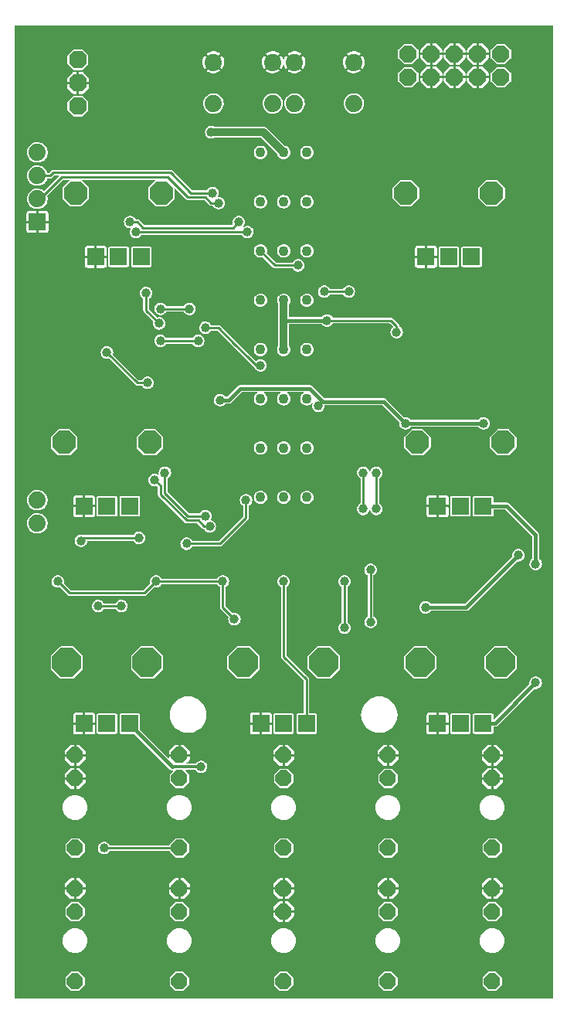
<source format=gbr>
%TF.GenerationSoftware,KiCad,Pcbnew,(6.0.11-0)*%
%TF.CreationDate,2023-04-25T16:51:11+02:00*%
%TF.ProjectId,plaits,706c6169-7473-42e6-9b69-6361645f7063,rev?*%
%TF.SameCoordinates,Original*%
%TF.FileFunction,Copper,L2,Bot*%
%TF.FilePolarity,Positive*%
%FSLAX46Y46*%
G04 Gerber Fmt 4.6, Leading zero omitted, Abs format (unit mm)*
G04 Created by KiCad (PCBNEW (6.0.11-0)) date 2023-04-25 16:51:11*
%MOMM*%
%LPD*%
G01*
G04 APERTURE LIST*
G04 Aperture macros list*
%AMOutline5P*
0 Free polygon, 5 corners , with rotation*
0 The origin of the aperture is its center*
0 number of corners: always 5*
0 $1 to $10 corner X, Y*
0 $11 Rotation angle, in degrees counterclockwise*
0 create outline with 5 corners*
4,1,5,$1,$2,$3,$4,$5,$6,$7,$8,$9,$10,$1,$2,$11*%
%AMOutline6P*
0 Free polygon, 6 corners , with rotation*
0 The origin of the aperture is its center*
0 number of corners: always 6*
0 $1 to $12 corner X, Y*
0 $13 Rotation angle, in degrees counterclockwise*
0 create outline with 6 corners*
4,1,6,$1,$2,$3,$4,$5,$6,$7,$8,$9,$10,$11,$12,$1,$2,$13*%
%AMOutline7P*
0 Free polygon, 7 corners , with rotation*
0 The origin of the aperture is its center*
0 number of corners: always 7*
0 $1 to $14 corner X, Y*
0 $15 Rotation angle, in degrees counterclockwise*
0 create outline with 7 corners*
4,1,7,$1,$2,$3,$4,$5,$6,$7,$8,$9,$10,$11,$12,$13,$14,$1,$2,$15*%
%AMOutline8P*
0 Free polygon, 8 corners , with rotation*
0 The origin of the aperture is its center*
0 number of corners: always 8*
0 $1 to $16 corner X, Y*
0 $17 Rotation angle, in degrees counterclockwise*
0 create outline with 8 corners*
4,1,8,$1,$2,$3,$4,$5,$6,$7,$8,$9,$10,$11,$12,$13,$14,$15,$16,$1,$2,$17*%
G04 Aperture macros list end*
%TA.AperFunction,ComponentPad*%
%ADD10C,1.106400*%
%TD*%
%TA.AperFunction,ComponentPad*%
%ADD11R,1.879600X1.879600*%
%TD*%
%TA.AperFunction,ComponentPad*%
%ADD12Outline8P,-1.270000X0.526051X-0.526051X1.270000X0.526051X1.270000X1.270000X0.526051X1.270000X-0.526051X0.526051X-1.270000X-0.526051X-1.270000X-1.270000X-0.526051X90.000000*%
%TD*%
%TA.AperFunction,ComponentPad*%
%ADD13C,1.879600*%
%TD*%
%TA.AperFunction,ComponentPad*%
%ADD14Outline8P,-0.889000X0.368236X-0.368236X0.889000X0.368236X0.889000X0.889000X0.368236X0.889000X-0.368236X0.368236X-0.889000X-0.368236X-0.889000X-0.889000X-0.368236X180.000000*%
%TD*%
%TA.AperFunction,ComponentPad*%
%ADD15Outline8P,-0.965200X0.399799X-0.399799X0.965200X0.399799X0.965200X0.965200X0.399799X0.965200X-0.399799X0.399799X-0.965200X-0.399799X-0.965200X-0.965200X-0.399799X0.000000*%
%TD*%
%TA.AperFunction,ComponentPad*%
%ADD16Outline8P,-1.587500X0.657564X-0.657564X1.587500X0.657564X1.587500X1.587500X0.657564X1.587500X-0.657564X0.657564X-1.587500X-0.657564X-1.587500X-1.587500X-0.657564X90.000000*%
%TD*%
%TA.AperFunction,ComponentPad*%
%ADD17Outline8P,-0.939800X0.389278X-0.389278X0.939800X0.389278X0.939800X0.939800X0.389278X0.939800X-0.389278X0.389278X-0.939800X-0.389278X-0.939800X-0.939800X-0.389278X180.000000*%
%TD*%
%TA.AperFunction,ViaPad*%
%ADD18C,1.008000*%
%TD*%
%TA.AperFunction,Conductor*%
%ADD19C,0.254000*%
%TD*%
%TA.AperFunction,Conductor*%
%ADD20C,0.406400*%
%TD*%
%TA.AperFunction,Conductor*%
%ADD21C,0.355600*%
%TD*%
%TA.AperFunction,Conductor*%
%ADD22C,0.812800*%
%TD*%
G04 APERTURE END LIST*
D10*
%TO.P,LED8,A*%
%TO.N,+3V3*%
X148491100Y-103416100D03*
%TO.P,LED8,GREEN_C*%
%TO.N,N$2*%
X151031100Y-103416100D03*
%TO.P,LED8,RED_C*%
%TO.N,N$5*%
X145951100Y-103416100D03*
%TD*%
D11*
%TO.P,R7,P$1*%
%TO.N,+3V3_A*%
X131623600Y-104383600D03*
%TO.P,R7,P$2*%
%TO.N,TIMBRE_POT*%
X129123600Y-104383600D03*
%TO.P,R7,P$3*%
%TO.N,GND*%
X126623600Y-104383600D03*
D12*
%TO.P,R7,P$4*%
%TO.N,N/C*%
X133823600Y-97383600D03*
%TO.P,R7,P$5*%
X124423600Y-97383600D03*
%TD*%
D13*
%TO.P,SW1,1*%
%TO.N,GND*%
X140794900Y-55753000D03*
%TO.P,SW1,2*%
X147297300Y-55753000D03*
%TO.P,SW1,3*%
%TO.N,SW_1*%
X140794900Y-60274200D03*
%TO.P,SW1,4*%
X147297300Y-60274200D03*
%TD*%
D10*
%TO.P,LED3,A*%
%TO.N,+3V3*%
X148491100Y-76428600D03*
%TO.P,LED3,GREEN_C*%
%TO.N,N$18*%
X151031100Y-76428600D03*
%TO.P,LED3,RED_C*%
%TO.N,N$17*%
X145951100Y-76428600D03*
%TD*%
D14*
%TO.P,J4,P1*%
%TO.N,GND*%
X159921100Y-131673600D03*
%TO.P,J4,P2*%
%TO.N,N$26*%
X159921100Y-134213600D03*
%TO.P,J4,P3*%
%TO.N,MORPH_IN*%
X159921100Y-141833600D03*
%TD*%
D11*
%TO.P,R2,P$1*%
%TO.N,+3V3_A*%
X169088600Y-77078600D03*
%TO.P,R2,P$2*%
%TO.N,HARMONICS_POT*%
X166588600Y-77078600D03*
%TO.P,R2,P$3*%
%TO.N,GND*%
X164088600Y-77078600D03*
D12*
%TO.P,R2,P$4*%
%TO.N,N/C*%
X171288600Y-70078600D03*
%TO.P,R2,P$5*%
X161888600Y-70078600D03*
%TD*%
D10*
%TO.P,LED1,A*%
%TO.N,+3V3*%
X148491100Y-65633600D03*
%TO.P,LED1,GREEN_C*%
%TO.N,N$23*%
X151031100Y-65633600D03*
%TO.P,LED1,RED_C*%
%TO.N,N$21*%
X145951100Y-65633600D03*
%TD*%
%TO.P,LED2,A*%
%TO.N,+3V3*%
X148491100Y-71031100D03*
%TO.P,LED2,GREEN_C*%
%TO.N,N$20*%
X151031100Y-71031100D03*
%TO.P,LED2,RED_C*%
%TO.N,N$19*%
X145951100Y-71031100D03*
%TD*%
D14*
%TO.P,J2,P1*%
%TO.N,GND*%
X137061100Y-131673600D03*
%TO.P,J2,P2*%
%TO.N,N$25*%
X137061100Y-134213600D03*
%TO.P,J2,P3*%
%TO.N,N$31*%
X137061100Y-141833600D03*
%TD*%
D10*
%TO.P,LED4,A*%
%TO.N,+3V3*%
X148491100Y-81826100D03*
%TO.P,LED4,GREEN_C*%
%TO.N,N$14*%
X151031100Y-81826100D03*
%TO.P,LED4,RED_C*%
%TO.N,N$12*%
X145951100Y-81826100D03*
%TD*%
D15*
%TO.P,IC1,1*%
%TO.N,N$1*%
X125948600Y-55473600D03*
%TO.P,IC1,2*%
%TO.N,GND*%
X125948600Y-58013600D03*
%TO.P,IC1,3*%
%TO.N,+3V3*%
X125948600Y-60553600D03*
%TD*%
D14*
%TO.P,J5,P1*%
%TO.N,GND*%
X171351100Y-131673600D03*
%TO.P,J5,P2*%
X171351100Y-134213600D03*
%TO.P,J5,P3*%
%TO.N,HARMONICS_IN*%
X171351100Y-141833600D03*
%TD*%
D11*
%TO.P,R1,P$1*%
%TO.N,+3V3_A*%
X132893600Y-77078600D03*
%TO.P,R1,P$2*%
%TO.N,FREQ_POT*%
X130393600Y-77078600D03*
%TO.P,R1,P$3*%
%TO.N,GND*%
X127893600Y-77078600D03*
D12*
%TO.P,R1,P$4*%
%TO.N,N/C*%
X135093600Y-70078600D03*
%TO.P,R1,P$5*%
X125693600Y-70078600D03*
%TD*%
D14*
%TO.P,J8,P1*%
%TO.N,GND*%
X148491100Y-146278600D03*
%TO.P,J8,P2*%
X148491100Y-148818600D03*
%TO.P,J8,P3*%
%TO.N,V_OCT_IN*%
X148491100Y-156438600D03*
%TD*%
D11*
%TO.P,R44,P$1*%
%TO.N,+3V3_A*%
X170358600Y-128213600D03*
%TO.P,R44,P$2*%
%TO.N,MORPH_ATT*%
X167858600Y-128213600D03*
%TO.P,R44,P$3*%
%TO.N,GND*%
X165358600Y-128213600D03*
D16*
%TO.P,R44,P$4*%
%TO.N,N/C*%
X172258600Y-121513600D03*
%TO.P,R44,P$5*%
X163458600Y-121513600D03*
%TD*%
D14*
%TO.P,J10,P1*%
%TO.N,GND*%
X171351100Y-146278600D03*
%TO.P,J10,P2*%
%TO.N,N/C*%
X171351100Y-148818600D03*
%TO.P,J10,P3*%
%TO.N,N$69*%
X171351100Y-156438600D03*
%TD*%
D10*
%TO.P,LED7,A*%
%TO.N,+3V3*%
X148491100Y-98018600D03*
%TO.P,LED7,GREEN_C*%
%TO.N,N$9*%
X151031100Y-98018600D03*
%TO.P,LED7,RED_C*%
%TO.N,N$10*%
X145951100Y-98018600D03*
%TD*%
D14*
%TO.P,J6,P1*%
%TO.N,GND*%
X125631100Y-146278600D03*
%TO.P,J6,P2*%
%TO.N,N$3*%
X125631100Y-148818600D03*
%TO.P,J6,P3*%
%TO.N,GATE_IN1*%
X125631100Y-156438600D03*
%TD*%
D11*
%TO.P,R8,P$1*%
%TO.N,+3V3_A*%
X170358600Y-104383600D03*
%TO.P,R8,P$2*%
%TO.N,MORPH_POT*%
X167858600Y-104383600D03*
%TO.P,R8,P$3*%
%TO.N,GND*%
X165358600Y-104383600D03*
D12*
%TO.P,R8,P$4*%
%TO.N,N/C*%
X172558600Y-97383600D03*
%TO.P,R8,P$5*%
X163158600Y-97383600D03*
%TD*%
D11*
%TO.P,R43,P$1*%
%TO.N,+3V3_A*%
X150991100Y-128213600D03*
%TO.P,R43,P$2*%
%TO.N,FREQ_ATT*%
X148491100Y-128213600D03*
%TO.P,R43,P$3*%
%TO.N,GND*%
X145991100Y-128213600D03*
D16*
%TO.P,R43,P$4*%
%TO.N,N/C*%
X152891100Y-121513600D03*
%TO.P,R43,P$5*%
X144091100Y-121513600D03*
%TD*%
D10*
%TO.P,LED6,A*%
%TO.N,+3V3*%
X148491100Y-92621100D03*
%TO.P,LED6,GREEN_C*%
%TO.N,N$11*%
X151031100Y-92621100D03*
%TO.P,LED6,RED_C*%
%TO.N,N$13*%
X145951100Y-92621100D03*
%TD*%
D14*
%TO.P,J3,P1*%
%TO.N,GND*%
X148491100Y-131673600D03*
%TO.P,J3,P2*%
%TO.N,N$24*%
X148491100Y-134213600D03*
%TO.P,J3,P3*%
%TO.N,FM_IN*%
X148491100Y-141833600D03*
%TD*%
D11*
%TO.P,R42,P$1*%
%TO.N,+3V3_A*%
X131623600Y-128213600D03*
%TO.P,R42,P$2*%
%TO.N,TIMBRE_ATT*%
X129123600Y-128213600D03*
%TO.P,R42,P$3*%
%TO.N,GND*%
X126623600Y-128213600D03*
D16*
%TO.P,R42,P$4*%
%TO.N,N/C*%
X133523600Y-121513600D03*
%TO.P,R42,P$5*%
X124723600Y-121513600D03*
%TD*%
D14*
%TO.P,J1,P1*%
%TO.N,GND*%
X125631100Y-131673600D03*
%TO.P,J1,P2*%
X125631100Y-134213600D03*
%TO.P,J1,P3*%
%TO.N,MODEL_IN*%
X125631100Y-141833600D03*
%TD*%
D10*
%TO.P,LED5,A*%
%TO.N,+3V3*%
X148491100Y-87223600D03*
%TO.P,LED5,GREEN_C*%
%TO.N,N$15*%
X151031100Y-87223600D03*
%TO.P,LED5,RED_C*%
%TO.N,N$22*%
X145951100Y-87223600D03*
%TD*%
D14*
%TO.P,J7,P1*%
%TO.N,GND*%
X137061100Y-146278600D03*
%TO.P,J7,P2*%
%TO.N,N$36*%
X137061100Y-148818600D03*
%TO.P,J7,P3*%
%TO.N,GATE_IN*%
X137061100Y-156438600D03*
%TD*%
D13*
%TO.P,SW2,1*%
%TO.N,GND*%
X149684900Y-55753000D03*
%TO.P,SW2,2*%
X156187300Y-55753000D03*
%TO.P,SW2,3*%
%TO.N,SW_2*%
X149684900Y-60274200D03*
%TO.P,SW2,4*%
X156187300Y-60274200D03*
%TD*%
D14*
%TO.P,J9,P1*%
%TO.N,GND*%
X159921100Y-146278600D03*
%TO.P,J9,P2*%
%TO.N,N/C*%
X159921100Y-148818600D03*
%TO.P,J9,P3*%
%TO.N,N$65*%
X159921100Y-156438600D03*
%TD*%
D11*
%TO.P,JP6,1*%
%TO.N,GND*%
X121503600Y-73253600D03*
D13*
%TO.P,JP6,2*%
%TO.N,SWDIO*%
X121503600Y-70713600D03*
%TO.P,JP6,3*%
%TO.N,SWCLK*%
X121503600Y-68173600D03*
%TO.P,JP6,4*%
%TO.N,RESET*%
X121503600Y-65633600D03*
%TD*%
D17*
%TO.P,JP8,1*%
%TO.N,N$64*%
X172303600Y-57378600D03*
%TO.P,JP8,2*%
X172303600Y-54838600D03*
%TO.P,JP8,3*%
%TO.N,GND*%
X169763600Y-57378600D03*
%TO.P,JP8,4*%
X169763600Y-54838600D03*
%TO.P,JP8,5*%
X167223600Y-57378600D03*
%TO.P,JP8,6*%
X167223600Y-54838600D03*
%TO.P,JP8,7*%
X164683600Y-57378600D03*
%TO.P,JP8,8*%
X164683600Y-54838600D03*
%TO.P,JP8,9*%
%TO.N,N$56*%
X162143600Y-57378600D03*
%TO.P,JP8,10*%
X162143600Y-54838600D03*
%TD*%
D13*
%TO.P,JP5,1*%
%TO.N,N$51*%
X121503600Y-103733600D03*
%TO.P,JP5,2*%
%TO.N,N$33*%
X121503600Y-106273600D03*
%TD*%
D18*
%TO.N,GND*%
X132616100Y-99288600D03*
X136743600Y-95002300D03*
X149761000Y-69761000D03*
X140553600Y-100558700D03*
X120233600Y-59283600D03*
X161826100Y-92621100D03*
X157063600Y-157073600D03*
X128806100Y-116751100D03*
X153888600Y-112623600D03*
X150078600Y-90398600D03*
X161508500Y-76111100D03*
X138013600Y-52933600D03*
X137696100Y-106908600D03*
X155793700Y-94526100D03*
X176748600Y-69443600D03*
X168334800Y-83254800D03*
X176748600Y-99923600D03*
X126583600Y-106591100D03*
X153888500Y-76746100D03*
X138331100Y-87223600D03*
X120233600Y-150723600D03*
X176748600Y-120243600D03*
X157063600Y-52933600D03*
X120233600Y-120243600D03*
X139918500Y-64998600D03*
X173097300Y-87064800D03*
X155793500Y-69443600D03*
X168493600Y-111988600D03*
X132933600Y-134213600D03*
X159921200Y-83096100D03*
X125154900Y-112623600D03*
X141664900Y-107067400D03*
X129282300Y-82143600D03*
X176748600Y-150723600D03*
X159921100Y-100876100D03*
X135791100Y-78968600D03*
X176748600Y-79603600D03*
X167223600Y-157073600D03*
X176748600Y-94208600D03*
X172621100Y-109131100D03*
X146903600Y-157073600D03*
X158968600Y-115481100D03*
X131981000Y-58013600D03*
X150078600Y-93891100D03*
X148808600Y-111353600D03*
X137061000Y-60871100D03*
X126424900Y-80079800D03*
X169446000Y-93573600D03*
X154523600Y-99923600D03*
X169446000Y-99606100D03*
X173097300Y-85794800D03*
X173414700Y-94208600D03*
X176748600Y-140563600D03*
X140553800Y-93732400D03*
X176748600Y-130403600D03*
X159603700Y-85001100D03*
X120233600Y-140563600D03*
X143093600Y-108496200D03*
X126583600Y-52933600D03*
X172938600Y-114211100D03*
X167541000Y-99606100D03*
X137378600Y-65633600D03*
X168334800Y-80714800D03*
X131346100Y-91827400D03*
X143887300Y-96748600D03*
X142458600Y-75793600D03*
X173097300Y-83254800D03*
X170874900Y-115163600D03*
X173097300Y-81984800D03*
X134838700Y-104368600D03*
X159603600Y-66903600D03*
X154523600Y-104844900D03*
X171827300Y-87064800D03*
X136108600Y-72618600D03*
X170557300Y-87064800D03*
X120233600Y-130403600D03*
X127853600Y-111353600D03*
X142617400Y-89128600D03*
X127853600Y-157073600D03*
X145792300Y-105003600D03*
X124202400Y-88017300D03*
X146903600Y-108337400D03*
X133251100Y-112623600D03*
X143093600Y-112623600D03*
X158492500Y-85636100D03*
X139283600Y-82143600D03*
X142458600Y-66903600D03*
X140712400Y-118338700D03*
X173097300Y-84524800D03*
X138648600Y-85001100D03*
X167541000Y-93573600D03*
X146903500Y-52933600D03*
X128806100Y-112941100D03*
X135791000Y-85318600D03*
X162778600Y-112941100D03*
X136743700Y-102463600D03*
X128012300Y-85794800D03*
X168334800Y-81984800D03*
X159921100Y-104844800D03*
%TO.N,+3V3_A*%
X176113600Y-110718600D03*
X133568600Y-90874700D03*
X148491100Y-112623600D03*
X139442400Y-132943600D03*
X161826100Y-95319800D03*
X176113600Y-123736100D03*
X170398600Y-95319800D03*
X134997400Y-86271100D03*
X129123600Y-87541100D03*
X152301100Y-93414900D03*
X139124800Y-86271100D03*
X141506200Y-92779800D03*
%TO.N,VEE*%
X174208600Y-109766100D03*
X164048600Y-115481100D03*
%TO.N,+3V3*%
X134997400Y-82778500D03*
X140553600Y-63411100D03*
X160873600Y-85318600D03*
X153253600Y-84048600D03*
X138172400Y-82778500D03*
%TO.N,RESET*%
X133409900Y-81032300D03*
X134838700Y-84366100D03*
%TO.N,SWCLK*%
X140712400Y-70078500D03*
%TO.N,SWDIO*%
X141347400Y-71189900D03*
%TO.N,ADC_TRIG*%
X126266100Y-108178600D03*
X132616100Y-107861100D03*
%TO.N,HARMONICS_IN*%
X158016100Y-111353600D03*
X158016100Y-117068600D03*
%TO.N,LEDS_SS*%
X155634900Y-80873500D03*
X152936100Y-80873500D03*
%TO.N,NORMALIZATION_PROBE*%
X139918600Y-84842300D03*
X144363600Y-103733600D03*
X137854900Y-108496100D03*
X145951100Y-88969900D03*
%TO.N,AREF_-10*%
X155158600Y-117703600D03*
X155158600Y-112623600D03*
X134521100Y-112623600D03*
X123726100Y-112623600D03*
X141823600Y-112623600D03*
X143093600Y-116751100D03*
%TO.N,FREQ_ATT*%
X139918600Y-105479800D03*
X135473600Y-100717300D03*
%TO.N,MORPH_POT*%
X132298600Y-74364800D03*
X144522400Y-74364900D03*
%TO.N,MORPH_ATT*%
X134362400Y-101511000D03*
X140394900Y-106591000D03*
%TO.N,N$55*%
X158651100Y-104686200D03*
X158651100Y-100717300D03*
%TO.N,HARMONICS_POT*%
X143569900Y-73253600D03*
X131663600Y-73253600D03*
%TO.N,ADC_MODEL*%
X128171100Y-115322300D03*
X130711100Y-115322300D03*
%TO.N,N$17*%
X150078600Y-78016100D03*
%TO.N,N$31*%
X128806100Y-141833600D03*
%TO.N,N$43*%
X157222400Y-104686100D03*
X157222400Y-100717300D03*
%TD*%
D19*
%TO.N,+3V3_A*%
X148491100Y-120878600D02*
X148491100Y-112623600D01*
D20*
X151348600Y-91509800D02*
X143728600Y-91509800D01*
X172953600Y-104383600D02*
X170358600Y-104383600D01*
X170398600Y-95319800D02*
X161826100Y-95319800D01*
D21*
X136267400Y-132943600D02*
X139442400Y-132943600D01*
D20*
X131623600Y-128299800D02*
X136267400Y-132943600D01*
X152777400Y-92938600D02*
X151348600Y-91509800D01*
X170358600Y-128213600D02*
X170391100Y-128181100D01*
D19*
X132457300Y-90874700D02*
X133568600Y-90874700D01*
D20*
X143728600Y-91509800D02*
X142458600Y-92779800D01*
X170391100Y-128181100D02*
X171668600Y-128181100D01*
D19*
X139124800Y-86271100D02*
X134997400Y-86271100D01*
D20*
X131623600Y-128213600D02*
X131623600Y-128299800D01*
D19*
X152777400Y-92938600D02*
X152301100Y-93414900D01*
D20*
X176113600Y-110718600D02*
X176113600Y-107543600D01*
D19*
X150991100Y-123378600D02*
X148491100Y-120878600D01*
D20*
X159444900Y-92938600D02*
X152777400Y-92938600D01*
X161826100Y-95319800D02*
X159444900Y-92938600D01*
D19*
X129123600Y-87541100D02*
X132457300Y-90874700D01*
D20*
X171668600Y-128181100D02*
X176113600Y-123736100D01*
D19*
X150991100Y-128213600D02*
X150991100Y-123378600D01*
D20*
X176113600Y-107543600D02*
X172953600Y-104383600D01*
X142458600Y-92779800D02*
X141506200Y-92779800D01*
%TO.N,VEE*%
X168493600Y-115481100D02*
X174208600Y-109766100D01*
X164048600Y-115481100D02*
X168493600Y-115481100D01*
D22*
%TO.N,+3V3*%
X146268600Y-63411100D02*
X148491100Y-65633600D01*
D19*
X153253600Y-84048600D02*
X160238600Y-84048600D01*
D20*
X148491100Y-84048600D02*
X153253600Y-84048600D01*
D22*
X140553600Y-63411100D02*
X146268600Y-63411100D01*
X148491100Y-84048600D02*
X148491100Y-87223600D01*
D19*
X160238600Y-84048600D02*
X160873600Y-84683600D01*
D22*
X148491100Y-81826100D02*
X148491100Y-84048600D01*
D19*
X138172400Y-82778500D02*
X134997400Y-82778500D01*
X160873600Y-84683600D02*
X160873600Y-85318600D01*
%TO.N,RESET*%
X134838700Y-84366100D02*
X133409900Y-82937300D01*
X133409900Y-82937300D02*
X133409900Y-81032300D01*
%TO.N,SWCLK*%
X136108600Y-67856100D02*
X138331000Y-70078500D01*
X138331000Y-70078500D02*
X140712400Y-70078500D01*
X121503600Y-68173600D02*
X122932500Y-68173600D01*
X122932500Y-68173600D02*
X123250000Y-67856100D01*
X123250000Y-67856100D02*
X136108600Y-67856100D01*
%TO.N,SWDIO*%
X139918700Y-70554800D02*
X140553800Y-71189900D01*
X140553800Y-71189900D02*
X141347400Y-71189900D01*
X135791100Y-68332300D02*
X138013600Y-70554800D01*
X124202500Y-68332300D02*
X124202400Y-68332200D01*
X124202500Y-68332300D02*
X135791100Y-68332300D01*
X138013600Y-70554800D02*
X139918700Y-70554800D01*
X121503600Y-70713600D02*
X121821200Y-70713600D01*
X121821200Y-70713600D02*
X124202500Y-68332300D01*
%TO.N,ADC_TRIG*%
X126266100Y-108178600D02*
X126583600Y-107861100D01*
X126583600Y-107861100D02*
X132616100Y-107861100D01*
%TO.N,HARMONICS_IN*%
X158016100Y-117068600D02*
X158016100Y-111353600D01*
%TO.N,LEDS_SS*%
X152936100Y-80873500D02*
X155634900Y-80873500D01*
%TO.N,NORMALIZATION_PROBE*%
X145474900Y-88969800D02*
X144681100Y-88176000D01*
X145951000Y-88969800D02*
X145474900Y-88969800D01*
X144681100Y-88176000D02*
X143093600Y-86588600D01*
X141506100Y-108496100D02*
X144363600Y-105638500D01*
X141347300Y-84842300D02*
X139918600Y-84842300D01*
X144363600Y-105638500D02*
X144363600Y-103733600D01*
X137854900Y-108496100D02*
X141506100Y-108496100D01*
X145951100Y-88969900D02*
X145951000Y-88969800D01*
X143093600Y-86588600D02*
X141347300Y-84842300D01*
%TO.N,AREF_-10*%
X141823600Y-115481100D02*
X143093600Y-116751100D01*
X124996100Y-113893600D02*
X133251100Y-113893600D01*
X123726100Y-112623600D02*
X124996100Y-113893600D01*
X133251100Y-113893600D02*
X134521100Y-112623600D01*
X134521100Y-112623600D02*
X141823600Y-112623600D01*
X155158600Y-117703600D02*
X155158600Y-112623600D01*
X141823600Y-112623600D02*
X141823600Y-115481100D01*
%TO.N,FREQ_ATT*%
X135473600Y-102939800D02*
X135473600Y-100717300D01*
X139918600Y-105479800D02*
X138013600Y-105479800D01*
X138013600Y-105479800D02*
X135473600Y-102939800D01*
%TO.N,MORPH_POT*%
X141982400Y-74364900D02*
X144522400Y-74364900D01*
X141982300Y-74364800D02*
X141982400Y-74364900D01*
X132298600Y-74364800D02*
X141982300Y-74364800D01*
%TO.N,MORPH_ATT*%
X134362400Y-101511100D02*
X134362400Y-101511000D01*
X134997400Y-103098600D02*
X134997400Y-102146100D01*
X134362400Y-101511000D02*
X134521200Y-101669800D01*
X137854900Y-105956100D02*
X134997400Y-103098600D01*
X134997400Y-102146100D02*
X134362400Y-101511100D01*
X140394900Y-106591000D02*
X139759800Y-106591000D01*
X140394900Y-106591000D02*
X140394900Y-106591100D01*
X139124900Y-105956100D02*
X137854900Y-105956100D01*
X139759800Y-106591000D02*
X139124900Y-105956100D01*
%TO.N,N$55*%
X158651100Y-104686200D02*
X158651100Y-100717300D01*
%TO.N,HARMONICS_POT*%
X133092400Y-73888600D02*
X142934900Y-73888600D01*
X142934900Y-73888600D02*
X143569900Y-73253600D01*
X131663600Y-73253600D02*
X132457400Y-73253600D01*
X132457400Y-73253600D02*
X133092400Y-73888600D01*
%TO.N,ADC_MODEL*%
X128171100Y-115322300D02*
X130711100Y-115322300D01*
%TO.N,N$17*%
X145951100Y-76428600D02*
X147538600Y-78016100D01*
X147538600Y-78016100D02*
X150078600Y-78016100D01*
%TO.N,N$31*%
X128806100Y-141833600D02*
X137061100Y-141833600D01*
%TO.N,N$43*%
X157222400Y-104686100D02*
X157222400Y-100717300D01*
%TD*%
%TA.AperFunction,Conductor*%
%TO.N,GND*%
G36*
X177978514Y-51703686D02*
G01*
X177993100Y-51738900D01*
X177993100Y-158268300D01*
X177978514Y-158303514D01*
X177943300Y-158318100D01*
X119058900Y-158318100D01*
X119023686Y-158303514D01*
X119009100Y-158268300D01*
X119009100Y-156052723D01*
X124563800Y-156052723D01*
X124563801Y-156824477D01*
X124574267Y-156876698D01*
X124603549Y-156920439D01*
X125149261Y-157466152D01*
X125193588Y-157495676D01*
X125198391Y-157496627D01*
X125242833Y-157505427D01*
X125242835Y-157505427D01*
X125245223Y-157505900D01*
X125628820Y-157505900D01*
X126016977Y-157505899D01*
X126069198Y-157495433D01*
X126107657Y-157469687D01*
X126110909Y-157467510D01*
X126112939Y-157466151D01*
X126658652Y-156920439D01*
X126688176Y-156876112D01*
X126698400Y-156824477D01*
X126698399Y-156052723D01*
X135993800Y-156052723D01*
X135993801Y-156824477D01*
X136004267Y-156876698D01*
X136033549Y-156920439D01*
X136579261Y-157466152D01*
X136623588Y-157495676D01*
X136628391Y-157496627D01*
X136672833Y-157505427D01*
X136672835Y-157505427D01*
X136675223Y-157505900D01*
X137058820Y-157505900D01*
X137446977Y-157505899D01*
X137499198Y-157495433D01*
X137537657Y-157469687D01*
X137540909Y-157467510D01*
X137542939Y-157466151D01*
X138088652Y-156920439D01*
X138118176Y-156876112D01*
X138128400Y-156824477D01*
X138128399Y-156052723D01*
X147423800Y-156052723D01*
X147423801Y-156824477D01*
X147434267Y-156876698D01*
X147463549Y-156920439D01*
X148009261Y-157466152D01*
X148053588Y-157495676D01*
X148058391Y-157496627D01*
X148102833Y-157505427D01*
X148102835Y-157505427D01*
X148105223Y-157505900D01*
X148488820Y-157505900D01*
X148876977Y-157505899D01*
X148929198Y-157495433D01*
X148967657Y-157469687D01*
X148970909Y-157467510D01*
X148972939Y-157466151D01*
X149518652Y-156920439D01*
X149548176Y-156876112D01*
X149558400Y-156824477D01*
X149558399Y-156052723D01*
X158853800Y-156052723D01*
X158853801Y-156824477D01*
X158864267Y-156876698D01*
X158893549Y-156920439D01*
X159439261Y-157466152D01*
X159483588Y-157495676D01*
X159488391Y-157496627D01*
X159532833Y-157505427D01*
X159532835Y-157505427D01*
X159535223Y-157505900D01*
X159918820Y-157505900D01*
X160306977Y-157505899D01*
X160359198Y-157495433D01*
X160397657Y-157469687D01*
X160400909Y-157467510D01*
X160402939Y-157466151D01*
X160948652Y-156920439D01*
X160978176Y-156876112D01*
X160988400Y-156824477D01*
X160988399Y-156052723D01*
X170283800Y-156052723D01*
X170283801Y-156824477D01*
X170294267Y-156876698D01*
X170323549Y-156920439D01*
X170869261Y-157466152D01*
X170913588Y-157495676D01*
X170918391Y-157496627D01*
X170962833Y-157505427D01*
X170962835Y-157505427D01*
X170965223Y-157505900D01*
X171348820Y-157505900D01*
X171736977Y-157505899D01*
X171789198Y-157495433D01*
X171827657Y-157469687D01*
X171830909Y-157467510D01*
X171832939Y-157466151D01*
X172378652Y-156920439D01*
X172408176Y-156876112D01*
X172418400Y-156824477D01*
X172418399Y-156052723D01*
X172407933Y-156000502D01*
X172378651Y-155956761D01*
X171832939Y-155411048D01*
X171788612Y-155381524D01*
X171780433Y-155379904D01*
X171739367Y-155371773D01*
X171739365Y-155371773D01*
X171736977Y-155371300D01*
X171353381Y-155371300D01*
X170965223Y-155371301D01*
X170913002Y-155381767D01*
X170874543Y-155407513D01*
X170871302Y-155409683D01*
X170869261Y-155411049D01*
X170323548Y-155956761D01*
X170294024Y-156001088D01*
X170283800Y-156052723D01*
X160988399Y-156052723D01*
X160977933Y-156000502D01*
X160948651Y-155956761D01*
X160402939Y-155411048D01*
X160358612Y-155381524D01*
X160350433Y-155379904D01*
X160309367Y-155371773D01*
X160309365Y-155371773D01*
X160306977Y-155371300D01*
X159923381Y-155371300D01*
X159535223Y-155371301D01*
X159483002Y-155381767D01*
X159444543Y-155407513D01*
X159441302Y-155409683D01*
X159439261Y-155411049D01*
X158893548Y-155956761D01*
X158864024Y-156001088D01*
X158853800Y-156052723D01*
X149558399Y-156052723D01*
X149547933Y-156000502D01*
X149518651Y-155956761D01*
X148972939Y-155411048D01*
X148928612Y-155381524D01*
X148920433Y-155379904D01*
X148879367Y-155371773D01*
X148879365Y-155371773D01*
X148876977Y-155371300D01*
X148493381Y-155371300D01*
X148105223Y-155371301D01*
X148053002Y-155381767D01*
X148014543Y-155407513D01*
X148011302Y-155409683D01*
X148009261Y-155411049D01*
X147463548Y-155956761D01*
X147434024Y-156001088D01*
X147423800Y-156052723D01*
X138128399Y-156052723D01*
X138117933Y-156000502D01*
X138088651Y-155956761D01*
X137542939Y-155411048D01*
X137498612Y-155381524D01*
X137490433Y-155379904D01*
X137449367Y-155371773D01*
X137449365Y-155371773D01*
X137446977Y-155371300D01*
X137063381Y-155371300D01*
X136675223Y-155371301D01*
X136623002Y-155381767D01*
X136584543Y-155407513D01*
X136581302Y-155409683D01*
X136579261Y-155411049D01*
X136033548Y-155956761D01*
X136004024Y-156001088D01*
X135993800Y-156052723D01*
X126698399Y-156052723D01*
X126687933Y-156000502D01*
X126658651Y-155956761D01*
X126112939Y-155411048D01*
X126068612Y-155381524D01*
X126060433Y-155379904D01*
X126019367Y-155371773D01*
X126019365Y-155371773D01*
X126016977Y-155371300D01*
X125633381Y-155371300D01*
X125245223Y-155371301D01*
X125193002Y-155381767D01*
X125154543Y-155407513D01*
X125151302Y-155409683D01*
X125149261Y-155411049D01*
X124603548Y-155956761D01*
X124574024Y-156001088D01*
X124563800Y-156052723D01*
X119009100Y-156052723D01*
X119009100Y-151993600D01*
X124275441Y-151993600D01*
X124296037Y-152229008D01*
X124357197Y-152457263D01*
X124457065Y-152671429D01*
X124592605Y-152865001D01*
X124759699Y-153032095D01*
X124953271Y-153167635D01*
X124955236Y-153168551D01*
X124955239Y-153168553D01*
X125060354Y-153217569D01*
X125167437Y-153267503D01*
X125395692Y-153328663D01*
X125572134Y-153344100D01*
X125690066Y-153344100D01*
X125866508Y-153328663D01*
X126094763Y-153267503D01*
X126201846Y-153217569D01*
X126306961Y-153168553D01*
X126306964Y-153168551D01*
X126308929Y-153167635D01*
X126502501Y-153032095D01*
X126669595Y-152865001D01*
X126805135Y-152671430D01*
X126905003Y-152457263D01*
X126966163Y-152229008D01*
X126986759Y-151993600D01*
X135705441Y-151993600D01*
X135726037Y-152229008D01*
X135787197Y-152457263D01*
X135887065Y-152671429D01*
X136022605Y-152865001D01*
X136189699Y-153032095D01*
X136383271Y-153167635D01*
X136385236Y-153168551D01*
X136385239Y-153168553D01*
X136490354Y-153217569D01*
X136597437Y-153267503D01*
X136825692Y-153328663D01*
X137002134Y-153344100D01*
X137120066Y-153344100D01*
X137296508Y-153328663D01*
X137524763Y-153267503D01*
X137631846Y-153217569D01*
X137736961Y-153168553D01*
X137736964Y-153168551D01*
X137738929Y-153167635D01*
X137932501Y-153032095D01*
X138099595Y-152865001D01*
X138235135Y-152671430D01*
X138335003Y-152457263D01*
X138396163Y-152229008D01*
X138416759Y-151993600D01*
X147135441Y-151993600D01*
X147156037Y-152229008D01*
X147217197Y-152457263D01*
X147317065Y-152671429D01*
X147452605Y-152865001D01*
X147619699Y-153032095D01*
X147813271Y-153167635D01*
X147815236Y-153168551D01*
X147815239Y-153168553D01*
X147920354Y-153217569D01*
X148027437Y-153267503D01*
X148255692Y-153328663D01*
X148432134Y-153344100D01*
X148550066Y-153344100D01*
X148726508Y-153328663D01*
X148954763Y-153267503D01*
X149061846Y-153217569D01*
X149166961Y-153168553D01*
X149166964Y-153168551D01*
X149168929Y-153167635D01*
X149362501Y-153032095D01*
X149529595Y-152865001D01*
X149665135Y-152671430D01*
X149765003Y-152457263D01*
X149826163Y-152229008D01*
X149846759Y-151993600D01*
X158565441Y-151993600D01*
X158586037Y-152229008D01*
X158647197Y-152457263D01*
X158747065Y-152671429D01*
X158882605Y-152865001D01*
X159049699Y-153032095D01*
X159243271Y-153167635D01*
X159245236Y-153168551D01*
X159245239Y-153168553D01*
X159350354Y-153217569D01*
X159457437Y-153267503D01*
X159685692Y-153328663D01*
X159862134Y-153344100D01*
X159980066Y-153344100D01*
X160156508Y-153328663D01*
X160384763Y-153267503D01*
X160491846Y-153217569D01*
X160596961Y-153168553D01*
X160596964Y-153168551D01*
X160598929Y-153167635D01*
X160792501Y-153032095D01*
X160959595Y-152865001D01*
X161095135Y-152671430D01*
X161195003Y-152457263D01*
X161256163Y-152229008D01*
X161276759Y-151993600D01*
X169995441Y-151993600D01*
X170016037Y-152229008D01*
X170077197Y-152457263D01*
X170177065Y-152671429D01*
X170312605Y-152865001D01*
X170479699Y-153032095D01*
X170673271Y-153167635D01*
X170675236Y-153168551D01*
X170675239Y-153168553D01*
X170780354Y-153217569D01*
X170887437Y-153267503D01*
X171115692Y-153328663D01*
X171292134Y-153344100D01*
X171410066Y-153344100D01*
X171586508Y-153328663D01*
X171814763Y-153267503D01*
X171921846Y-153217569D01*
X172026961Y-153168553D01*
X172026964Y-153168551D01*
X172028929Y-153167635D01*
X172222501Y-153032095D01*
X172389595Y-152865001D01*
X172525135Y-152671430D01*
X172625003Y-152457263D01*
X172686163Y-152229008D01*
X172706759Y-151993600D01*
X172686163Y-151758192D01*
X172625003Y-151529937D01*
X172525135Y-151315771D01*
X172389595Y-151122199D01*
X172222501Y-150955105D01*
X172028929Y-150819565D01*
X172026964Y-150818649D01*
X172026961Y-150818647D01*
X171921846Y-150769631D01*
X171814763Y-150719697D01*
X171586508Y-150658537D01*
X171410066Y-150643100D01*
X171292134Y-150643100D01*
X171115692Y-150658537D01*
X170887437Y-150719697D01*
X170780354Y-150769631D01*
X170675239Y-150818647D01*
X170675236Y-150818649D01*
X170673271Y-150819565D01*
X170479699Y-150955105D01*
X170312605Y-151122199D01*
X170177065Y-151315770D01*
X170077197Y-151529937D01*
X170016037Y-151758192D01*
X169995441Y-151993600D01*
X161276759Y-151993600D01*
X161256163Y-151758192D01*
X161195003Y-151529937D01*
X161095135Y-151315771D01*
X160959595Y-151122199D01*
X160792501Y-150955105D01*
X160598929Y-150819565D01*
X160596964Y-150818649D01*
X160596961Y-150818647D01*
X160491846Y-150769631D01*
X160384763Y-150719697D01*
X160156508Y-150658537D01*
X159980066Y-150643100D01*
X159862134Y-150643100D01*
X159685692Y-150658537D01*
X159457437Y-150719697D01*
X159350354Y-150769631D01*
X159245239Y-150818647D01*
X159245236Y-150818649D01*
X159243271Y-150819565D01*
X159049699Y-150955105D01*
X158882605Y-151122199D01*
X158747065Y-151315770D01*
X158647197Y-151529937D01*
X158586037Y-151758192D01*
X158565441Y-151993600D01*
X149846759Y-151993600D01*
X149826163Y-151758192D01*
X149765003Y-151529937D01*
X149665135Y-151315771D01*
X149529595Y-151122199D01*
X149362501Y-150955105D01*
X149168929Y-150819565D01*
X149166964Y-150818649D01*
X149166961Y-150818647D01*
X149061846Y-150769631D01*
X148954763Y-150719697D01*
X148726508Y-150658537D01*
X148550066Y-150643100D01*
X148432134Y-150643100D01*
X148255692Y-150658537D01*
X148027437Y-150719697D01*
X147920354Y-150769631D01*
X147815239Y-150818647D01*
X147815236Y-150818649D01*
X147813271Y-150819565D01*
X147619699Y-150955105D01*
X147452605Y-151122199D01*
X147317065Y-151315770D01*
X147217197Y-151529937D01*
X147156037Y-151758192D01*
X147135441Y-151993600D01*
X138416759Y-151993600D01*
X138396163Y-151758192D01*
X138335003Y-151529937D01*
X138235135Y-151315771D01*
X138099595Y-151122199D01*
X137932501Y-150955105D01*
X137738929Y-150819565D01*
X137736964Y-150818649D01*
X137736961Y-150818647D01*
X137631846Y-150769631D01*
X137524763Y-150719697D01*
X137296508Y-150658537D01*
X137120066Y-150643100D01*
X137002134Y-150643100D01*
X136825692Y-150658537D01*
X136597437Y-150719697D01*
X136490354Y-150769631D01*
X136385239Y-150818647D01*
X136385236Y-150818649D01*
X136383271Y-150819565D01*
X136189699Y-150955105D01*
X136022605Y-151122199D01*
X135887065Y-151315770D01*
X135787197Y-151529937D01*
X135726037Y-151758192D01*
X135705441Y-151993600D01*
X126986759Y-151993600D01*
X126966163Y-151758192D01*
X126905003Y-151529937D01*
X126805135Y-151315771D01*
X126669595Y-151122199D01*
X126502501Y-150955105D01*
X126308929Y-150819565D01*
X126306964Y-150818649D01*
X126306961Y-150818647D01*
X126201846Y-150769631D01*
X126094763Y-150719697D01*
X125866508Y-150658537D01*
X125690066Y-150643100D01*
X125572134Y-150643100D01*
X125395692Y-150658537D01*
X125167437Y-150719697D01*
X125060354Y-150769631D01*
X124955239Y-150818647D01*
X124955236Y-150818649D01*
X124953271Y-150819565D01*
X124759699Y-150955105D01*
X124592605Y-151122199D01*
X124457065Y-151315770D01*
X124357197Y-151529937D01*
X124296037Y-151758192D01*
X124275441Y-151993600D01*
X119009100Y-151993600D01*
X119009100Y-148432723D01*
X124563800Y-148432723D01*
X124563801Y-149204477D01*
X124574267Y-149256698D01*
X124603549Y-149300439D01*
X125149261Y-149846152D01*
X125193588Y-149875676D01*
X125198391Y-149876627D01*
X125242833Y-149885427D01*
X125242835Y-149885427D01*
X125245223Y-149885900D01*
X125628820Y-149885900D01*
X126016977Y-149885899D01*
X126069198Y-149875433D01*
X126107657Y-149849687D01*
X126110909Y-149847510D01*
X126112939Y-149846151D01*
X126658652Y-149300439D01*
X126688176Y-149256112D01*
X126689796Y-149247933D01*
X126697927Y-149206867D01*
X126697927Y-149206865D01*
X126698400Y-149204477D01*
X126698399Y-148432723D01*
X135993800Y-148432723D01*
X135993801Y-149204477D01*
X136004267Y-149256698D01*
X136033549Y-149300439D01*
X136579261Y-149846152D01*
X136623588Y-149875676D01*
X136628391Y-149876627D01*
X136672833Y-149885427D01*
X136672835Y-149885427D01*
X136675223Y-149885900D01*
X137058820Y-149885900D01*
X137446977Y-149885899D01*
X137499198Y-149875433D01*
X137537657Y-149849687D01*
X137540909Y-149847510D01*
X137542939Y-149846151D01*
X138088652Y-149300439D01*
X138118176Y-149256112D01*
X138119796Y-149247933D01*
X138127422Y-149209416D01*
X147348900Y-149209416D01*
X147349385Y-149214303D01*
X147362803Y-149281244D01*
X147366489Y-149290114D01*
X147403996Y-149346141D01*
X147407072Y-149349886D01*
X147959797Y-149902613D01*
X147963588Y-149905719D01*
X148020411Y-149943566D01*
X148029290Y-149947232D01*
X148095424Y-149960327D01*
X148100253Y-149960800D01*
X148354594Y-149960800D01*
X148361599Y-149957899D01*
X148364500Y-149950894D01*
X148617700Y-149950894D01*
X148620601Y-149957899D01*
X148627606Y-149960800D01*
X148881916Y-149960800D01*
X148886803Y-149960315D01*
X148953744Y-149946897D01*
X148962614Y-149943211D01*
X149018641Y-149905704D01*
X149022386Y-149902628D01*
X149575113Y-149349903D01*
X149578219Y-149346112D01*
X149616066Y-149289289D01*
X149619732Y-149280410D01*
X149632827Y-149214276D01*
X149633300Y-149209447D01*
X149633300Y-148955106D01*
X149630399Y-148948101D01*
X149623394Y-148945200D01*
X148627606Y-148945200D01*
X148620601Y-148948101D01*
X148617700Y-148955106D01*
X148617700Y-149950894D01*
X148364500Y-149950894D01*
X148364500Y-148955106D01*
X148361599Y-148948101D01*
X148354594Y-148945200D01*
X147358806Y-148945200D01*
X147351801Y-148948101D01*
X147348900Y-148955106D01*
X147348900Y-149209416D01*
X138127422Y-149209416D01*
X138127927Y-149206867D01*
X138127927Y-149206865D01*
X138128400Y-149204477D01*
X138128399Y-148682094D01*
X147348900Y-148682094D01*
X147351801Y-148689099D01*
X147358806Y-148692000D01*
X148354594Y-148692000D01*
X148361599Y-148689099D01*
X148364500Y-148682094D01*
X148617700Y-148682094D01*
X148620601Y-148689099D01*
X148627606Y-148692000D01*
X149623394Y-148692000D01*
X149630399Y-148689099D01*
X149633300Y-148682094D01*
X149633300Y-148432723D01*
X158853800Y-148432723D01*
X158853801Y-149204477D01*
X158864267Y-149256698D01*
X158893549Y-149300439D01*
X159439261Y-149846152D01*
X159483588Y-149875676D01*
X159488391Y-149876627D01*
X159532833Y-149885427D01*
X159532835Y-149885427D01*
X159535223Y-149885900D01*
X159918820Y-149885900D01*
X160306977Y-149885899D01*
X160359198Y-149875433D01*
X160397657Y-149849687D01*
X160400909Y-149847510D01*
X160402939Y-149846151D01*
X160948652Y-149300439D01*
X160978176Y-149256112D01*
X160979796Y-149247933D01*
X160987927Y-149206867D01*
X160987927Y-149206865D01*
X160988400Y-149204477D01*
X160988399Y-148432723D01*
X170283800Y-148432723D01*
X170283801Y-149204477D01*
X170294267Y-149256698D01*
X170323549Y-149300439D01*
X170869261Y-149846152D01*
X170913588Y-149875676D01*
X170918391Y-149876627D01*
X170962833Y-149885427D01*
X170962835Y-149885427D01*
X170965223Y-149885900D01*
X171348820Y-149885900D01*
X171736977Y-149885899D01*
X171789198Y-149875433D01*
X171827657Y-149849687D01*
X171830909Y-149847510D01*
X171832939Y-149846151D01*
X172378652Y-149300439D01*
X172408176Y-149256112D01*
X172409796Y-149247933D01*
X172417927Y-149206867D01*
X172417927Y-149206865D01*
X172418400Y-149204477D01*
X172418399Y-148432723D01*
X172407933Y-148380502D01*
X172378651Y-148336761D01*
X171832939Y-147791048D01*
X171788612Y-147761524D01*
X171780433Y-147759904D01*
X171739367Y-147751773D01*
X171739365Y-147751773D01*
X171736977Y-147751300D01*
X171353381Y-147751300D01*
X170965223Y-147751301D01*
X170913002Y-147761767D01*
X170874543Y-147787513D01*
X170871302Y-147789683D01*
X170869261Y-147791049D01*
X170323548Y-148336761D01*
X170294024Y-148381088D01*
X170293073Y-148385891D01*
X170285746Y-148422897D01*
X170283800Y-148432723D01*
X160988399Y-148432723D01*
X160977933Y-148380502D01*
X160948651Y-148336761D01*
X160402939Y-147791048D01*
X160358612Y-147761524D01*
X160350433Y-147759904D01*
X160309367Y-147751773D01*
X160309365Y-147751773D01*
X160306977Y-147751300D01*
X159923381Y-147751300D01*
X159535223Y-147751301D01*
X159483002Y-147761767D01*
X159444543Y-147787513D01*
X159441302Y-147789683D01*
X159439261Y-147791049D01*
X158893548Y-148336761D01*
X158864024Y-148381088D01*
X158863073Y-148385891D01*
X158855746Y-148422897D01*
X158853800Y-148432723D01*
X149633300Y-148432723D01*
X149633300Y-148427784D01*
X149632815Y-148422897D01*
X149619397Y-148355956D01*
X149615711Y-148347086D01*
X149578204Y-148291059D01*
X149575128Y-148287314D01*
X149022403Y-147734587D01*
X149018612Y-147731481D01*
X148961789Y-147693634D01*
X148952910Y-147689968D01*
X148886776Y-147676873D01*
X148881947Y-147676400D01*
X148627606Y-147676400D01*
X148620601Y-147679301D01*
X148617700Y-147686306D01*
X148617700Y-148682094D01*
X148364500Y-148682094D01*
X148364500Y-147686306D01*
X148361599Y-147679301D01*
X148354594Y-147676400D01*
X148100284Y-147676400D01*
X148095397Y-147676885D01*
X148028456Y-147690303D01*
X148019586Y-147693989D01*
X147963559Y-147731496D01*
X147959814Y-147734572D01*
X147407087Y-148287297D01*
X147403981Y-148291088D01*
X147366134Y-148347911D01*
X147362468Y-148356790D01*
X147349373Y-148422924D01*
X147348900Y-148427753D01*
X147348900Y-148682094D01*
X138128399Y-148682094D01*
X138128399Y-148432723D01*
X138117933Y-148380502D01*
X138088651Y-148336761D01*
X137542939Y-147791048D01*
X137498612Y-147761524D01*
X137490433Y-147759904D01*
X137449367Y-147751773D01*
X137449365Y-147751773D01*
X137446977Y-147751300D01*
X137063381Y-147751300D01*
X136675223Y-147751301D01*
X136623002Y-147761767D01*
X136584543Y-147787513D01*
X136581302Y-147789683D01*
X136579261Y-147791049D01*
X136033548Y-148336761D01*
X136004024Y-148381088D01*
X136003073Y-148385891D01*
X135995746Y-148422897D01*
X135993800Y-148432723D01*
X126698399Y-148432723D01*
X126687933Y-148380502D01*
X126658651Y-148336761D01*
X126112939Y-147791048D01*
X126068612Y-147761524D01*
X126060433Y-147759904D01*
X126019367Y-147751773D01*
X126019365Y-147751773D01*
X126016977Y-147751300D01*
X125633381Y-147751300D01*
X125245223Y-147751301D01*
X125193002Y-147761767D01*
X125154543Y-147787513D01*
X125151302Y-147789683D01*
X125149261Y-147791049D01*
X124603548Y-148336761D01*
X124574024Y-148381088D01*
X124573073Y-148385891D01*
X124565746Y-148422897D01*
X124563800Y-148432723D01*
X119009100Y-148432723D01*
X119009100Y-146669416D01*
X124488900Y-146669416D01*
X124489385Y-146674303D01*
X124502803Y-146741244D01*
X124506489Y-146750114D01*
X124543996Y-146806141D01*
X124547072Y-146809886D01*
X125099797Y-147362613D01*
X125103588Y-147365719D01*
X125160411Y-147403566D01*
X125169290Y-147407232D01*
X125235424Y-147420327D01*
X125240253Y-147420800D01*
X125494594Y-147420800D01*
X125501599Y-147417899D01*
X125504500Y-147410894D01*
X125757700Y-147410894D01*
X125760601Y-147417899D01*
X125767606Y-147420800D01*
X126021916Y-147420800D01*
X126026803Y-147420315D01*
X126093744Y-147406897D01*
X126102614Y-147403211D01*
X126158641Y-147365704D01*
X126162386Y-147362628D01*
X126715113Y-146809903D01*
X126718219Y-146806112D01*
X126756066Y-146749289D01*
X126759732Y-146740410D01*
X126772827Y-146674276D01*
X126773300Y-146669447D01*
X126773300Y-146669416D01*
X135918900Y-146669416D01*
X135919385Y-146674303D01*
X135932803Y-146741244D01*
X135936489Y-146750114D01*
X135973996Y-146806141D01*
X135977072Y-146809886D01*
X136529797Y-147362613D01*
X136533588Y-147365719D01*
X136590411Y-147403566D01*
X136599290Y-147407232D01*
X136665424Y-147420327D01*
X136670253Y-147420800D01*
X136924594Y-147420800D01*
X136931599Y-147417899D01*
X136934500Y-147410894D01*
X137187700Y-147410894D01*
X137190601Y-147417899D01*
X137197606Y-147420800D01*
X137451916Y-147420800D01*
X137456803Y-147420315D01*
X137523744Y-147406897D01*
X137532614Y-147403211D01*
X137588641Y-147365704D01*
X137592386Y-147362628D01*
X138145113Y-146809903D01*
X138148219Y-146806112D01*
X138186066Y-146749289D01*
X138189732Y-146740410D01*
X138202827Y-146674276D01*
X138203300Y-146669447D01*
X138203300Y-146669416D01*
X147348900Y-146669416D01*
X147349385Y-146674303D01*
X147362803Y-146741244D01*
X147366489Y-146750114D01*
X147403996Y-146806141D01*
X147407072Y-146809886D01*
X147959797Y-147362613D01*
X147963588Y-147365719D01*
X148020411Y-147403566D01*
X148029290Y-147407232D01*
X148095424Y-147420327D01*
X148100253Y-147420800D01*
X148354594Y-147420800D01*
X148361599Y-147417899D01*
X148364500Y-147410894D01*
X148617700Y-147410894D01*
X148620601Y-147417899D01*
X148627606Y-147420800D01*
X148881916Y-147420800D01*
X148886803Y-147420315D01*
X148953744Y-147406897D01*
X148962614Y-147403211D01*
X149018641Y-147365704D01*
X149022386Y-147362628D01*
X149575113Y-146809903D01*
X149578219Y-146806112D01*
X149616066Y-146749289D01*
X149619732Y-146740410D01*
X149632827Y-146674276D01*
X149633300Y-146669447D01*
X149633300Y-146669416D01*
X158778900Y-146669416D01*
X158779385Y-146674303D01*
X158792803Y-146741244D01*
X158796489Y-146750114D01*
X158833996Y-146806141D01*
X158837072Y-146809886D01*
X159389797Y-147362613D01*
X159393588Y-147365719D01*
X159450411Y-147403566D01*
X159459290Y-147407232D01*
X159525424Y-147420327D01*
X159530253Y-147420800D01*
X159784594Y-147420800D01*
X159791599Y-147417899D01*
X159794500Y-147410894D01*
X160047700Y-147410894D01*
X160050601Y-147417899D01*
X160057606Y-147420800D01*
X160311916Y-147420800D01*
X160316803Y-147420315D01*
X160383744Y-147406897D01*
X160392614Y-147403211D01*
X160448641Y-147365704D01*
X160452386Y-147362628D01*
X161005113Y-146809903D01*
X161008219Y-146806112D01*
X161046066Y-146749289D01*
X161049732Y-146740410D01*
X161062827Y-146674276D01*
X161063300Y-146669447D01*
X161063300Y-146669416D01*
X170208900Y-146669416D01*
X170209385Y-146674303D01*
X170222803Y-146741244D01*
X170226489Y-146750114D01*
X170263996Y-146806141D01*
X170267072Y-146809886D01*
X170819797Y-147362613D01*
X170823588Y-147365719D01*
X170880411Y-147403566D01*
X170889290Y-147407232D01*
X170955424Y-147420327D01*
X170960253Y-147420800D01*
X171214594Y-147420800D01*
X171221599Y-147417899D01*
X171224500Y-147410894D01*
X171477700Y-147410894D01*
X171480601Y-147417899D01*
X171487606Y-147420800D01*
X171741916Y-147420800D01*
X171746803Y-147420315D01*
X171813744Y-147406897D01*
X171822614Y-147403211D01*
X171878641Y-147365704D01*
X171882386Y-147362628D01*
X172435113Y-146809903D01*
X172438219Y-146806112D01*
X172476066Y-146749289D01*
X172479732Y-146740410D01*
X172492827Y-146674276D01*
X172493300Y-146669447D01*
X172493300Y-146415106D01*
X172490399Y-146408101D01*
X172483394Y-146405200D01*
X171487606Y-146405200D01*
X171480601Y-146408101D01*
X171477700Y-146415106D01*
X171477700Y-147410894D01*
X171224500Y-147410894D01*
X171224500Y-146415106D01*
X171221599Y-146408101D01*
X171214594Y-146405200D01*
X170218806Y-146405200D01*
X170211801Y-146408101D01*
X170208900Y-146415106D01*
X170208900Y-146669416D01*
X161063300Y-146669416D01*
X161063300Y-146415106D01*
X161060399Y-146408101D01*
X161053394Y-146405200D01*
X160057606Y-146405200D01*
X160050601Y-146408101D01*
X160047700Y-146415106D01*
X160047700Y-147410894D01*
X159794500Y-147410894D01*
X159794500Y-146415106D01*
X159791599Y-146408101D01*
X159784594Y-146405200D01*
X158788806Y-146405200D01*
X158781801Y-146408101D01*
X158778900Y-146415106D01*
X158778900Y-146669416D01*
X149633300Y-146669416D01*
X149633300Y-146415106D01*
X149630399Y-146408101D01*
X149623394Y-146405200D01*
X148627606Y-146405200D01*
X148620601Y-146408101D01*
X148617700Y-146415106D01*
X148617700Y-147410894D01*
X148364500Y-147410894D01*
X148364500Y-146415106D01*
X148361599Y-146408101D01*
X148354594Y-146405200D01*
X147358806Y-146405200D01*
X147351801Y-146408101D01*
X147348900Y-146415106D01*
X147348900Y-146669416D01*
X138203300Y-146669416D01*
X138203300Y-146415106D01*
X138200399Y-146408101D01*
X138193394Y-146405200D01*
X137197606Y-146405200D01*
X137190601Y-146408101D01*
X137187700Y-146415106D01*
X137187700Y-147410894D01*
X136934500Y-147410894D01*
X136934500Y-146415106D01*
X136931599Y-146408101D01*
X136924594Y-146405200D01*
X135928806Y-146405200D01*
X135921801Y-146408101D01*
X135918900Y-146415106D01*
X135918900Y-146669416D01*
X126773300Y-146669416D01*
X126773300Y-146415106D01*
X126770399Y-146408101D01*
X126763394Y-146405200D01*
X125767606Y-146405200D01*
X125760601Y-146408101D01*
X125757700Y-146415106D01*
X125757700Y-147410894D01*
X125504500Y-147410894D01*
X125504500Y-146415106D01*
X125501599Y-146408101D01*
X125494594Y-146405200D01*
X124498806Y-146405200D01*
X124491801Y-146408101D01*
X124488900Y-146415106D01*
X124488900Y-146669416D01*
X119009100Y-146669416D01*
X119009100Y-146142094D01*
X124488900Y-146142094D01*
X124491801Y-146149099D01*
X124498806Y-146152000D01*
X125494594Y-146152000D01*
X125501599Y-146149099D01*
X125504500Y-146142094D01*
X125757700Y-146142094D01*
X125760601Y-146149099D01*
X125767606Y-146152000D01*
X126763394Y-146152000D01*
X126770399Y-146149099D01*
X126773300Y-146142094D01*
X135918900Y-146142094D01*
X135921801Y-146149099D01*
X135928806Y-146152000D01*
X136924594Y-146152000D01*
X136931599Y-146149099D01*
X136934500Y-146142094D01*
X137187700Y-146142094D01*
X137190601Y-146149099D01*
X137197606Y-146152000D01*
X138193394Y-146152000D01*
X138200399Y-146149099D01*
X138203300Y-146142094D01*
X147348900Y-146142094D01*
X147351801Y-146149099D01*
X147358806Y-146152000D01*
X148354594Y-146152000D01*
X148361599Y-146149099D01*
X148364500Y-146142094D01*
X148617700Y-146142094D01*
X148620601Y-146149099D01*
X148627606Y-146152000D01*
X149623394Y-146152000D01*
X149630399Y-146149099D01*
X149633300Y-146142094D01*
X158778900Y-146142094D01*
X158781801Y-146149099D01*
X158788806Y-146152000D01*
X159784594Y-146152000D01*
X159791599Y-146149099D01*
X159794500Y-146142094D01*
X160047700Y-146142094D01*
X160050601Y-146149099D01*
X160057606Y-146152000D01*
X161053394Y-146152000D01*
X161060399Y-146149099D01*
X161063300Y-146142094D01*
X170208900Y-146142094D01*
X170211801Y-146149099D01*
X170218806Y-146152000D01*
X171214594Y-146152000D01*
X171221599Y-146149099D01*
X171224500Y-146142094D01*
X171477700Y-146142094D01*
X171480601Y-146149099D01*
X171487606Y-146152000D01*
X172483394Y-146152000D01*
X172490399Y-146149099D01*
X172493300Y-146142094D01*
X172493300Y-145887784D01*
X172492815Y-145882897D01*
X172479397Y-145815956D01*
X172475711Y-145807086D01*
X172438204Y-145751059D01*
X172435128Y-145747314D01*
X171882403Y-145194587D01*
X171878612Y-145191481D01*
X171821789Y-145153634D01*
X171812910Y-145149968D01*
X171746776Y-145136873D01*
X171741947Y-145136400D01*
X171487606Y-145136400D01*
X171480601Y-145139301D01*
X171477700Y-145146306D01*
X171477700Y-146142094D01*
X171224500Y-146142094D01*
X171224500Y-145146306D01*
X171221599Y-145139301D01*
X171214594Y-145136400D01*
X170960284Y-145136400D01*
X170955397Y-145136885D01*
X170888456Y-145150303D01*
X170879586Y-145153989D01*
X170823559Y-145191496D01*
X170819814Y-145194572D01*
X170267087Y-145747297D01*
X170263981Y-145751088D01*
X170226134Y-145807911D01*
X170222468Y-145816790D01*
X170209373Y-145882924D01*
X170208900Y-145887753D01*
X170208900Y-146142094D01*
X161063300Y-146142094D01*
X161063300Y-145887784D01*
X161062815Y-145882897D01*
X161049397Y-145815956D01*
X161045711Y-145807086D01*
X161008204Y-145751059D01*
X161005128Y-145747314D01*
X160452403Y-145194587D01*
X160448612Y-145191481D01*
X160391789Y-145153634D01*
X160382910Y-145149968D01*
X160316776Y-145136873D01*
X160311947Y-145136400D01*
X160057606Y-145136400D01*
X160050601Y-145139301D01*
X160047700Y-145146306D01*
X160047700Y-146142094D01*
X159794500Y-146142094D01*
X159794500Y-145146306D01*
X159791599Y-145139301D01*
X159784594Y-145136400D01*
X159530284Y-145136400D01*
X159525397Y-145136885D01*
X159458456Y-145150303D01*
X159449586Y-145153989D01*
X159393559Y-145191496D01*
X159389814Y-145194572D01*
X158837087Y-145747297D01*
X158833981Y-145751088D01*
X158796134Y-145807911D01*
X158792468Y-145816790D01*
X158779373Y-145882924D01*
X158778900Y-145887753D01*
X158778900Y-146142094D01*
X149633300Y-146142094D01*
X149633300Y-145887784D01*
X149632815Y-145882897D01*
X149619397Y-145815956D01*
X149615711Y-145807086D01*
X149578204Y-145751059D01*
X149575128Y-145747314D01*
X149022403Y-145194587D01*
X149018612Y-145191481D01*
X148961789Y-145153634D01*
X148952910Y-145149968D01*
X148886776Y-145136873D01*
X148881947Y-145136400D01*
X148627606Y-145136400D01*
X148620601Y-145139301D01*
X148617700Y-145146306D01*
X148617700Y-146142094D01*
X148364500Y-146142094D01*
X148364500Y-145146306D01*
X148361599Y-145139301D01*
X148354594Y-145136400D01*
X148100284Y-145136400D01*
X148095397Y-145136885D01*
X148028456Y-145150303D01*
X148019586Y-145153989D01*
X147963559Y-145191496D01*
X147959814Y-145194572D01*
X147407087Y-145747297D01*
X147403981Y-145751088D01*
X147366134Y-145807911D01*
X147362468Y-145816790D01*
X147349373Y-145882924D01*
X147348900Y-145887753D01*
X147348900Y-146142094D01*
X138203300Y-146142094D01*
X138203300Y-145887784D01*
X138202815Y-145882897D01*
X138189397Y-145815956D01*
X138185711Y-145807086D01*
X138148204Y-145751059D01*
X138145128Y-145747314D01*
X137592403Y-145194587D01*
X137588612Y-145191481D01*
X137531789Y-145153634D01*
X137522910Y-145149968D01*
X137456776Y-145136873D01*
X137451947Y-145136400D01*
X137197606Y-145136400D01*
X137190601Y-145139301D01*
X137187700Y-145146306D01*
X137187700Y-146142094D01*
X136934500Y-146142094D01*
X136934500Y-145146306D01*
X136931599Y-145139301D01*
X136924594Y-145136400D01*
X136670284Y-145136400D01*
X136665397Y-145136885D01*
X136598456Y-145150303D01*
X136589586Y-145153989D01*
X136533559Y-145191496D01*
X136529814Y-145194572D01*
X135977087Y-145747297D01*
X135973981Y-145751088D01*
X135936134Y-145807911D01*
X135932468Y-145816790D01*
X135919373Y-145882924D01*
X135918900Y-145887753D01*
X135918900Y-146142094D01*
X126773300Y-146142094D01*
X126773300Y-145887784D01*
X126772815Y-145882897D01*
X126759397Y-145815956D01*
X126755711Y-145807086D01*
X126718204Y-145751059D01*
X126715128Y-145747314D01*
X126162403Y-145194587D01*
X126158612Y-145191481D01*
X126101789Y-145153634D01*
X126092910Y-145149968D01*
X126026776Y-145136873D01*
X126021947Y-145136400D01*
X125767606Y-145136400D01*
X125760601Y-145139301D01*
X125757700Y-145146306D01*
X125757700Y-146142094D01*
X125504500Y-146142094D01*
X125504500Y-145146306D01*
X125501599Y-145139301D01*
X125494594Y-145136400D01*
X125240284Y-145136400D01*
X125235397Y-145136885D01*
X125168456Y-145150303D01*
X125159586Y-145153989D01*
X125103559Y-145191496D01*
X125099814Y-145194572D01*
X124547087Y-145747297D01*
X124543981Y-145751088D01*
X124506134Y-145807911D01*
X124502468Y-145816790D01*
X124489373Y-145882924D01*
X124488900Y-145887753D01*
X124488900Y-146142094D01*
X119009100Y-146142094D01*
X119009100Y-141447723D01*
X124563800Y-141447723D01*
X124563801Y-142219477D01*
X124574267Y-142271698D01*
X124603549Y-142315439D01*
X125149261Y-142861152D01*
X125193588Y-142890676D01*
X125198391Y-142891627D01*
X125242833Y-142900427D01*
X125242835Y-142900427D01*
X125245223Y-142900900D01*
X125628820Y-142900900D01*
X126016977Y-142900899D01*
X126069198Y-142890433D01*
X126107657Y-142864687D01*
X126110909Y-142862510D01*
X126112939Y-142861151D01*
X126658652Y-142315439D01*
X126688176Y-142271112D01*
X126698400Y-142219477D01*
X126698399Y-141826403D01*
X128118827Y-141826403D01*
X128136949Y-141990548D01*
X128193701Y-142145633D01*
X128285809Y-142282703D01*
X128407954Y-142393846D01*
X128553084Y-142472646D01*
X128555984Y-142473407D01*
X128555987Y-142473408D01*
X128709919Y-142513791D01*
X128709922Y-142513791D01*
X128712821Y-142514552D01*
X128790799Y-142515777D01*
X128874943Y-142517099D01*
X128874944Y-142517099D01*
X128877944Y-142517146D01*
X128880869Y-142516476D01*
X128880870Y-142516476D01*
X128924080Y-142506580D01*
X129038918Y-142480278D01*
X129061002Y-142469171D01*
X129183767Y-142407427D01*
X129183771Y-142407425D01*
X129186452Y-142406076D01*
X129188736Y-142404125D01*
X129188738Y-142404124D01*
X129309746Y-142300773D01*
X129312028Y-142298824D01*
X129408395Y-142164715D01*
X129408592Y-142164224D01*
X129437733Y-142140877D01*
X129451627Y-142138900D01*
X135944001Y-142138900D01*
X135979215Y-142153486D01*
X135993801Y-142188700D01*
X135993801Y-142219477D01*
X136004267Y-142271698D01*
X136033549Y-142315439D01*
X136579261Y-142861152D01*
X136623588Y-142890676D01*
X136628391Y-142891627D01*
X136672833Y-142900427D01*
X136672835Y-142900427D01*
X136675223Y-142900900D01*
X137058820Y-142900900D01*
X137446977Y-142900899D01*
X137499198Y-142890433D01*
X137537657Y-142864687D01*
X137540909Y-142862510D01*
X137542939Y-142861151D01*
X138088652Y-142315439D01*
X138118176Y-142271112D01*
X138128400Y-142219477D01*
X138128399Y-141447723D01*
X147423800Y-141447723D01*
X147423801Y-142219477D01*
X147434267Y-142271698D01*
X147463549Y-142315439D01*
X148009261Y-142861152D01*
X148053588Y-142890676D01*
X148058391Y-142891627D01*
X148102833Y-142900427D01*
X148102835Y-142900427D01*
X148105223Y-142900900D01*
X148488820Y-142900900D01*
X148876977Y-142900899D01*
X148929198Y-142890433D01*
X148967657Y-142864687D01*
X148970909Y-142862510D01*
X148972939Y-142861151D01*
X149518652Y-142315439D01*
X149548176Y-142271112D01*
X149558400Y-142219477D01*
X149558399Y-141447723D01*
X158853800Y-141447723D01*
X158853801Y-142219477D01*
X158864267Y-142271698D01*
X158893549Y-142315439D01*
X159439261Y-142861152D01*
X159483588Y-142890676D01*
X159488391Y-142891627D01*
X159532833Y-142900427D01*
X159532835Y-142900427D01*
X159535223Y-142900900D01*
X159918820Y-142900900D01*
X160306977Y-142900899D01*
X160359198Y-142890433D01*
X160397657Y-142864687D01*
X160400909Y-142862510D01*
X160402939Y-142861151D01*
X160948652Y-142315439D01*
X160978176Y-142271112D01*
X160988400Y-142219477D01*
X160988399Y-141447723D01*
X170283800Y-141447723D01*
X170283801Y-142219477D01*
X170294267Y-142271698D01*
X170323549Y-142315439D01*
X170869261Y-142861152D01*
X170913588Y-142890676D01*
X170918391Y-142891627D01*
X170962833Y-142900427D01*
X170962835Y-142900427D01*
X170965223Y-142900900D01*
X171348820Y-142900900D01*
X171736977Y-142900899D01*
X171789198Y-142890433D01*
X171827657Y-142864687D01*
X171830909Y-142862510D01*
X171832939Y-142861151D01*
X172378652Y-142315439D01*
X172408176Y-142271112D01*
X172418400Y-142219477D01*
X172418399Y-141447723D01*
X172407933Y-141395502D01*
X172378651Y-141351761D01*
X171832939Y-140806048D01*
X171788612Y-140776524D01*
X171780433Y-140774904D01*
X171739367Y-140766773D01*
X171739365Y-140766773D01*
X171736977Y-140766300D01*
X171353381Y-140766300D01*
X170965223Y-140766301D01*
X170913002Y-140776767D01*
X170874543Y-140802513D01*
X170871302Y-140804683D01*
X170869261Y-140806049D01*
X170323548Y-141351761D01*
X170294024Y-141396088D01*
X170283800Y-141447723D01*
X160988399Y-141447723D01*
X160977933Y-141395502D01*
X160948651Y-141351761D01*
X160402939Y-140806048D01*
X160358612Y-140776524D01*
X160350433Y-140774904D01*
X160309367Y-140766773D01*
X160309365Y-140766773D01*
X160306977Y-140766300D01*
X159923381Y-140766300D01*
X159535223Y-140766301D01*
X159483002Y-140776767D01*
X159444543Y-140802513D01*
X159441302Y-140804683D01*
X159439261Y-140806049D01*
X158893548Y-141351761D01*
X158864024Y-141396088D01*
X158853800Y-141447723D01*
X149558399Y-141447723D01*
X149547933Y-141395502D01*
X149518651Y-141351761D01*
X148972939Y-140806048D01*
X148928612Y-140776524D01*
X148920433Y-140774904D01*
X148879367Y-140766773D01*
X148879365Y-140766773D01*
X148876977Y-140766300D01*
X148493381Y-140766300D01*
X148105223Y-140766301D01*
X148053002Y-140776767D01*
X148014543Y-140802513D01*
X148011302Y-140804683D01*
X148009261Y-140806049D01*
X147463548Y-141351761D01*
X147434024Y-141396088D01*
X147423800Y-141447723D01*
X138128399Y-141447723D01*
X138117933Y-141395502D01*
X138088651Y-141351761D01*
X137542939Y-140806048D01*
X137498612Y-140776524D01*
X137490433Y-140774904D01*
X137449367Y-140766773D01*
X137449365Y-140766773D01*
X137446977Y-140766300D01*
X137063381Y-140766300D01*
X136675223Y-140766301D01*
X136623002Y-140776767D01*
X136584543Y-140802513D01*
X136581302Y-140804683D01*
X136579261Y-140806049D01*
X136033548Y-141351761D01*
X136004024Y-141396088D01*
X135993800Y-141447723D01*
X135993800Y-141478500D01*
X135979214Y-141513714D01*
X135944000Y-141528300D01*
X129450421Y-141528300D01*
X129415207Y-141513714D01*
X129409379Y-141506707D01*
X129409139Y-141506357D01*
X129321660Y-141379073D01*
X129318384Y-141376154D01*
X129200598Y-141271210D01*
X129200594Y-141271207D01*
X129198358Y-141269215D01*
X129195712Y-141267814D01*
X129195709Y-141267812D01*
X129114381Y-141224752D01*
X129052410Y-141191940D01*
X128892243Y-141151709D01*
X128889239Y-141151693D01*
X128889237Y-141151693D01*
X128812052Y-141151289D01*
X128727102Y-141150844D01*
X128566523Y-141189396D01*
X128419774Y-141265138D01*
X128295328Y-141373699D01*
X128293605Y-141376151D01*
X128293602Y-141376154D01*
X128276217Y-141400891D01*
X128200370Y-141508811D01*
X128199281Y-141511604D01*
X128199280Y-141511606D01*
X128178530Y-141564828D01*
X128140382Y-141662673D01*
X128118827Y-141826403D01*
X126698399Y-141826403D01*
X126698399Y-141447723D01*
X126687933Y-141395502D01*
X126658651Y-141351761D01*
X126112939Y-140806048D01*
X126068612Y-140776524D01*
X126060433Y-140774904D01*
X126019367Y-140766773D01*
X126019365Y-140766773D01*
X126016977Y-140766300D01*
X125633381Y-140766300D01*
X125245223Y-140766301D01*
X125193002Y-140776767D01*
X125154543Y-140802513D01*
X125151302Y-140804683D01*
X125149261Y-140806049D01*
X124603548Y-141351761D01*
X124574024Y-141396088D01*
X124563800Y-141447723D01*
X119009100Y-141447723D01*
X119009100Y-137388600D01*
X124275441Y-137388600D01*
X124296037Y-137624008D01*
X124357197Y-137852263D01*
X124457065Y-138066429D01*
X124592605Y-138260001D01*
X124759699Y-138427095D01*
X124953271Y-138562635D01*
X124955236Y-138563551D01*
X124955239Y-138563553D01*
X125060354Y-138612569D01*
X125167437Y-138662503D01*
X125395692Y-138723663D01*
X125572134Y-138739100D01*
X125690066Y-138739100D01*
X125866508Y-138723663D01*
X126094763Y-138662503D01*
X126201846Y-138612569D01*
X126306961Y-138563553D01*
X126306964Y-138563551D01*
X126308929Y-138562635D01*
X126502501Y-138427095D01*
X126669595Y-138260001D01*
X126805135Y-138066430D01*
X126905003Y-137852263D01*
X126966163Y-137624008D01*
X126986759Y-137388600D01*
X135705441Y-137388600D01*
X135726037Y-137624008D01*
X135787197Y-137852263D01*
X135887065Y-138066429D01*
X136022605Y-138260001D01*
X136189699Y-138427095D01*
X136383271Y-138562635D01*
X136385236Y-138563551D01*
X136385239Y-138563553D01*
X136490354Y-138612569D01*
X136597437Y-138662503D01*
X136825692Y-138723663D01*
X137002134Y-138739100D01*
X137120066Y-138739100D01*
X137296508Y-138723663D01*
X137524763Y-138662503D01*
X137631846Y-138612569D01*
X137736961Y-138563553D01*
X137736964Y-138563551D01*
X137738929Y-138562635D01*
X137932501Y-138427095D01*
X138099595Y-138260001D01*
X138235135Y-138066430D01*
X138335003Y-137852263D01*
X138396163Y-137624008D01*
X138416759Y-137388600D01*
X147135441Y-137388600D01*
X147156037Y-137624008D01*
X147217197Y-137852263D01*
X147317065Y-138066429D01*
X147452605Y-138260001D01*
X147619699Y-138427095D01*
X147813271Y-138562635D01*
X147815236Y-138563551D01*
X147815239Y-138563553D01*
X147920354Y-138612569D01*
X148027437Y-138662503D01*
X148255692Y-138723663D01*
X148432134Y-138739100D01*
X148550066Y-138739100D01*
X148726508Y-138723663D01*
X148954763Y-138662503D01*
X149061846Y-138612569D01*
X149166961Y-138563553D01*
X149166964Y-138563551D01*
X149168929Y-138562635D01*
X149362501Y-138427095D01*
X149529595Y-138260001D01*
X149665135Y-138066430D01*
X149765003Y-137852263D01*
X149826163Y-137624008D01*
X149846759Y-137388600D01*
X158565441Y-137388600D01*
X158586037Y-137624008D01*
X158647197Y-137852263D01*
X158747065Y-138066429D01*
X158882605Y-138260001D01*
X159049699Y-138427095D01*
X159243271Y-138562635D01*
X159245236Y-138563551D01*
X159245239Y-138563553D01*
X159350354Y-138612569D01*
X159457437Y-138662503D01*
X159685692Y-138723663D01*
X159862134Y-138739100D01*
X159980066Y-138739100D01*
X160156508Y-138723663D01*
X160384763Y-138662503D01*
X160491846Y-138612569D01*
X160596961Y-138563553D01*
X160596964Y-138563551D01*
X160598929Y-138562635D01*
X160792501Y-138427095D01*
X160959595Y-138260001D01*
X161095135Y-138066430D01*
X161195003Y-137852263D01*
X161256163Y-137624008D01*
X161276759Y-137388600D01*
X169995441Y-137388600D01*
X170016037Y-137624008D01*
X170077197Y-137852263D01*
X170177065Y-138066429D01*
X170312605Y-138260001D01*
X170479699Y-138427095D01*
X170673271Y-138562635D01*
X170675236Y-138563551D01*
X170675239Y-138563553D01*
X170780354Y-138612569D01*
X170887437Y-138662503D01*
X171115692Y-138723663D01*
X171292134Y-138739100D01*
X171410066Y-138739100D01*
X171586508Y-138723663D01*
X171814763Y-138662503D01*
X171921846Y-138612569D01*
X172026961Y-138563553D01*
X172026964Y-138563551D01*
X172028929Y-138562635D01*
X172222501Y-138427095D01*
X172389595Y-138260001D01*
X172525135Y-138066430D01*
X172625003Y-137852263D01*
X172686163Y-137624008D01*
X172706759Y-137388600D01*
X172686163Y-137153192D01*
X172625003Y-136924937D01*
X172525135Y-136710771D01*
X172389595Y-136517199D01*
X172222501Y-136350105D01*
X172028929Y-136214565D01*
X172026964Y-136213649D01*
X172026961Y-136213647D01*
X171921846Y-136164631D01*
X171814763Y-136114697D01*
X171586508Y-136053537D01*
X171410066Y-136038100D01*
X171292134Y-136038100D01*
X171115692Y-136053537D01*
X170887437Y-136114697D01*
X170780354Y-136164631D01*
X170675239Y-136213647D01*
X170675236Y-136213649D01*
X170673271Y-136214565D01*
X170479699Y-136350105D01*
X170312605Y-136517199D01*
X170177065Y-136710770D01*
X170077197Y-136924937D01*
X170016037Y-137153192D01*
X169995441Y-137388600D01*
X161276759Y-137388600D01*
X161256163Y-137153192D01*
X161195003Y-136924937D01*
X161095135Y-136710771D01*
X160959595Y-136517199D01*
X160792501Y-136350105D01*
X160598929Y-136214565D01*
X160596964Y-136213649D01*
X160596961Y-136213647D01*
X160491846Y-136164631D01*
X160384763Y-136114697D01*
X160156508Y-136053537D01*
X159980066Y-136038100D01*
X159862134Y-136038100D01*
X159685692Y-136053537D01*
X159457437Y-136114697D01*
X159350354Y-136164631D01*
X159245239Y-136213647D01*
X159245236Y-136213649D01*
X159243271Y-136214565D01*
X159049699Y-136350105D01*
X158882605Y-136517199D01*
X158747065Y-136710770D01*
X158647197Y-136924937D01*
X158586037Y-137153192D01*
X158565441Y-137388600D01*
X149846759Y-137388600D01*
X149826163Y-137153192D01*
X149765003Y-136924937D01*
X149665135Y-136710771D01*
X149529595Y-136517199D01*
X149362501Y-136350105D01*
X149168929Y-136214565D01*
X149166964Y-136213649D01*
X149166961Y-136213647D01*
X149061846Y-136164631D01*
X148954763Y-136114697D01*
X148726508Y-136053537D01*
X148550066Y-136038100D01*
X148432134Y-136038100D01*
X148255692Y-136053537D01*
X148027437Y-136114697D01*
X147920354Y-136164631D01*
X147815239Y-136213647D01*
X147815236Y-136213649D01*
X147813271Y-136214565D01*
X147619699Y-136350105D01*
X147452605Y-136517199D01*
X147317065Y-136710770D01*
X147217197Y-136924937D01*
X147156037Y-137153192D01*
X147135441Y-137388600D01*
X138416759Y-137388600D01*
X138396163Y-137153192D01*
X138335003Y-136924937D01*
X138235135Y-136710771D01*
X138099595Y-136517199D01*
X137932501Y-136350105D01*
X137738929Y-136214565D01*
X137736964Y-136213649D01*
X137736961Y-136213647D01*
X137631846Y-136164631D01*
X137524763Y-136114697D01*
X137296508Y-136053537D01*
X137120066Y-136038100D01*
X137002134Y-136038100D01*
X136825692Y-136053537D01*
X136597437Y-136114697D01*
X136490354Y-136164631D01*
X136385239Y-136213647D01*
X136385236Y-136213649D01*
X136383271Y-136214565D01*
X136189699Y-136350105D01*
X136022605Y-136517199D01*
X135887065Y-136710770D01*
X135787197Y-136924937D01*
X135726037Y-137153192D01*
X135705441Y-137388600D01*
X126986759Y-137388600D01*
X126966163Y-137153192D01*
X126905003Y-136924937D01*
X126805135Y-136710771D01*
X126669595Y-136517199D01*
X126502501Y-136350105D01*
X126308929Y-136214565D01*
X126306964Y-136213649D01*
X126306961Y-136213647D01*
X126201846Y-136164631D01*
X126094763Y-136114697D01*
X125866508Y-136053537D01*
X125690066Y-136038100D01*
X125572134Y-136038100D01*
X125395692Y-136053537D01*
X125167437Y-136114697D01*
X125060354Y-136164631D01*
X124955239Y-136213647D01*
X124955236Y-136213649D01*
X124953271Y-136214565D01*
X124759699Y-136350105D01*
X124592605Y-136517199D01*
X124457065Y-136710770D01*
X124357197Y-136924937D01*
X124296037Y-137153192D01*
X124275441Y-137388600D01*
X119009100Y-137388600D01*
X119009100Y-134604416D01*
X124488900Y-134604416D01*
X124489385Y-134609303D01*
X124502803Y-134676244D01*
X124506489Y-134685114D01*
X124543996Y-134741141D01*
X124547072Y-134744886D01*
X125099797Y-135297613D01*
X125103588Y-135300719D01*
X125160411Y-135338566D01*
X125169290Y-135342232D01*
X125235424Y-135355327D01*
X125240253Y-135355800D01*
X125494594Y-135355800D01*
X125501599Y-135352899D01*
X125504500Y-135345894D01*
X125757700Y-135345894D01*
X125760601Y-135352899D01*
X125767606Y-135355800D01*
X126021916Y-135355800D01*
X126026803Y-135355315D01*
X126093744Y-135341897D01*
X126102614Y-135338211D01*
X126158641Y-135300704D01*
X126162386Y-135297628D01*
X126715113Y-134744903D01*
X126718219Y-134741112D01*
X126756066Y-134684289D01*
X126759732Y-134675410D01*
X126772827Y-134609276D01*
X126773300Y-134604447D01*
X126773300Y-134350106D01*
X126770399Y-134343101D01*
X126763394Y-134340200D01*
X125767606Y-134340200D01*
X125760601Y-134343101D01*
X125757700Y-134350106D01*
X125757700Y-135345894D01*
X125504500Y-135345894D01*
X125504500Y-134350106D01*
X125501599Y-134343101D01*
X125494594Y-134340200D01*
X124498806Y-134340200D01*
X124491801Y-134343101D01*
X124488900Y-134350106D01*
X124488900Y-134604416D01*
X119009100Y-134604416D01*
X119009100Y-134077094D01*
X124488900Y-134077094D01*
X124491801Y-134084099D01*
X124498806Y-134087000D01*
X125494594Y-134087000D01*
X125501599Y-134084099D01*
X125504500Y-134077094D01*
X125757700Y-134077094D01*
X125760601Y-134084099D01*
X125767606Y-134087000D01*
X126763394Y-134087000D01*
X126770399Y-134084099D01*
X126773300Y-134077094D01*
X126773300Y-133822784D01*
X126772815Y-133817897D01*
X126759397Y-133750956D01*
X126755711Y-133742086D01*
X126718204Y-133686059D01*
X126715128Y-133682314D01*
X126162403Y-133129587D01*
X126158612Y-133126481D01*
X126101789Y-133088634D01*
X126092910Y-133084968D01*
X126026776Y-133071873D01*
X126021947Y-133071400D01*
X125767606Y-133071400D01*
X125760601Y-133074301D01*
X125757700Y-133081306D01*
X125757700Y-134077094D01*
X125504500Y-134077094D01*
X125504500Y-133081306D01*
X125501599Y-133074301D01*
X125494594Y-133071400D01*
X125240284Y-133071400D01*
X125235397Y-133071885D01*
X125168456Y-133085303D01*
X125159586Y-133088989D01*
X125103559Y-133126496D01*
X125099814Y-133129572D01*
X124547087Y-133682297D01*
X124543981Y-133686088D01*
X124506134Y-133742911D01*
X124502468Y-133751790D01*
X124489373Y-133817924D01*
X124488900Y-133822753D01*
X124488900Y-134077094D01*
X119009100Y-134077094D01*
X119009100Y-132064416D01*
X124488900Y-132064416D01*
X124489385Y-132069303D01*
X124502803Y-132136244D01*
X124506489Y-132145114D01*
X124543996Y-132201141D01*
X124547072Y-132204886D01*
X125099797Y-132757613D01*
X125103588Y-132760719D01*
X125160411Y-132798566D01*
X125169290Y-132802232D01*
X125235424Y-132815327D01*
X125240253Y-132815800D01*
X125494594Y-132815800D01*
X125501599Y-132812899D01*
X125504500Y-132805894D01*
X125757700Y-132805894D01*
X125760601Y-132812899D01*
X125767606Y-132815800D01*
X126021916Y-132815800D01*
X126026803Y-132815315D01*
X126093744Y-132801897D01*
X126102614Y-132798211D01*
X126158641Y-132760704D01*
X126162386Y-132757628D01*
X126715113Y-132204903D01*
X126718219Y-132201112D01*
X126756066Y-132144289D01*
X126759732Y-132135410D01*
X126772827Y-132069276D01*
X126773300Y-132064447D01*
X126773300Y-131810106D01*
X126770399Y-131803101D01*
X126763394Y-131800200D01*
X125767606Y-131800200D01*
X125760601Y-131803101D01*
X125757700Y-131810106D01*
X125757700Y-132805894D01*
X125504500Y-132805894D01*
X125504500Y-131810106D01*
X125501599Y-131803101D01*
X125494594Y-131800200D01*
X124498806Y-131800200D01*
X124491801Y-131803101D01*
X124488900Y-131810106D01*
X124488900Y-132064416D01*
X119009100Y-132064416D01*
X119009100Y-131537094D01*
X124488900Y-131537094D01*
X124491801Y-131544099D01*
X124498806Y-131547000D01*
X125494594Y-131547000D01*
X125501599Y-131544099D01*
X125504500Y-131537094D01*
X125757700Y-131537094D01*
X125760601Y-131544099D01*
X125767606Y-131547000D01*
X126763394Y-131547000D01*
X126770399Y-131544099D01*
X126773300Y-131537094D01*
X126773300Y-131282784D01*
X126772815Y-131277897D01*
X126759397Y-131210956D01*
X126755711Y-131202086D01*
X126718204Y-131146059D01*
X126715128Y-131142314D01*
X126162403Y-130589587D01*
X126158612Y-130586481D01*
X126101789Y-130548634D01*
X126092910Y-130544968D01*
X126026776Y-130531873D01*
X126021947Y-130531400D01*
X125767606Y-130531400D01*
X125760601Y-130534301D01*
X125757700Y-130541306D01*
X125757700Y-131537094D01*
X125504500Y-131537094D01*
X125504500Y-130541306D01*
X125501599Y-130534301D01*
X125494594Y-130531400D01*
X125240284Y-130531400D01*
X125235397Y-130531885D01*
X125168456Y-130545303D01*
X125159586Y-130548989D01*
X125103559Y-130586496D01*
X125099814Y-130589572D01*
X124547087Y-131142297D01*
X124543981Y-131146088D01*
X124506134Y-131202911D01*
X124502468Y-131211790D01*
X124489373Y-131277924D01*
X124488900Y-131282753D01*
X124488900Y-131537094D01*
X119009100Y-131537094D01*
X119009100Y-129175890D01*
X125430600Y-129175890D01*
X125431077Y-129180736D01*
X125444334Y-129247382D01*
X125448017Y-129256273D01*
X125498526Y-129331866D01*
X125505334Y-129338674D01*
X125580927Y-129389183D01*
X125589818Y-129392866D01*
X125656464Y-129406123D01*
X125661310Y-129406600D01*
X126487094Y-129406600D01*
X126494099Y-129403699D01*
X126497000Y-129396694D01*
X126750200Y-129396694D01*
X126753101Y-129403699D01*
X126760106Y-129406600D01*
X127585890Y-129406600D01*
X127590736Y-129406123D01*
X127657382Y-129392866D01*
X127666273Y-129389183D01*
X127741866Y-129338674D01*
X127748674Y-129331866D01*
X127799183Y-129256273D01*
X127802866Y-129247382D01*
X127816123Y-129180736D01*
X127816600Y-129175890D01*
X127816600Y-128350106D01*
X127813699Y-128343101D01*
X127806694Y-128340200D01*
X126760106Y-128340200D01*
X126753101Y-128343101D01*
X126750200Y-128350106D01*
X126750200Y-129396694D01*
X126497000Y-129396694D01*
X126497000Y-128350106D01*
X126494099Y-128343101D01*
X126487094Y-128340200D01*
X125440506Y-128340200D01*
X125433501Y-128343101D01*
X125430600Y-128350106D01*
X125430600Y-129175890D01*
X119009100Y-129175890D01*
X119009100Y-128077094D01*
X125430600Y-128077094D01*
X125433501Y-128084099D01*
X125440506Y-128087000D01*
X126487094Y-128087000D01*
X126494099Y-128084099D01*
X126497000Y-128077094D01*
X126750200Y-128077094D01*
X126753101Y-128084099D01*
X126760106Y-128087000D01*
X127806694Y-128087000D01*
X127813699Y-128084099D01*
X127816600Y-128077094D01*
X127816600Y-127256239D01*
X128005500Y-127256239D01*
X128005501Y-129170960D01*
X128015845Y-129222969D01*
X128055253Y-129281947D01*
X128114231Y-129321355D01*
X128139785Y-129326438D01*
X128163840Y-129331223D01*
X128163842Y-129331223D01*
X128166239Y-129331700D01*
X129123404Y-129331700D01*
X130080960Y-129331699D01*
X130111982Y-129325529D01*
X130128153Y-129322313D01*
X130128154Y-129322313D01*
X130132969Y-129321355D01*
X130191947Y-129281947D01*
X130231355Y-129222969D01*
X130240720Y-129175890D01*
X130241223Y-129173360D01*
X130241223Y-129173358D01*
X130241700Y-129170961D01*
X130241699Y-127256240D01*
X130241699Y-127256239D01*
X130505500Y-127256239D01*
X130505501Y-129170960D01*
X130515845Y-129222969D01*
X130555253Y-129281947D01*
X130614231Y-129321355D01*
X130639785Y-129326438D01*
X130663840Y-129331223D01*
X130663842Y-129331223D01*
X130666239Y-129331700D01*
X130819921Y-129331700D01*
X132095349Y-129331699D01*
X132130563Y-129346285D01*
X136020048Y-133235771D01*
X136097243Y-133290934D01*
X136101187Y-133292114D01*
X136101188Y-133292114D01*
X136126554Y-133299700D01*
X136218924Y-133327325D01*
X136295276Y-133324325D01*
X136319804Y-133323361D01*
X136355563Y-133336554D01*
X136371521Y-133371168D01*
X136356973Y-133408337D01*
X136033548Y-133731761D01*
X136004024Y-133776088D01*
X136003073Y-133780891D01*
X135995746Y-133817897D01*
X135993800Y-133827723D01*
X135993801Y-134599477D01*
X136004267Y-134651698D01*
X136033549Y-134695439D01*
X136579261Y-135241152D01*
X136623588Y-135270676D01*
X136628391Y-135271627D01*
X136672833Y-135280427D01*
X136672835Y-135280427D01*
X136675223Y-135280900D01*
X137058820Y-135280900D01*
X137446977Y-135280899D01*
X137499198Y-135270433D01*
X137537657Y-135244687D01*
X137540909Y-135242510D01*
X137542939Y-135241151D01*
X138088652Y-134695439D01*
X138118176Y-134651112D01*
X138119796Y-134642933D01*
X138127927Y-134601867D01*
X138127927Y-134601865D01*
X138128400Y-134599477D01*
X138128399Y-133827723D01*
X147423800Y-133827723D01*
X147423801Y-134599477D01*
X147434267Y-134651698D01*
X147463549Y-134695439D01*
X148009261Y-135241152D01*
X148053588Y-135270676D01*
X148058391Y-135271627D01*
X148102833Y-135280427D01*
X148102835Y-135280427D01*
X148105223Y-135280900D01*
X148488820Y-135280900D01*
X148876977Y-135280899D01*
X148929198Y-135270433D01*
X148967657Y-135244687D01*
X148970909Y-135242510D01*
X148972939Y-135241151D01*
X149518652Y-134695439D01*
X149548176Y-134651112D01*
X149549796Y-134642933D01*
X149557927Y-134601867D01*
X149557927Y-134601865D01*
X149558400Y-134599477D01*
X149558399Y-133827723D01*
X158853800Y-133827723D01*
X158853801Y-134599477D01*
X158864267Y-134651698D01*
X158893549Y-134695439D01*
X159439261Y-135241152D01*
X159483588Y-135270676D01*
X159488391Y-135271627D01*
X159532833Y-135280427D01*
X159532835Y-135280427D01*
X159535223Y-135280900D01*
X159918820Y-135280900D01*
X160306977Y-135280899D01*
X160359198Y-135270433D01*
X160397657Y-135244687D01*
X160400909Y-135242510D01*
X160402939Y-135241151D01*
X160948652Y-134695439D01*
X160978176Y-134651112D01*
X160979796Y-134642933D01*
X160987422Y-134604416D01*
X170208900Y-134604416D01*
X170209385Y-134609303D01*
X170222803Y-134676244D01*
X170226489Y-134685114D01*
X170263996Y-134741141D01*
X170267072Y-134744886D01*
X170819797Y-135297613D01*
X170823588Y-135300719D01*
X170880411Y-135338566D01*
X170889290Y-135342232D01*
X170955424Y-135355327D01*
X170960253Y-135355800D01*
X171214594Y-135355800D01*
X171221599Y-135352899D01*
X171224500Y-135345894D01*
X171477700Y-135345894D01*
X171480601Y-135352899D01*
X171487606Y-135355800D01*
X171741916Y-135355800D01*
X171746803Y-135355315D01*
X171813744Y-135341897D01*
X171822614Y-135338211D01*
X171878641Y-135300704D01*
X171882386Y-135297628D01*
X172435113Y-134744903D01*
X172438219Y-134741112D01*
X172476066Y-134684289D01*
X172479732Y-134675410D01*
X172492827Y-134609276D01*
X172493300Y-134604447D01*
X172493300Y-134350106D01*
X172490399Y-134343101D01*
X172483394Y-134340200D01*
X171487606Y-134340200D01*
X171480601Y-134343101D01*
X171477700Y-134350106D01*
X171477700Y-135345894D01*
X171224500Y-135345894D01*
X171224500Y-134350106D01*
X171221599Y-134343101D01*
X171214594Y-134340200D01*
X170218806Y-134340200D01*
X170211801Y-134343101D01*
X170208900Y-134350106D01*
X170208900Y-134604416D01*
X160987422Y-134604416D01*
X160987927Y-134601867D01*
X160987927Y-134601865D01*
X160988400Y-134599477D01*
X160988399Y-134077094D01*
X170208900Y-134077094D01*
X170211801Y-134084099D01*
X170218806Y-134087000D01*
X171214594Y-134087000D01*
X171221599Y-134084099D01*
X171224500Y-134077094D01*
X171477700Y-134077094D01*
X171480601Y-134084099D01*
X171487606Y-134087000D01*
X172483394Y-134087000D01*
X172490399Y-134084099D01*
X172493300Y-134077094D01*
X172493300Y-133822784D01*
X172492815Y-133817897D01*
X172479397Y-133750956D01*
X172475711Y-133742086D01*
X172438204Y-133686059D01*
X172435128Y-133682314D01*
X171882403Y-133129587D01*
X171878612Y-133126481D01*
X171821789Y-133088634D01*
X171812910Y-133084968D01*
X171746776Y-133071873D01*
X171741947Y-133071400D01*
X171487606Y-133071400D01*
X171480601Y-133074301D01*
X171477700Y-133081306D01*
X171477700Y-134077094D01*
X171224500Y-134077094D01*
X171224500Y-133081306D01*
X171221599Y-133074301D01*
X171214594Y-133071400D01*
X170960284Y-133071400D01*
X170955397Y-133071885D01*
X170888456Y-133085303D01*
X170879586Y-133088989D01*
X170823559Y-133126496D01*
X170819814Y-133129572D01*
X170267087Y-133682297D01*
X170263981Y-133686088D01*
X170226134Y-133742911D01*
X170222468Y-133751790D01*
X170209373Y-133817924D01*
X170208900Y-133822753D01*
X170208900Y-134077094D01*
X160988399Y-134077094D01*
X160988399Y-133827723D01*
X160977933Y-133775502D01*
X160948651Y-133731761D01*
X160402939Y-133186048D01*
X160358612Y-133156524D01*
X160350433Y-133154904D01*
X160309367Y-133146773D01*
X160309365Y-133146773D01*
X160306977Y-133146300D01*
X159923381Y-133146300D01*
X159535223Y-133146301D01*
X159483002Y-133156767D01*
X159444543Y-133182513D01*
X159441302Y-133184683D01*
X159439261Y-133186049D01*
X158893548Y-133731761D01*
X158864024Y-133776088D01*
X158863073Y-133780891D01*
X158855746Y-133817897D01*
X158853800Y-133827723D01*
X149558399Y-133827723D01*
X149547933Y-133775502D01*
X149518651Y-133731761D01*
X148972939Y-133186048D01*
X148928612Y-133156524D01*
X148920433Y-133154904D01*
X148879367Y-133146773D01*
X148879365Y-133146773D01*
X148876977Y-133146300D01*
X148493381Y-133146300D01*
X148105223Y-133146301D01*
X148053002Y-133156767D01*
X148014543Y-133182513D01*
X148011302Y-133184683D01*
X148009261Y-133186049D01*
X147463548Y-133731761D01*
X147434024Y-133776088D01*
X147433073Y-133780891D01*
X147425746Y-133817897D01*
X147423800Y-133827723D01*
X138128399Y-133827723D01*
X138117933Y-133775502D01*
X138088651Y-133731761D01*
X137938104Y-133581214D01*
X137741605Y-133384714D01*
X137727019Y-133349500D01*
X137741605Y-133314286D01*
X137776819Y-133299700D01*
X138833079Y-133299700D01*
X138868293Y-133314286D01*
X138874407Y-133321715D01*
X138922109Y-133392703D01*
X138924330Y-133394724D01*
X138924331Y-133394725D01*
X138939826Y-133408824D01*
X139044254Y-133503846D01*
X139189384Y-133582646D01*
X139192284Y-133583407D01*
X139192287Y-133583408D01*
X139346219Y-133623791D01*
X139346222Y-133623791D01*
X139349121Y-133624552D01*
X139427099Y-133625777D01*
X139511243Y-133627099D01*
X139511244Y-133627099D01*
X139514244Y-133627146D01*
X139517169Y-133626476D01*
X139517170Y-133626476D01*
X139560380Y-133616580D01*
X139675218Y-133590278D01*
X139697302Y-133579171D01*
X139820067Y-133517427D01*
X139820071Y-133517425D01*
X139822752Y-133516076D01*
X139825036Y-133514125D01*
X139825038Y-133514124D01*
X139946046Y-133410773D01*
X139948328Y-133408824D01*
X140009739Y-133323361D01*
X140042944Y-133277152D01*
X140042945Y-133277151D01*
X140044695Y-133274715D01*
X140106291Y-133121489D01*
X140129560Y-132957994D01*
X140129711Y-132943600D01*
X140109871Y-132779653D01*
X140108810Y-132776845D01*
X140108809Y-132776841D01*
X140052558Y-132627980D01*
X140051497Y-132625172D01*
X139957960Y-132489073D01*
X139954684Y-132486154D01*
X139836898Y-132381210D01*
X139836894Y-132381207D01*
X139834658Y-132379215D01*
X139832012Y-132377814D01*
X139832009Y-132377812D01*
X139750681Y-132334752D01*
X139688710Y-132301940D01*
X139528543Y-132261709D01*
X139525539Y-132261693D01*
X139525537Y-132261693D01*
X139448352Y-132261289D01*
X139363402Y-132260844D01*
X139202823Y-132299396D01*
X139056074Y-132375138D01*
X138931628Y-132483699D01*
X138929905Y-132486151D01*
X138929902Y-132486154D01*
X138873551Y-132566335D01*
X138841369Y-132586758D01*
X138832807Y-132587500D01*
X137882743Y-132587500D01*
X137847529Y-132572914D01*
X137832943Y-132537700D01*
X137847529Y-132502486D01*
X138145113Y-132204903D01*
X138148219Y-132201112D01*
X138186066Y-132144289D01*
X138189732Y-132135410D01*
X138202827Y-132069276D01*
X138203300Y-132064447D01*
X138203300Y-132064416D01*
X147348900Y-132064416D01*
X147349385Y-132069303D01*
X147362803Y-132136244D01*
X147366489Y-132145114D01*
X147403996Y-132201141D01*
X147407072Y-132204886D01*
X147959797Y-132757613D01*
X147963588Y-132760719D01*
X148020411Y-132798566D01*
X148029290Y-132802232D01*
X148095424Y-132815327D01*
X148100253Y-132815800D01*
X148354594Y-132815800D01*
X148361599Y-132812899D01*
X148364500Y-132805894D01*
X148617700Y-132805894D01*
X148620601Y-132812899D01*
X148627606Y-132815800D01*
X148881916Y-132815800D01*
X148886803Y-132815315D01*
X148953744Y-132801897D01*
X148962614Y-132798211D01*
X149018641Y-132760704D01*
X149022386Y-132757628D01*
X149575113Y-132204903D01*
X149578219Y-132201112D01*
X149616066Y-132144289D01*
X149619732Y-132135410D01*
X149632827Y-132069276D01*
X149633300Y-132064447D01*
X149633300Y-132064416D01*
X158778900Y-132064416D01*
X158779385Y-132069303D01*
X158792803Y-132136244D01*
X158796489Y-132145114D01*
X158833996Y-132201141D01*
X158837072Y-132204886D01*
X159389797Y-132757613D01*
X159393588Y-132760719D01*
X159450411Y-132798566D01*
X159459290Y-132802232D01*
X159525424Y-132815327D01*
X159530253Y-132815800D01*
X159784594Y-132815800D01*
X159791599Y-132812899D01*
X159794500Y-132805894D01*
X160047700Y-132805894D01*
X160050601Y-132812899D01*
X160057606Y-132815800D01*
X160311916Y-132815800D01*
X160316803Y-132815315D01*
X160383744Y-132801897D01*
X160392614Y-132798211D01*
X160448641Y-132760704D01*
X160452386Y-132757628D01*
X161005113Y-132204903D01*
X161008219Y-132201112D01*
X161046066Y-132144289D01*
X161049732Y-132135410D01*
X161062827Y-132069276D01*
X161063300Y-132064447D01*
X161063300Y-132064416D01*
X170208900Y-132064416D01*
X170209385Y-132069303D01*
X170222803Y-132136244D01*
X170226489Y-132145114D01*
X170263996Y-132201141D01*
X170267072Y-132204886D01*
X170819797Y-132757613D01*
X170823588Y-132760719D01*
X170880411Y-132798566D01*
X170889290Y-132802232D01*
X170955424Y-132815327D01*
X170960253Y-132815800D01*
X171214594Y-132815800D01*
X171221599Y-132812899D01*
X171224500Y-132805894D01*
X171477700Y-132805894D01*
X171480601Y-132812899D01*
X171487606Y-132815800D01*
X171741916Y-132815800D01*
X171746803Y-132815315D01*
X171813744Y-132801897D01*
X171822614Y-132798211D01*
X171878641Y-132760704D01*
X171882386Y-132757628D01*
X172435113Y-132204903D01*
X172438219Y-132201112D01*
X172476066Y-132144289D01*
X172479732Y-132135410D01*
X172492827Y-132069276D01*
X172493300Y-132064447D01*
X172493300Y-131810106D01*
X172490399Y-131803101D01*
X172483394Y-131800200D01*
X171487606Y-131800200D01*
X171480601Y-131803101D01*
X171477700Y-131810106D01*
X171477700Y-132805894D01*
X171224500Y-132805894D01*
X171224500Y-131810106D01*
X171221599Y-131803101D01*
X171214594Y-131800200D01*
X170218806Y-131800200D01*
X170211801Y-131803101D01*
X170208900Y-131810106D01*
X170208900Y-132064416D01*
X161063300Y-132064416D01*
X161063300Y-131810106D01*
X161060399Y-131803101D01*
X161053394Y-131800200D01*
X160057606Y-131800200D01*
X160050601Y-131803101D01*
X160047700Y-131810106D01*
X160047700Y-132805894D01*
X159794500Y-132805894D01*
X159794500Y-131810106D01*
X159791599Y-131803101D01*
X159784594Y-131800200D01*
X158788806Y-131800200D01*
X158781801Y-131803101D01*
X158778900Y-131810106D01*
X158778900Y-132064416D01*
X149633300Y-132064416D01*
X149633300Y-131810106D01*
X149630399Y-131803101D01*
X149623394Y-131800200D01*
X148627606Y-131800200D01*
X148620601Y-131803101D01*
X148617700Y-131810106D01*
X148617700Y-132805894D01*
X148364500Y-132805894D01*
X148364500Y-131810106D01*
X148361599Y-131803101D01*
X148354594Y-131800200D01*
X147358806Y-131800200D01*
X147351801Y-131803101D01*
X147348900Y-131810106D01*
X147348900Y-132064416D01*
X138203300Y-132064416D01*
X138203300Y-131810106D01*
X138200399Y-131803101D01*
X138193394Y-131800200D01*
X135928806Y-131800200D01*
X135921801Y-131803101D01*
X135918900Y-131810106D01*
X135918900Y-131935350D01*
X135904314Y-131970564D01*
X135869100Y-131985150D01*
X135833886Y-131970564D01*
X135400416Y-131537094D01*
X135918900Y-131537094D01*
X135921801Y-131544099D01*
X135928806Y-131547000D01*
X136924594Y-131547000D01*
X136931599Y-131544099D01*
X136934500Y-131537094D01*
X137187700Y-131537094D01*
X137190601Y-131544099D01*
X137197606Y-131547000D01*
X138193394Y-131547000D01*
X138200399Y-131544099D01*
X138203300Y-131537094D01*
X147348900Y-131537094D01*
X147351801Y-131544099D01*
X147358806Y-131547000D01*
X148354594Y-131547000D01*
X148361599Y-131544099D01*
X148364500Y-131537094D01*
X148617700Y-131537094D01*
X148620601Y-131544099D01*
X148627606Y-131547000D01*
X149623394Y-131547000D01*
X149630399Y-131544099D01*
X149633300Y-131537094D01*
X158778900Y-131537094D01*
X158781801Y-131544099D01*
X158788806Y-131547000D01*
X159784594Y-131547000D01*
X159791599Y-131544099D01*
X159794500Y-131537094D01*
X160047700Y-131537094D01*
X160050601Y-131544099D01*
X160057606Y-131547000D01*
X161053394Y-131547000D01*
X161060399Y-131544099D01*
X161063300Y-131537094D01*
X170208900Y-131537094D01*
X170211801Y-131544099D01*
X170218806Y-131547000D01*
X171214594Y-131547000D01*
X171221599Y-131544099D01*
X171224500Y-131537094D01*
X171477700Y-131537094D01*
X171480601Y-131544099D01*
X171487606Y-131547000D01*
X172483394Y-131547000D01*
X172490399Y-131544099D01*
X172493300Y-131537094D01*
X172493300Y-131282784D01*
X172492815Y-131277897D01*
X172479397Y-131210956D01*
X172475711Y-131202086D01*
X172438204Y-131146059D01*
X172435128Y-131142314D01*
X171882403Y-130589587D01*
X171878612Y-130586481D01*
X171821789Y-130548634D01*
X171812910Y-130544968D01*
X171746776Y-130531873D01*
X171741947Y-130531400D01*
X171487606Y-130531400D01*
X171480601Y-130534301D01*
X171477700Y-130541306D01*
X171477700Y-131537094D01*
X171224500Y-131537094D01*
X171224500Y-130541306D01*
X171221599Y-130534301D01*
X171214594Y-130531400D01*
X170960284Y-130531400D01*
X170955397Y-130531885D01*
X170888456Y-130545303D01*
X170879586Y-130548989D01*
X170823559Y-130586496D01*
X170819814Y-130589572D01*
X170267087Y-131142297D01*
X170263981Y-131146088D01*
X170226134Y-131202911D01*
X170222468Y-131211790D01*
X170209373Y-131277924D01*
X170208900Y-131282753D01*
X170208900Y-131537094D01*
X161063300Y-131537094D01*
X161063300Y-131282784D01*
X161062815Y-131277897D01*
X161049397Y-131210956D01*
X161045711Y-131202086D01*
X161008204Y-131146059D01*
X161005128Y-131142314D01*
X160452403Y-130589587D01*
X160448612Y-130586481D01*
X160391789Y-130548634D01*
X160382910Y-130544968D01*
X160316776Y-130531873D01*
X160311947Y-130531400D01*
X160057606Y-130531400D01*
X160050601Y-130534301D01*
X160047700Y-130541306D01*
X160047700Y-131537094D01*
X159794500Y-131537094D01*
X159794500Y-130541306D01*
X159791599Y-130534301D01*
X159784594Y-130531400D01*
X159530284Y-130531400D01*
X159525397Y-130531885D01*
X159458456Y-130545303D01*
X159449586Y-130548989D01*
X159393559Y-130586496D01*
X159389814Y-130589572D01*
X158837087Y-131142297D01*
X158833981Y-131146088D01*
X158796134Y-131202911D01*
X158792468Y-131211790D01*
X158779373Y-131277924D01*
X158778900Y-131282753D01*
X158778900Y-131537094D01*
X149633300Y-131537094D01*
X149633300Y-131282784D01*
X149632815Y-131277897D01*
X149619397Y-131210956D01*
X149615711Y-131202086D01*
X149578204Y-131146059D01*
X149575128Y-131142314D01*
X149022403Y-130589587D01*
X149018612Y-130586481D01*
X148961789Y-130548634D01*
X148952910Y-130544968D01*
X148886776Y-130531873D01*
X148881947Y-130531400D01*
X148627606Y-130531400D01*
X148620601Y-130534301D01*
X148617700Y-130541306D01*
X148617700Y-131537094D01*
X148364500Y-131537094D01*
X148364500Y-130541306D01*
X148361599Y-130534301D01*
X148354594Y-130531400D01*
X148100284Y-130531400D01*
X148095397Y-130531885D01*
X148028456Y-130545303D01*
X148019586Y-130548989D01*
X147963559Y-130586496D01*
X147959814Y-130589572D01*
X147407087Y-131142297D01*
X147403981Y-131146088D01*
X147366134Y-131202911D01*
X147362468Y-131211790D01*
X147349373Y-131277924D01*
X147348900Y-131282753D01*
X147348900Y-131537094D01*
X138203300Y-131537094D01*
X138203300Y-131282784D01*
X138202815Y-131277897D01*
X138189397Y-131210956D01*
X138185711Y-131202086D01*
X138148204Y-131146059D01*
X138145128Y-131142314D01*
X137592403Y-130589587D01*
X137588612Y-130586481D01*
X137531789Y-130548634D01*
X137522910Y-130544968D01*
X137456776Y-130531873D01*
X137451947Y-130531400D01*
X137197606Y-130531400D01*
X137190601Y-130534301D01*
X137187700Y-130541306D01*
X137187700Y-131537094D01*
X136934500Y-131537094D01*
X136934500Y-130541306D01*
X136931599Y-130534301D01*
X136924594Y-130531400D01*
X136670284Y-130531400D01*
X136665397Y-130531885D01*
X136598456Y-130545303D01*
X136589586Y-130548989D01*
X136533559Y-130586496D01*
X136529814Y-130589572D01*
X135977087Y-131142297D01*
X135973981Y-131146088D01*
X135936134Y-131202911D01*
X135932468Y-131211790D01*
X135919373Y-131277924D01*
X135918900Y-131282753D01*
X135918900Y-131537094D01*
X135400416Y-131537094D01*
X134452910Y-130589587D01*
X132756286Y-128892963D01*
X132741700Y-128857749D01*
X132741699Y-127258687D01*
X132741699Y-127256240D01*
X132736202Y-127228600D01*
X136013600Y-127228600D01*
X136043984Y-127575896D01*
X136044547Y-127577995D01*
X136044547Y-127577998D01*
X136133624Y-127910433D01*
X136134215Y-127912640D01*
X136281549Y-128228600D01*
X136481511Y-128514175D01*
X136728025Y-128760689D01*
X137013600Y-128960651D01*
X137329560Y-129107985D01*
X137331663Y-129108548D01*
X137331667Y-129108550D01*
X137664202Y-129197653D01*
X137664205Y-129197653D01*
X137666304Y-129198216D01*
X138013600Y-129228600D01*
X138360896Y-129198216D01*
X138362995Y-129197653D01*
X138362998Y-129197653D01*
X138444218Y-129175890D01*
X144798100Y-129175890D01*
X144798577Y-129180736D01*
X144811834Y-129247382D01*
X144815517Y-129256273D01*
X144866026Y-129331866D01*
X144872834Y-129338674D01*
X144948427Y-129389183D01*
X144957318Y-129392866D01*
X145023964Y-129406123D01*
X145028810Y-129406600D01*
X145854594Y-129406600D01*
X145861599Y-129403699D01*
X145864500Y-129396694D01*
X146117700Y-129396694D01*
X146120601Y-129403699D01*
X146127606Y-129406600D01*
X146953390Y-129406600D01*
X146958236Y-129406123D01*
X147024882Y-129392866D01*
X147033773Y-129389183D01*
X147109366Y-129338674D01*
X147116174Y-129331866D01*
X147166683Y-129256273D01*
X147170366Y-129247382D01*
X147183623Y-129180736D01*
X147184100Y-129175890D01*
X147184100Y-128350106D01*
X147181199Y-128343101D01*
X147174194Y-128340200D01*
X146127606Y-128340200D01*
X146120601Y-128343101D01*
X146117700Y-128350106D01*
X146117700Y-129396694D01*
X145864500Y-129396694D01*
X145864500Y-128350106D01*
X145861599Y-128343101D01*
X145854594Y-128340200D01*
X144808006Y-128340200D01*
X144801001Y-128343101D01*
X144798100Y-128350106D01*
X144798100Y-129175890D01*
X138444218Y-129175890D01*
X138695533Y-129108550D01*
X138695537Y-129108548D01*
X138697640Y-129107985D01*
X139013600Y-128960651D01*
X139299175Y-128760689D01*
X139545689Y-128514175D01*
X139745651Y-128228600D01*
X139816299Y-128077094D01*
X144798100Y-128077094D01*
X144801001Y-128084099D01*
X144808006Y-128087000D01*
X145854594Y-128087000D01*
X145861599Y-128084099D01*
X145864500Y-128077094D01*
X146117700Y-128077094D01*
X146120601Y-128084099D01*
X146127606Y-128087000D01*
X147174194Y-128087000D01*
X147181199Y-128084099D01*
X147184100Y-128077094D01*
X147184100Y-127256239D01*
X147373000Y-127256239D01*
X147373001Y-129170960D01*
X147383345Y-129222969D01*
X147422753Y-129281947D01*
X147481731Y-129321355D01*
X147507285Y-129326438D01*
X147531340Y-129331223D01*
X147531342Y-129331223D01*
X147533739Y-129331700D01*
X148490904Y-129331700D01*
X149448460Y-129331699D01*
X149479482Y-129325529D01*
X149495653Y-129322313D01*
X149495654Y-129322313D01*
X149500469Y-129321355D01*
X149559447Y-129281947D01*
X149598855Y-129222969D01*
X149608220Y-129175890D01*
X149608723Y-129173360D01*
X149608723Y-129173358D01*
X149609200Y-129170961D01*
X149609199Y-127256240D01*
X149598855Y-127204231D01*
X149559447Y-127145253D01*
X149500469Y-127105845D01*
X149474915Y-127100762D01*
X149450860Y-127095977D01*
X149450858Y-127095977D01*
X149448461Y-127095500D01*
X148491296Y-127095500D01*
X147533740Y-127095501D01*
X147502718Y-127101671D01*
X147486547Y-127104887D01*
X147486546Y-127104887D01*
X147481731Y-127105845D01*
X147422753Y-127145253D01*
X147383345Y-127204231D01*
X147382388Y-127209043D01*
X147373478Y-127253838D01*
X147373000Y-127256239D01*
X147184100Y-127256239D01*
X147184100Y-127251310D01*
X147183623Y-127246464D01*
X147170366Y-127179818D01*
X147166683Y-127170927D01*
X147116174Y-127095334D01*
X147109366Y-127088526D01*
X147033773Y-127038017D01*
X147024882Y-127034334D01*
X146958236Y-127021077D01*
X146953390Y-127020600D01*
X146127606Y-127020600D01*
X146120601Y-127023501D01*
X146117700Y-127030506D01*
X146117700Y-128077094D01*
X145864500Y-128077094D01*
X145864500Y-127030506D01*
X145861599Y-127023501D01*
X145854594Y-127020600D01*
X145028810Y-127020600D01*
X145023964Y-127021077D01*
X144957318Y-127034334D01*
X144948427Y-127038017D01*
X144872834Y-127088526D01*
X144866026Y-127095334D01*
X144815517Y-127170927D01*
X144811834Y-127179818D01*
X144798577Y-127246464D01*
X144798100Y-127251310D01*
X144798100Y-128077094D01*
X139816299Y-128077094D01*
X139892985Y-127912640D01*
X139893577Y-127910433D01*
X139982653Y-127577998D01*
X139982653Y-127577995D01*
X139983216Y-127575896D01*
X140013600Y-127228600D01*
X139983216Y-126881304D01*
X139892985Y-126544560D01*
X139745651Y-126228600D01*
X139545689Y-125943025D01*
X139299175Y-125696511D01*
X139013600Y-125496549D01*
X138697640Y-125349215D01*
X138695537Y-125348652D01*
X138695533Y-125348650D01*
X138362998Y-125259547D01*
X138362995Y-125259547D01*
X138360896Y-125258984D01*
X138013600Y-125228600D01*
X137666304Y-125258984D01*
X137664205Y-125259547D01*
X137664202Y-125259547D01*
X137331667Y-125348650D01*
X137331663Y-125348652D01*
X137329560Y-125349215D01*
X137013600Y-125496549D01*
X136728025Y-125696511D01*
X136481511Y-125943025D01*
X136281549Y-126228600D01*
X136134215Y-126544560D01*
X136043984Y-126881304D01*
X136013600Y-127228600D01*
X132736202Y-127228600D01*
X132731355Y-127204231D01*
X132691947Y-127145253D01*
X132632969Y-127105845D01*
X132607415Y-127100762D01*
X132583360Y-127095977D01*
X132583358Y-127095977D01*
X132580961Y-127095500D01*
X131623796Y-127095500D01*
X130666240Y-127095501D01*
X130635218Y-127101671D01*
X130619047Y-127104887D01*
X130619046Y-127104887D01*
X130614231Y-127105845D01*
X130555253Y-127145253D01*
X130515845Y-127204231D01*
X130514888Y-127209043D01*
X130505978Y-127253838D01*
X130505500Y-127256239D01*
X130241699Y-127256239D01*
X130231355Y-127204231D01*
X130191947Y-127145253D01*
X130132969Y-127105845D01*
X130107415Y-127100762D01*
X130083360Y-127095977D01*
X130083358Y-127095977D01*
X130080961Y-127095500D01*
X129123796Y-127095500D01*
X128166240Y-127095501D01*
X128135218Y-127101671D01*
X128119047Y-127104887D01*
X128119046Y-127104887D01*
X128114231Y-127105845D01*
X128055253Y-127145253D01*
X128015845Y-127204231D01*
X128014888Y-127209043D01*
X128005978Y-127253838D01*
X128005500Y-127256239D01*
X127816600Y-127256239D01*
X127816600Y-127251310D01*
X127816123Y-127246464D01*
X127802866Y-127179818D01*
X127799183Y-127170927D01*
X127748674Y-127095334D01*
X127741866Y-127088526D01*
X127666273Y-127038017D01*
X127657382Y-127034334D01*
X127590736Y-127021077D01*
X127585890Y-127020600D01*
X126760106Y-127020600D01*
X126753101Y-127023501D01*
X126750200Y-127030506D01*
X126750200Y-128077094D01*
X126497000Y-128077094D01*
X126497000Y-127030506D01*
X126494099Y-127023501D01*
X126487094Y-127020600D01*
X125661310Y-127020600D01*
X125656464Y-127021077D01*
X125589818Y-127034334D01*
X125580927Y-127038017D01*
X125505334Y-127088526D01*
X125498526Y-127095334D01*
X125448017Y-127170927D01*
X125444334Y-127179818D01*
X125431077Y-127246464D01*
X125430600Y-127251310D01*
X125430600Y-128077094D01*
X119009100Y-128077094D01*
X119009100Y-120838395D01*
X122957800Y-120838395D01*
X122957801Y-122188805D01*
X122968267Y-122241026D01*
X122997549Y-122284767D01*
X123952433Y-123239652D01*
X123996760Y-123269176D01*
X124001563Y-123270127D01*
X124046005Y-123278927D01*
X124046007Y-123278927D01*
X124048395Y-123279400D01*
X124719610Y-123279400D01*
X125398805Y-123279399D01*
X125451026Y-123268933D01*
X125489485Y-123243187D01*
X125492737Y-123241010D01*
X125494767Y-123239651D01*
X126449652Y-122284767D01*
X126479176Y-122240440D01*
X126489400Y-122188805D01*
X126489399Y-120838395D01*
X131757800Y-120838395D01*
X131757801Y-122188805D01*
X131768267Y-122241026D01*
X131797549Y-122284767D01*
X132752433Y-123239652D01*
X132796760Y-123269176D01*
X132801563Y-123270127D01*
X132846005Y-123278927D01*
X132846007Y-123278927D01*
X132848395Y-123279400D01*
X133519610Y-123279400D01*
X134198805Y-123279399D01*
X134251026Y-123268933D01*
X134289485Y-123243187D01*
X134292737Y-123241010D01*
X134294767Y-123239651D01*
X135249652Y-122284767D01*
X135279176Y-122240440D01*
X135289400Y-122188805D01*
X135289399Y-120838395D01*
X142325300Y-120838395D01*
X142325301Y-122188805D01*
X142335767Y-122241026D01*
X142365049Y-122284767D01*
X143319933Y-123239652D01*
X143364260Y-123269176D01*
X143369063Y-123270127D01*
X143413505Y-123278927D01*
X143413507Y-123278927D01*
X143415895Y-123279400D01*
X144087110Y-123279400D01*
X144766305Y-123279399D01*
X144818526Y-123268933D01*
X144856985Y-123243187D01*
X144860237Y-123241010D01*
X144862267Y-123239651D01*
X145817152Y-122284767D01*
X145846676Y-122240440D01*
X145856900Y-122188805D01*
X145856899Y-120838395D01*
X145846433Y-120786174D01*
X145817151Y-120742433D01*
X144862267Y-119787548D01*
X144817940Y-119758024D01*
X144809761Y-119756404D01*
X144768695Y-119748273D01*
X144768693Y-119748273D01*
X144766305Y-119747800D01*
X144095090Y-119747800D01*
X143415895Y-119747801D01*
X143363674Y-119758267D01*
X143325215Y-119784013D01*
X143321974Y-119786183D01*
X143319933Y-119787549D01*
X142365048Y-120742433D01*
X142335524Y-120786760D01*
X142334573Y-120791563D01*
X142327089Y-120829362D01*
X142325300Y-120838395D01*
X135289399Y-120838395D01*
X135278933Y-120786174D01*
X135249651Y-120742433D01*
X134294767Y-119787548D01*
X134250440Y-119758024D01*
X134242261Y-119756404D01*
X134201195Y-119748273D01*
X134201193Y-119748273D01*
X134198805Y-119747800D01*
X133527590Y-119747800D01*
X132848395Y-119747801D01*
X132796174Y-119758267D01*
X132757715Y-119784013D01*
X132754474Y-119786183D01*
X132752433Y-119787549D01*
X131797548Y-120742433D01*
X131768024Y-120786760D01*
X131767073Y-120791563D01*
X131759589Y-120829362D01*
X131757800Y-120838395D01*
X126489399Y-120838395D01*
X126478933Y-120786174D01*
X126449651Y-120742433D01*
X125494767Y-119787548D01*
X125450440Y-119758024D01*
X125442261Y-119756404D01*
X125401195Y-119748273D01*
X125401193Y-119748273D01*
X125398805Y-119747800D01*
X124727590Y-119747800D01*
X124048395Y-119747801D01*
X123996174Y-119758267D01*
X123957715Y-119784013D01*
X123954474Y-119786183D01*
X123952433Y-119787549D01*
X122997548Y-120742433D01*
X122968024Y-120786760D01*
X122967073Y-120791563D01*
X122959589Y-120829362D01*
X122957800Y-120838395D01*
X119009100Y-120838395D01*
X119009100Y-115315103D01*
X127483827Y-115315103D01*
X127484156Y-115318083D01*
X127484156Y-115318086D01*
X127486390Y-115338317D01*
X127501949Y-115479248D01*
X127558701Y-115634333D01*
X127650809Y-115771403D01*
X127772954Y-115882546D01*
X127918084Y-115961346D01*
X127920984Y-115962107D01*
X127920987Y-115962108D01*
X128074919Y-116002491D01*
X128074922Y-116002491D01*
X128077821Y-116003252D01*
X128155799Y-116004477D01*
X128239943Y-116005799D01*
X128239944Y-116005799D01*
X128242944Y-116005846D01*
X128245869Y-116005176D01*
X128245870Y-116005176D01*
X128289080Y-115995280D01*
X128403918Y-115968978D01*
X128445085Y-115948273D01*
X128548767Y-115896127D01*
X128548771Y-115896125D01*
X128551452Y-115894776D01*
X128553736Y-115892825D01*
X128553738Y-115892824D01*
X128674746Y-115789473D01*
X128677028Y-115787524D01*
X128773395Y-115653415D01*
X128773592Y-115652924D01*
X128802733Y-115629577D01*
X128816627Y-115627600D01*
X130067641Y-115627600D01*
X130102855Y-115642186D01*
X130108975Y-115649624D01*
X130189131Y-115768908D01*
X130189137Y-115768915D01*
X130190809Y-115771403D01*
X130312954Y-115882546D01*
X130458084Y-115961346D01*
X130460984Y-115962107D01*
X130460987Y-115962108D01*
X130614919Y-116002491D01*
X130614922Y-116002491D01*
X130617821Y-116003252D01*
X130695799Y-116004477D01*
X130779943Y-116005799D01*
X130779944Y-116005799D01*
X130782944Y-116005846D01*
X130785869Y-116005176D01*
X130785870Y-116005176D01*
X130829080Y-115995280D01*
X130943918Y-115968978D01*
X130985085Y-115948273D01*
X131088767Y-115896127D01*
X131088771Y-115896125D01*
X131091452Y-115894776D01*
X131093736Y-115892825D01*
X131093738Y-115892824D01*
X131214746Y-115789473D01*
X131217028Y-115787524D01*
X131246996Y-115745819D01*
X131311644Y-115655852D01*
X131311645Y-115655851D01*
X131313395Y-115653415D01*
X131374991Y-115500189D01*
X131379156Y-115470928D01*
X131398029Y-115338317D01*
X131398260Y-115336694D01*
X131398411Y-115322300D01*
X131378571Y-115158353D01*
X131377510Y-115155545D01*
X131377509Y-115155541D01*
X131321258Y-115006680D01*
X131320197Y-115003872D01*
X131226660Y-114867773D01*
X131223384Y-114864854D01*
X131105598Y-114759910D01*
X131105594Y-114759907D01*
X131103358Y-114757915D01*
X131100712Y-114756514D01*
X131100709Y-114756512D01*
X131019381Y-114713452D01*
X130957410Y-114680640D01*
X130797243Y-114640409D01*
X130794239Y-114640393D01*
X130794237Y-114640393D01*
X130717052Y-114639989D01*
X130632102Y-114639544D01*
X130471523Y-114678096D01*
X130324774Y-114753838D01*
X130200328Y-114862399D01*
X130198605Y-114864851D01*
X130198602Y-114864854D01*
X130106548Y-114995835D01*
X130074366Y-115016258D01*
X130065804Y-115017000D01*
X128815421Y-115017000D01*
X128780207Y-115002414D01*
X128774379Y-114995407D01*
X128774139Y-114995057D01*
X128686660Y-114867773D01*
X128683384Y-114864854D01*
X128565598Y-114759910D01*
X128565594Y-114759907D01*
X128563358Y-114757915D01*
X128560712Y-114756514D01*
X128560709Y-114756512D01*
X128479381Y-114713452D01*
X128417410Y-114680640D01*
X128257243Y-114640409D01*
X128254239Y-114640393D01*
X128254237Y-114640393D01*
X128177052Y-114639989D01*
X128092102Y-114639544D01*
X127931523Y-114678096D01*
X127784774Y-114753838D01*
X127660328Y-114862399D01*
X127658605Y-114864851D01*
X127658602Y-114864854D01*
X127623140Y-114915312D01*
X127565370Y-114997511D01*
X127564281Y-115000304D01*
X127564280Y-115000306D01*
X127556904Y-115019225D01*
X127505382Y-115151373D01*
X127483827Y-115315103D01*
X119009100Y-115315103D01*
X119009100Y-112616403D01*
X123038827Y-112616403D01*
X123039156Y-112619383D01*
X123039156Y-112619386D01*
X123041390Y-112639617D01*
X123056949Y-112780548D01*
X123113701Y-112935633D01*
X123205809Y-113072703D01*
X123327954Y-113183846D01*
X123473084Y-113262646D01*
X123475984Y-113263407D01*
X123475987Y-113263408D01*
X123629919Y-113303791D01*
X123629922Y-113303791D01*
X123632821Y-113304552D01*
X123710799Y-113305777D01*
X123794943Y-113307099D01*
X123794944Y-113307099D01*
X123797944Y-113307146D01*
X123800869Y-113306476D01*
X123800870Y-113306476D01*
X123859306Y-113293092D01*
X123917502Y-113279763D01*
X123955082Y-113286119D01*
X123963833Y-113293092D01*
X124740262Y-114069521D01*
X124744798Y-114074777D01*
X124746755Y-114078780D01*
X124750125Y-114081906D01*
X124784287Y-114113596D01*
X124785633Y-114114892D01*
X124800297Y-114129556D01*
X124802185Y-114130851D01*
X124803350Y-114131819D01*
X124807566Y-114135190D01*
X124830137Y-114156128D01*
X124834405Y-114157831D01*
X124834407Y-114157832D01*
X124846249Y-114162556D01*
X124855967Y-114167746D01*
X124870268Y-114177556D01*
X124874741Y-114178617D01*
X124874742Y-114178618D01*
X124900219Y-114184664D01*
X124907172Y-114186863D01*
X124932505Y-114196970D01*
X124932510Y-114196971D01*
X124935773Y-114198273D01*
X124942168Y-114198900D01*
X124954381Y-114198900D01*
X124965879Y-114200246D01*
X124980927Y-114203817D01*
X124985484Y-114203197D01*
X124985486Y-114203197D01*
X125013714Y-114199355D01*
X125020429Y-114198900D01*
X133194587Y-114198900D01*
X133201511Y-114199408D01*
X133205728Y-114200856D01*
X133256895Y-114198935D01*
X133258763Y-114198900D01*
X133279493Y-114198900D01*
X133281744Y-114198481D01*
X133283246Y-114198342D01*
X133288620Y-114197744D01*
X133314786Y-114196762D01*
X133314789Y-114196761D01*
X133319382Y-114196589D01*
X133323605Y-114194775D01*
X133323608Y-114194774D01*
X133335319Y-114189742D01*
X133345859Y-114186540D01*
X133358388Y-114184207D01*
X133358391Y-114184206D01*
X133362911Y-114183364D01*
X133366826Y-114180951D01*
X133366828Y-114180950D01*
X133389115Y-114167212D01*
X133395587Y-114163849D01*
X133423879Y-114151694D01*
X133426596Y-114149462D01*
X133427899Y-114148392D01*
X133427906Y-114148385D01*
X133428844Y-114147615D01*
X133437478Y-114138981D01*
X133446560Y-114131802D01*
X133455817Y-114126096D01*
X133455818Y-114126095D01*
X133459728Y-114123685D01*
X133462509Y-114120028D01*
X133462511Y-114120026D01*
X133479758Y-114097345D01*
X133484185Y-114092274D01*
X134284101Y-113292358D01*
X134319315Y-113277772D01*
X134331952Y-113279402D01*
X134424919Y-113303791D01*
X134424921Y-113303791D01*
X134427821Y-113304552D01*
X134505799Y-113305777D01*
X134589943Y-113307099D01*
X134589944Y-113307099D01*
X134592944Y-113307146D01*
X134595869Y-113306476D01*
X134595870Y-113306476D01*
X134654307Y-113293092D01*
X134753918Y-113270278D01*
X134835382Y-113229306D01*
X134898767Y-113197427D01*
X134898771Y-113197425D01*
X134901452Y-113196076D01*
X134903736Y-113194125D01*
X134903738Y-113194124D01*
X135024746Y-113090773D01*
X135027028Y-113088824D01*
X135123395Y-112954715D01*
X135123592Y-112954224D01*
X135152733Y-112930877D01*
X135166627Y-112928900D01*
X141180141Y-112928900D01*
X141215355Y-112943486D01*
X141221475Y-112950924D01*
X141301631Y-113070208D01*
X141301637Y-113070215D01*
X141303309Y-113072703D01*
X141425454Y-113183846D01*
X141447979Y-113196076D01*
X141492263Y-113220121D01*
X141516249Y-113249742D01*
X141518300Y-113263886D01*
X141518300Y-115424587D01*
X141517792Y-115431511D01*
X141516344Y-115435728D01*
X141516517Y-115440323D01*
X141518265Y-115486895D01*
X141518300Y-115488763D01*
X141518300Y-115509493D01*
X141518719Y-115511744D01*
X141518858Y-115513246D01*
X141519456Y-115518620D01*
X141520611Y-115549382D01*
X141522425Y-115553605D01*
X141522426Y-115553608D01*
X141527458Y-115565319D01*
X141530660Y-115575859D01*
X141532993Y-115588388D01*
X141532994Y-115588391D01*
X141533836Y-115592911D01*
X141536249Y-115596826D01*
X141536250Y-115596828D01*
X141549988Y-115619115D01*
X141553350Y-115625585D01*
X141565506Y-115653879D01*
X141567738Y-115656595D01*
X141567738Y-115656596D01*
X141568808Y-115657899D01*
X141568815Y-115657906D01*
X141569585Y-115658844D01*
X141578219Y-115667478D01*
X141585398Y-115676560D01*
X141593515Y-115689728D01*
X141597172Y-115692509D01*
X141597174Y-115692511D01*
X141619855Y-115709758D01*
X141624926Y-115714185D01*
X142422564Y-116511823D01*
X142437150Y-116547037D01*
X142433749Y-116565124D01*
X142427882Y-116580173D01*
X142406327Y-116743903D01*
X142406656Y-116746883D01*
X142406656Y-116746886D01*
X142408890Y-116767117D01*
X142424449Y-116908048D01*
X142481201Y-117063133D01*
X142573309Y-117200203D01*
X142695454Y-117311346D01*
X142840584Y-117390146D01*
X142843484Y-117390907D01*
X142843487Y-117390908D01*
X142997419Y-117431291D01*
X142997422Y-117431291D01*
X143000321Y-117432052D01*
X143078299Y-117433277D01*
X143162443Y-117434599D01*
X143162444Y-117434599D01*
X143165444Y-117434646D01*
X143168369Y-117433976D01*
X143168370Y-117433976D01*
X143211580Y-117424080D01*
X143326418Y-117397778D01*
X143369009Y-117376357D01*
X143471267Y-117324927D01*
X143471271Y-117324925D01*
X143473952Y-117323576D01*
X143476236Y-117321625D01*
X143476238Y-117321624D01*
X143597246Y-117218273D01*
X143599528Y-117216324D01*
X143653503Y-117141210D01*
X143694144Y-117084652D01*
X143694145Y-117084651D01*
X143695895Y-117082215D01*
X143757491Y-116928989D01*
X143780760Y-116765494D01*
X143780911Y-116751100D01*
X143761071Y-116587153D01*
X143760010Y-116584345D01*
X143760009Y-116584341D01*
X143703758Y-116435480D01*
X143702697Y-116432672D01*
X143609160Y-116296573D01*
X143606919Y-116294576D01*
X143488098Y-116188710D01*
X143488094Y-116188707D01*
X143485858Y-116186715D01*
X143483212Y-116185314D01*
X143483209Y-116185312D01*
X143375810Y-116128448D01*
X143339910Y-116109440D01*
X143179743Y-116069209D01*
X143176739Y-116069193D01*
X143176737Y-116069193D01*
X143099552Y-116068789D01*
X143014602Y-116068344D01*
X143011682Y-116069045D01*
X142903020Y-116095132D01*
X142865374Y-116089169D01*
X142856181Y-116081922D01*
X142143486Y-115369226D01*
X142128900Y-115334012D01*
X142128900Y-113264520D01*
X142143486Y-113229306D01*
X142156324Y-113220030D01*
X142201267Y-113197427D01*
X142201271Y-113197425D01*
X142203952Y-113196076D01*
X142206236Y-113194125D01*
X142206238Y-113194124D01*
X142327246Y-113090773D01*
X142329528Y-113088824D01*
X142425895Y-112954715D01*
X142487491Y-112801489D01*
X142510760Y-112637994D01*
X142510911Y-112623600D01*
X142510040Y-112616403D01*
X147803827Y-112616403D01*
X147804156Y-112619383D01*
X147804156Y-112619386D01*
X147806390Y-112639617D01*
X147821949Y-112780548D01*
X147878701Y-112935633D01*
X147970809Y-113072703D01*
X148092954Y-113183846D01*
X148115479Y-113196076D01*
X148159763Y-113220121D01*
X148183749Y-113249742D01*
X148185800Y-113263886D01*
X148185800Y-120822087D01*
X148185292Y-120829011D01*
X148183844Y-120833228D01*
X148184017Y-120837823D01*
X148185765Y-120884395D01*
X148185800Y-120886263D01*
X148185800Y-120906993D01*
X148186219Y-120909244D01*
X148186358Y-120910746D01*
X148186956Y-120916120D01*
X148188111Y-120946882D01*
X148189925Y-120951105D01*
X148189926Y-120951108D01*
X148194958Y-120962819D01*
X148198160Y-120973359D01*
X148200493Y-120985888D01*
X148200494Y-120985891D01*
X148201336Y-120990411D01*
X148203749Y-120994326D01*
X148203750Y-120994328D01*
X148217488Y-121016615D01*
X148220850Y-121023085D01*
X148233006Y-121051379D01*
X148235238Y-121054095D01*
X148235238Y-121054096D01*
X148236308Y-121055399D01*
X148236315Y-121055406D01*
X148237085Y-121056344D01*
X148245719Y-121064978D01*
X148252898Y-121074060D01*
X148261015Y-121087228D01*
X148264672Y-121090009D01*
X148264674Y-121090011D01*
X148287355Y-121107258D01*
X148292426Y-121111685D01*
X150671214Y-123490474D01*
X150685800Y-123525688D01*
X150685800Y-127045701D01*
X150671214Y-127080915D01*
X150636000Y-127095501D01*
X150033740Y-127095501D01*
X150002718Y-127101671D01*
X149986547Y-127104887D01*
X149986546Y-127104887D01*
X149981731Y-127105845D01*
X149922753Y-127145253D01*
X149883345Y-127204231D01*
X149882388Y-127209043D01*
X149873478Y-127253838D01*
X149873000Y-127256239D01*
X149873001Y-129170960D01*
X149883345Y-129222969D01*
X149922753Y-129281947D01*
X149981731Y-129321355D01*
X150007285Y-129326438D01*
X150031340Y-129331223D01*
X150031342Y-129331223D01*
X150033739Y-129331700D01*
X150990904Y-129331700D01*
X151948460Y-129331699D01*
X151979482Y-129325529D01*
X151995653Y-129322313D01*
X151995654Y-129322313D01*
X152000469Y-129321355D01*
X152059447Y-129281947D01*
X152098855Y-129222969D01*
X152108220Y-129175890D01*
X152108723Y-129173360D01*
X152108723Y-129173358D01*
X152109200Y-129170961D01*
X152109199Y-127256240D01*
X152103682Y-127228500D01*
X156968600Y-127228500D01*
X156998984Y-127575796D01*
X156999547Y-127577895D01*
X156999547Y-127577898D01*
X157058953Y-127799600D01*
X157089215Y-127912540D01*
X157236549Y-128228500D01*
X157436511Y-128514075D01*
X157683025Y-128760589D01*
X157968600Y-128960551D01*
X158284560Y-129107885D01*
X158286663Y-129108448D01*
X158286667Y-129108450D01*
X158619202Y-129197553D01*
X158619205Y-129197553D01*
X158621304Y-129198116D01*
X158968600Y-129228500D01*
X159315896Y-129198116D01*
X159317995Y-129197553D01*
X159317998Y-129197553D01*
X159398845Y-129175890D01*
X164165600Y-129175890D01*
X164166077Y-129180736D01*
X164179334Y-129247382D01*
X164183017Y-129256273D01*
X164233526Y-129331866D01*
X164240334Y-129338674D01*
X164315927Y-129389183D01*
X164324818Y-129392866D01*
X164391464Y-129406123D01*
X164396310Y-129406600D01*
X165222094Y-129406600D01*
X165229099Y-129403699D01*
X165232000Y-129396694D01*
X165485200Y-129396694D01*
X165488101Y-129403699D01*
X165495106Y-129406600D01*
X166320890Y-129406600D01*
X166325736Y-129406123D01*
X166392382Y-129392866D01*
X166401273Y-129389183D01*
X166476866Y-129338674D01*
X166483674Y-129331866D01*
X166534183Y-129256273D01*
X166537866Y-129247382D01*
X166551123Y-129180736D01*
X166551600Y-129175890D01*
X166551600Y-128350106D01*
X166548699Y-128343101D01*
X166541694Y-128340200D01*
X165495106Y-128340200D01*
X165488101Y-128343101D01*
X165485200Y-128350106D01*
X165485200Y-129396694D01*
X165232000Y-129396694D01*
X165232000Y-128350106D01*
X165229099Y-128343101D01*
X165222094Y-128340200D01*
X164175506Y-128340200D01*
X164168501Y-128343101D01*
X164165600Y-128350106D01*
X164165600Y-129175890D01*
X159398845Y-129175890D01*
X159650533Y-129108450D01*
X159650537Y-129108448D01*
X159652640Y-129107885D01*
X159968600Y-128960551D01*
X160254175Y-128760589D01*
X160500689Y-128514075D01*
X160700651Y-128228500D01*
X160771253Y-128077094D01*
X164165600Y-128077094D01*
X164168501Y-128084099D01*
X164175506Y-128087000D01*
X165222094Y-128087000D01*
X165229099Y-128084099D01*
X165232000Y-128077094D01*
X165485200Y-128077094D01*
X165488101Y-128084099D01*
X165495106Y-128087000D01*
X166541694Y-128087000D01*
X166548699Y-128084099D01*
X166551600Y-128077094D01*
X166551600Y-127256239D01*
X166740500Y-127256239D01*
X166740501Y-129170960D01*
X166750845Y-129222969D01*
X166790253Y-129281947D01*
X166849231Y-129321355D01*
X166874785Y-129326438D01*
X166898840Y-129331223D01*
X166898842Y-129331223D01*
X166901239Y-129331700D01*
X167858404Y-129331700D01*
X168815960Y-129331699D01*
X168846982Y-129325529D01*
X168863153Y-129322313D01*
X168863154Y-129322313D01*
X168867969Y-129321355D01*
X168926947Y-129281947D01*
X168966355Y-129222969D01*
X168975720Y-129175890D01*
X168976223Y-129173360D01*
X168976223Y-129173358D01*
X168976700Y-129170961D01*
X168976699Y-127256240D01*
X168976699Y-127256239D01*
X169240500Y-127256239D01*
X169240501Y-129170960D01*
X169250845Y-129222969D01*
X169290253Y-129281947D01*
X169349231Y-129321355D01*
X169374785Y-129326438D01*
X169398840Y-129331223D01*
X169398842Y-129331223D01*
X169401239Y-129331700D01*
X170358404Y-129331700D01*
X171315960Y-129331699D01*
X171346982Y-129325529D01*
X171363153Y-129322313D01*
X171363154Y-129322313D01*
X171367969Y-129321355D01*
X171426947Y-129281947D01*
X171466355Y-129222969D01*
X171475720Y-129175890D01*
X171476223Y-129173360D01*
X171476223Y-129173358D01*
X171476700Y-129170961D01*
X171476700Y-128612400D01*
X171491286Y-128577186D01*
X171526500Y-128562600D01*
X171622573Y-128562600D01*
X171633054Y-128563715D01*
X171650380Y-128567445D01*
X171688403Y-128562945D01*
X171694256Y-128562600D01*
X171700292Y-128562600D01*
X171702321Y-128562262D01*
X171702325Y-128562262D01*
X171721206Y-128559119D01*
X171723526Y-128558788D01*
X171732533Y-128557722D01*
X171772420Y-128553002D01*
X171772422Y-128553002D01*
X171776507Y-128552518D01*
X171780216Y-128550737D01*
X171784171Y-128549588D01*
X171784222Y-128549764D01*
X171785989Y-128549206D01*
X171785929Y-128549031D01*
X171789821Y-128547698D01*
X171793883Y-128547022D01*
X171840803Y-128521705D01*
X171842894Y-128520639D01*
X171888176Y-128498895D01*
X171890998Y-128497540D01*
X171895292Y-128493930D01*
X171895306Y-128493946D01*
X171898922Y-128491372D01*
X171898781Y-128491190D01*
X171902032Y-128488668D01*
X171905657Y-128486712D01*
X171943458Y-128445819D01*
X171944813Y-128444409D01*
X175961970Y-124427253D01*
X175997184Y-124412667D01*
X176009824Y-124414298D01*
X176017419Y-124416291D01*
X176017422Y-124416291D01*
X176020321Y-124417052D01*
X176087342Y-124418105D01*
X176182443Y-124419599D01*
X176182444Y-124419599D01*
X176185444Y-124419646D01*
X176188369Y-124418976D01*
X176188370Y-124418976D01*
X176240463Y-124407045D01*
X176346418Y-124382778D01*
X176368502Y-124371671D01*
X176491267Y-124309927D01*
X176491271Y-124309925D01*
X176493952Y-124308576D01*
X176496236Y-124306625D01*
X176496238Y-124306624D01*
X176617246Y-124203273D01*
X176619528Y-124201324D01*
X176715895Y-124067215D01*
X176777491Y-123913989D01*
X176800760Y-123750494D01*
X176800911Y-123736100D01*
X176781071Y-123572153D01*
X176780010Y-123569345D01*
X176780009Y-123569341D01*
X176723758Y-123420480D01*
X176722697Y-123417672D01*
X176629160Y-123281573D01*
X176626720Y-123279399D01*
X176508098Y-123173710D01*
X176508094Y-123173707D01*
X176505858Y-123171715D01*
X176503212Y-123170314D01*
X176503209Y-123170312D01*
X176421881Y-123127252D01*
X176359910Y-123094440D01*
X176199743Y-123054209D01*
X176196739Y-123054193D01*
X176196737Y-123054193D01*
X176119552Y-123053789D01*
X176034602Y-123053344D01*
X175874023Y-123091896D01*
X175727274Y-123167638D01*
X175602828Y-123276199D01*
X175601105Y-123278651D01*
X175601102Y-123278654D01*
X175557229Y-123341080D01*
X175507870Y-123411311D01*
X175506781Y-123414104D01*
X175506780Y-123414106D01*
X175498590Y-123435113D01*
X175447882Y-123565173D01*
X175426327Y-123728903D01*
X175426656Y-123731883D01*
X175426656Y-123731886D01*
X175439109Y-123844675D01*
X175428476Y-123881277D01*
X175424824Y-123885354D01*
X171561713Y-127748464D01*
X171526499Y-127763050D01*
X171491285Y-127748464D01*
X171476699Y-127713250D01*
X171476699Y-127256240D01*
X171466355Y-127204231D01*
X171426947Y-127145253D01*
X171367969Y-127105845D01*
X171342415Y-127100762D01*
X171318360Y-127095977D01*
X171318358Y-127095977D01*
X171315961Y-127095500D01*
X170358796Y-127095500D01*
X169401240Y-127095501D01*
X169370218Y-127101671D01*
X169354047Y-127104887D01*
X169354046Y-127104887D01*
X169349231Y-127105845D01*
X169290253Y-127145253D01*
X169250845Y-127204231D01*
X169249888Y-127209043D01*
X169240978Y-127253838D01*
X169240500Y-127256239D01*
X168976699Y-127256239D01*
X168966355Y-127204231D01*
X168926947Y-127145253D01*
X168867969Y-127105845D01*
X168842415Y-127100762D01*
X168818360Y-127095977D01*
X168818358Y-127095977D01*
X168815961Y-127095500D01*
X167858796Y-127095500D01*
X166901240Y-127095501D01*
X166870218Y-127101671D01*
X166854047Y-127104887D01*
X166854046Y-127104887D01*
X166849231Y-127105845D01*
X166790253Y-127145253D01*
X166750845Y-127204231D01*
X166749888Y-127209043D01*
X166740978Y-127253838D01*
X166740500Y-127256239D01*
X166551600Y-127256239D01*
X166551600Y-127251310D01*
X166551123Y-127246464D01*
X166537866Y-127179818D01*
X166534183Y-127170927D01*
X166483674Y-127095334D01*
X166476866Y-127088526D01*
X166401273Y-127038017D01*
X166392382Y-127034334D01*
X166325736Y-127021077D01*
X166320890Y-127020600D01*
X165495106Y-127020600D01*
X165488101Y-127023501D01*
X165485200Y-127030506D01*
X165485200Y-128077094D01*
X165232000Y-128077094D01*
X165232000Y-127030506D01*
X165229099Y-127023501D01*
X165222094Y-127020600D01*
X164396310Y-127020600D01*
X164391464Y-127021077D01*
X164324818Y-127034334D01*
X164315927Y-127038017D01*
X164240334Y-127088526D01*
X164233526Y-127095334D01*
X164183017Y-127170927D01*
X164179334Y-127179818D01*
X164166077Y-127246464D01*
X164165600Y-127251310D01*
X164165600Y-128077094D01*
X160771253Y-128077094D01*
X160847985Y-127912540D01*
X160878248Y-127799600D01*
X160937653Y-127577898D01*
X160937653Y-127577895D01*
X160938216Y-127575796D01*
X160968600Y-127228500D01*
X160938216Y-126881204D01*
X160937653Y-126879102D01*
X160848550Y-126546567D01*
X160848548Y-126546563D01*
X160847985Y-126544460D01*
X160700651Y-126228500D01*
X160500689Y-125942925D01*
X160254175Y-125696411D01*
X159968600Y-125496449D01*
X159652640Y-125349115D01*
X159650537Y-125348552D01*
X159650533Y-125348550D01*
X159317998Y-125259447D01*
X159317995Y-125259447D01*
X159315896Y-125258884D01*
X158968600Y-125228500D01*
X158621304Y-125258884D01*
X158619205Y-125259447D01*
X158619202Y-125259447D01*
X158286667Y-125348550D01*
X158286663Y-125348552D01*
X158284560Y-125349115D01*
X157968600Y-125496449D01*
X157683025Y-125696411D01*
X157436511Y-125942925D01*
X157236549Y-126228500D01*
X157089215Y-126544460D01*
X157088652Y-126546563D01*
X157088650Y-126546567D01*
X156999547Y-126879102D01*
X156998984Y-126881204D01*
X156968600Y-127228500D01*
X152103682Y-127228500D01*
X152098855Y-127204231D01*
X152059447Y-127145253D01*
X152000469Y-127105845D01*
X151974915Y-127100762D01*
X151950860Y-127095977D01*
X151950858Y-127095977D01*
X151948461Y-127095500D01*
X151346200Y-127095500D01*
X151310986Y-127080914D01*
X151296400Y-127045700D01*
X151296400Y-123435113D01*
X151296908Y-123428189D01*
X151298356Y-123423972D01*
X151296435Y-123372805D01*
X151296400Y-123370937D01*
X151296400Y-123350207D01*
X151295981Y-123347956D01*
X151295842Y-123346454D01*
X151295244Y-123341080D01*
X151294262Y-123314914D01*
X151294261Y-123314911D01*
X151294089Y-123310318D01*
X151292275Y-123306095D01*
X151292274Y-123306092D01*
X151287242Y-123294381D01*
X151284040Y-123283841D01*
X151281707Y-123271312D01*
X151281706Y-123271309D01*
X151280864Y-123266789D01*
X151264712Y-123240585D01*
X151261349Y-123234113D01*
X151250580Y-123209048D01*
X151249194Y-123205821D01*
X151246962Y-123203104D01*
X151245892Y-123201801D01*
X151245885Y-123201794D01*
X151245115Y-123200856D01*
X151236481Y-123192222D01*
X151229302Y-123183140D01*
X151223596Y-123173883D01*
X151223595Y-123173882D01*
X151221185Y-123169972D01*
X151217528Y-123167191D01*
X151217526Y-123167189D01*
X151194845Y-123149942D01*
X151189774Y-123145515D01*
X148882655Y-120838395D01*
X151125300Y-120838395D01*
X151125301Y-122188805D01*
X151135767Y-122241026D01*
X151165049Y-122284767D01*
X152119933Y-123239652D01*
X152164260Y-123269176D01*
X152169063Y-123270127D01*
X152213505Y-123278927D01*
X152213507Y-123278927D01*
X152215895Y-123279400D01*
X152887110Y-123279400D01*
X153566305Y-123279399D01*
X153618526Y-123268933D01*
X153656985Y-123243187D01*
X153660237Y-123241010D01*
X153662267Y-123239651D01*
X154617152Y-122284767D01*
X154646676Y-122240440D01*
X154656900Y-122188805D01*
X154656899Y-120838395D01*
X161692800Y-120838395D01*
X161692801Y-122188805D01*
X161703267Y-122241026D01*
X161732549Y-122284767D01*
X162687433Y-123239652D01*
X162731760Y-123269176D01*
X162736563Y-123270127D01*
X162781005Y-123278927D01*
X162781007Y-123278927D01*
X162783395Y-123279400D01*
X163454610Y-123279400D01*
X164133805Y-123279399D01*
X164186026Y-123268933D01*
X164224485Y-123243187D01*
X164227737Y-123241010D01*
X164229767Y-123239651D01*
X165184652Y-122284767D01*
X165214176Y-122240440D01*
X165224400Y-122188805D01*
X165224399Y-120838395D01*
X170492800Y-120838395D01*
X170492801Y-122188805D01*
X170503267Y-122241026D01*
X170532549Y-122284767D01*
X171487433Y-123239652D01*
X171531760Y-123269176D01*
X171536563Y-123270127D01*
X171581005Y-123278927D01*
X171581007Y-123278927D01*
X171583395Y-123279400D01*
X172254610Y-123279400D01*
X172933805Y-123279399D01*
X172986026Y-123268933D01*
X173024485Y-123243187D01*
X173027737Y-123241010D01*
X173029767Y-123239651D01*
X173984652Y-122284767D01*
X174014176Y-122240440D01*
X174024400Y-122188805D01*
X174024399Y-120838395D01*
X174013933Y-120786174D01*
X173984651Y-120742433D01*
X173029767Y-119787548D01*
X172985440Y-119758024D01*
X172977261Y-119756404D01*
X172936195Y-119748273D01*
X172936193Y-119748273D01*
X172933805Y-119747800D01*
X172262590Y-119747800D01*
X171583395Y-119747801D01*
X171531174Y-119758267D01*
X171492715Y-119784013D01*
X171489474Y-119786183D01*
X171487433Y-119787549D01*
X170532548Y-120742433D01*
X170503024Y-120786760D01*
X170502073Y-120791563D01*
X170494589Y-120829362D01*
X170492800Y-120838395D01*
X165224399Y-120838395D01*
X165213933Y-120786174D01*
X165184651Y-120742433D01*
X164229767Y-119787548D01*
X164185440Y-119758024D01*
X164177261Y-119756404D01*
X164136195Y-119748273D01*
X164136193Y-119748273D01*
X164133805Y-119747800D01*
X163462590Y-119747800D01*
X162783395Y-119747801D01*
X162731174Y-119758267D01*
X162692715Y-119784013D01*
X162689474Y-119786183D01*
X162687433Y-119787549D01*
X161732548Y-120742433D01*
X161703024Y-120786760D01*
X161702073Y-120791563D01*
X161694589Y-120829362D01*
X161692800Y-120838395D01*
X154656899Y-120838395D01*
X154646433Y-120786174D01*
X154617151Y-120742433D01*
X153662267Y-119787548D01*
X153617940Y-119758024D01*
X153609761Y-119756404D01*
X153568695Y-119748273D01*
X153568693Y-119748273D01*
X153566305Y-119747800D01*
X152895090Y-119747800D01*
X152215895Y-119747801D01*
X152163674Y-119758267D01*
X152125215Y-119784013D01*
X152121974Y-119786183D01*
X152119933Y-119787549D01*
X151165048Y-120742433D01*
X151135524Y-120786760D01*
X151134573Y-120791563D01*
X151127089Y-120829362D01*
X151125300Y-120838395D01*
X148882655Y-120838395D01*
X148810986Y-120766726D01*
X148796400Y-120731512D01*
X148796400Y-117696403D01*
X154471327Y-117696403D01*
X154471656Y-117699383D01*
X154471656Y-117699386D01*
X154473890Y-117719617D01*
X154489449Y-117860548D01*
X154546201Y-118015633D01*
X154638309Y-118152703D01*
X154760454Y-118263846D01*
X154905584Y-118342646D01*
X154908484Y-118343407D01*
X154908487Y-118343408D01*
X155062419Y-118383791D01*
X155062422Y-118383791D01*
X155065321Y-118384552D01*
X155143299Y-118385777D01*
X155227443Y-118387099D01*
X155227444Y-118387099D01*
X155230444Y-118387146D01*
X155233369Y-118386476D01*
X155233370Y-118386476D01*
X155276580Y-118376580D01*
X155391418Y-118350278D01*
X155413502Y-118339171D01*
X155536267Y-118277427D01*
X155536271Y-118277425D01*
X155538952Y-118276076D01*
X155541236Y-118274125D01*
X155541238Y-118274124D01*
X155662246Y-118170773D01*
X155664528Y-118168824D01*
X155760895Y-118034715D01*
X155822491Y-117881489D01*
X155845760Y-117717994D01*
X155845911Y-117703600D01*
X155826071Y-117539653D01*
X155825010Y-117536845D01*
X155825009Y-117536841D01*
X155769864Y-117390908D01*
X155767697Y-117385172D01*
X155716958Y-117311346D01*
X155675859Y-117251545D01*
X155674160Y-117249073D01*
X155670884Y-117246154D01*
X155553098Y-117141210D01*
X155553094Y-117141207D01*
X155550858Y-117139215D01*
X155548206Y-117137811D01*
X155548202Y-117137808D01*
X155490397Y-117107201D01*
X155466101Y-117077833D01*
X155463900Y-117063190D01*
X155463900Y-117061403D01*
X157328827Y-117061403D01*
X157329156Y-117064383D01*
X157329156Y-117064386D01*
X157337186Y-117137117D01*
X157346949Y-117225548D01*
X157403701Y-117380633D01*
X157495809Y-117517703D01*
X157617954Y-117628846D01*
X157763084Y-117707646D01*
X157765984Y-117708407D01*
X157765987Y-117708408D01*
X157919919Y-117748791D01*
X157919922Y-117748791D01*
X157922821Y-117749552D01*
X158000799Y-117750777D01*
X158084943Y-117752099D01*
X158084944Y-117752099D01*
X158087944Y-117752146D01*
X158090869Y-117751476D01*
X158090870Y-117751476D01*
X158134080Y-117741580D01*
X158248918Y-117715278D01*
X158292362Y-117693428D01*
X158393767Y-117642427D01*
X158393771Y-117642425D01*
X158396452Y-117641076D01*
X158398736Y-117639125D01*
X158398738Y-117639124D01*
X158519746Y-117535773D01*
X158522028Y-117533824D01*
X158595159Y-117432052D01*
X158616644Y-117402152D01*
X158616645Y-117402151D01*
X158618395Y-117399715D01*
X158679991Y-117246489D01*
X158703260Y-117082994D01*
X158703411Y-117068600D01*
X158683571Y-116904653D01*
X158682510Y-116901845D01*
X158682509Y-116901841D01*
X158626258Y-116752980D01*
X158625197Y-116750172D01*
X158531660Y-116614073D01*
X158528384Y-116611154D01*
X158410598Y-116506210D01*
X158410594Y-116506207D01*
X158408358Y-116504215D01*
X158405706Y-116502811D01*
X158405702Y-116502808D01*
X158347897Y-116472201D01*
X158323601Y-116442833D01*
X158321400Y-116428190D01*
X158321400Y-115473903D01*
X163361327Y-115473903D01*
X163361656Y-115476883D01*
X163361656Y-115476886D01*
X163365860Y-115514963D01*
X163379449Y-115638048D01*
X163436201Y-115793133D01*
X163528309Y-115930203D01*
X163650454Y-116041346D01*
X163795584Y-116120146D01*
X163798484Y-116120907D01*
X163798487Y-116120908D01*
X163952419Y-116161291D01*
X163952422Y-116161291D01*
X163955321Y-116162052D01*
X164033299Y-116163277D01*
X164117443Y-116164599D01*
X164117444Y-116164599D01*
X164120444Y-116164646D01*
X164123369Y-116163976D01*
X164123370Y-116163976D01*
X164166580Y-116154080D01*
X164281418Y-116127778D01*
X164303502Y-116116671D01*
X164426267Y-116054927D01*
X164426271Y-116054925D01*
X164428952Y-116053576D01*
X164431236Y-116051625D01*
X164431238Y-116051624D01*
X164552246Y-115948273D01*
X164554528Y-115946324D01*
X164599788Y-115883338D01*
X164632181Y-115863255D01*
X164640229Y-115862600D01*
X168447573Y-115862600D01*
X168458054Y-115863715D01*
X168475380Y-115867445D01*
X168513403Y-115862945D01*
X168519256Y-115862600D01*
X168525292Y-115862600D01*
X168527321Y-115862262D01*
X168527325Y-115862262D01*
X168546206Y-115859119D01*
X168548526Y-115858788D01*
X168557533Y-115857722D01*
X168597420Y-115853002D01*
X168597422Y-115853002D01*
X168601507Y-115852518D01*
X168605216Y-115850737D01*
X168609171Y-115849588D01*
X168609222Y-115849764D01*
X168610989Y-115849206D01*
X168610929Y-115849031D01*
X168614821Y-115847698D01*
X168618883Y-115847022D01*
X168665803Y-115821705D01*
X168667894Y-115820639D01*
X168713176Y-115798895D01*
X168715998Y-115797540D01*
X168720292Y-115793930D01*
X168720306Y-115793946D01*
X168723922Y-115791372D01*
X168723781Y-115791190D01*
X168727032Y-115788668D01*
X168730657Y-115786712D01*
X168768458Y-115745819D01*
X168769813Y-115744409D01*
X174056969Y-110457253D01*
X174092183Y-110442667D01*
X174104818Y-110444297D01*
X174115321Y-110447052D01*
X174193299Y-110448277D01*
X174277443Y-110449599D01*
X174277444Y-110449599D01*
X174280444Y-110449646D01*
X174283369Y-110448976D01*
X174283370Y-110448976D01*
X174335463Y-110437045D01*
X174441418Y-110412778D01*
X174484009Y-110391357D01*
X174586267Y-110339927D01*
X174586271Y-110339925D01*
X174588952Y-110338576D01*
X174591236Y-110336625D01*
X174591238Y-110336624D01*
X174712246Y-110233273D01*
X174714528Y-110231324D01*
X174766150Y-110159484D01*
X174809144Y-110099652D01*
X174809145Y-110099651D01*
X174810895Y-110097215D01*
X174872491Y-109943989D01*
X174895760Y-109780494D01*
X174895911Y-109766100D01*
X174876071Y-109602153D01*
X174875010Y-109599345D01*
X174875009Y-109599341D01*
X174818758Y-109450480D01*
X174817697Y-109447672D01*
X174724160Y-109311573D01*
X174720884Y-109308654D01*
X174603098Y-109203710D01*
X174603094Y-109203707D01*
X174600858Y-109201715D01*
X174598212Y-109200314D01*
X174598209Y-109200312D01*
X174490810Y-109143448D01*
X174454910Y-109124440D01*
X174294743Y-109084209D01*
X174291739Y-109084193D01*
X174291737Y-109084193D01*
X174214552Y-109083789D01*
X174129602Y-109083344D01*
X173969023Y-109121896D01*
X173822274Y-109197638D01*
X173697828Y-109306199D01*
X173696105Y-109308651D01*
X173696102Y-109308654D01*
X173635374Y-109395062D01*
X173602870Y-109441311D01*
X173601781Y-109444104D01*
X173601780Y-109444106D01*
X173600390Y-109447672D01*
X173542882Y-109595173D01*
X173521327Y-109758903D01*
X173521656Y-109761883D01*
X173521656Y-109761886D01*
X173534109Y-109874674D01*
X173523476Y-109911276D01*
X173519824Y-109915353D01*
X168350163Y-115085014D01*
X168314949Y-115099600D01*
X164640551Y-115099600D01*
X164605337Y-115085014D01*
X164599509Y-115078007D01*
X164565859Y-115029045D01*
X164564160Y-115026573D01*
X164560884Y-115023654D01*
X164443098Y-114918710D01*
X164443094Y-114918707D01*
X164440858Y-114916715D01*
X164438212Y-114915314D01*
X164438209Y-114915312D01*
X164334544Y-114860425D01*
X164294910Y-114839440D01*
X164134743Y-114799209D01*
X164131739Y-114799193D01*
X164131737Y-114799193D01*
X164054552Y-114798789D01*
X163969602Y-114798344D01*
X163809023Y-114836896D01*
X163662274Y-114912638D01*
X163537828Y-115021199D01*
X163536105Y-115023651D01*
X163536102Y-115023654D01*
X163497903Y-115078007D01*
X163442870Y-115156311D01*
X163382882Y-115310173D01*
X163382490Y-115313147D01*
X163382490Y-115313149D01*
X163379177Y-115338317D01*
X163361327Y-115473903D01*
X158321400Y-115473903D01*
X158321400Y-111994520D01*
X158335986Y-111959306D01*
X158348824Y-111950030D01*
X158393767Y-111927427D01*
X158393771Y-111927425D01*
X158396452Y-111926076D01*
X158398736Y-111924125D01*
X158398738Y-111924124D01*
X158519746Y-111820773D01*
X158522028Y-111818824D01*
X158618395Y-111684715D01*
X158679991Y-111531489D01*
X158703260Y-111367994D01*
X158703411Y-111353600D01*
X158683571Y-111189653D01*
X158682510Y-111186845D01*
X158682509Y-111186841D01*
X158626258Y-111037980D01*
X158625197Y-111035172D01*
X158531660Y-110899073D01*
X158528384Y-110896154D01*
X158410598Y-110791210D01*
X158410594Y-110791207D01*
X158408358Y-110789215D01*
X158405712Y-110787814D01*
X158405709Y-110787812D01*
X158324381Y-110744752D01*
X158262410Y-110711940D01*
X158102243Y-110671709D01*
X158099239Y-110671693D01*
X158099237Y-110671693D01*
X158022052Y-110671289D01*
X157937102Y-110670844D01*
X157776523Y-110709396D01*
X157629774Y-110785138D01*
X157505328Y-110893699D01*
X157503605Y-110896151D01*
X157503602Y-110896154D01*
X157442874Y-110982562D01*
X157410370Y-111028811D01*
X157409281Y-111031604D01*
X157409280Y-111031606D01*
X157408689Y-111033122D01*
X157350382Y-111182673D01*
X157328827Y-111346403D01*
X157329156Y-111349383D01*
X157329156Y-111349386D01*
X157331390Y-111369617D01*
X157346949Y-111510548D01*
X157403701Y-111665633D01*
X157495809Y-111802703D01*
X157617954Y-111913846D01*
X157640479Y-111926076D01*
X157684763Y-111950121D01*
X157708749Y-111979742D01*
X157710800Y-111993886D01*
X157710800Y-116427980D01*
X157696214Y-116463194D01*
X157683840Y-116472233D01*
X157632449Y-116498757D01*
X157632447Y-116498758D01*
X157629774Y-116500138D01*
X157627507Y-116502116D01*
X157627505Y-116502117D01*
X157555278Y-116565125D01*
X157505328Y-116608699D01*
X157503605Y-116611151D01*
X157503602Y-116611154D01*
X157442874Y-116697562D01*
X157410370Y-116743811D01*
X157409281Y-116746604D01*
X157409280Y-116746606D01*
X157406795Y-116752980D01*
X157350382Y-116897673D01*
X157349990Y-116900647D01*
X157349990Y-116900649D01*
X157346259Y-116928989D01*
X157328827Y-117061403D01*
X155463900Y-117061403D01*
X155463900Y-113264520D01*
X155478486Y-113229306D01*
X155491324Y-113220030D01*
X155536267Y-113197427D01*
X155536271Y-113197425D01*
X155538952Y-113196076D01*
X155541236Y-113194125D01*
X155541238Y-113194124D01*
X155662246Y-113090773D01*
X155664528Y-113088824D01*
X155760895Y-112954715D01*
X155822491Y-112801489D01*
X155845760Y-112637994D01*
X155845911Y-112623600D01*
X155826071Y-112459653D01*
X155825010Y-112456845D01*
X155825009Y-112456841D01*
X155768758Y-112307980D01*
X155767697Y-112305172D01*
X155674160Y-112169073D01*
X155670884Y-112166154D01*
X155553098Y-112061210D01*
X155553094Y-112061207D01*
X155550858Y-112059215D01*
X155548212Y-112057814D01*
X155548209Y-112057812D01*
X155466881Y-112014752D01*
X155404910Y-111981940D01*
X155244743Y-111941709D01*
X155241739Y-111941693D01*
X155241737Y-111941693D01*
X155164552Y-111941289D01*
X155079602Y-111940844D01*
X154919023Y-111979396D01*
X154772274Y-112055138D01*
X154647828Y-112163699D01*
X154646105Y-112166151D01*
X154646102Y-112166154D01*
X154585374Y-112252562D01*
X154552870Y-112298811D01*
X154551781Y-112301604D01*
X154551780Y-112301606D01*
X154531030Y-112354828D01*
X154492882Y-112452673D01*
X154471327Y-112616403D01*
X154471656Y-112619383D01*
X154471656Y-112619386D01*
X154473890Y-112639617D01*
X154489449Y-112780548D01*
X154546201Y-112935633D01*
X154638309Y-113072703D01*
X154760454Y-113183846D01*
X154782979Y-113196076D01*
X154827263Y-113220121D01*
X154851249Y-113249742D01*
X154853300Y-113263886D01*
X154853300Y-117062980D01*
X154838714Y-117098194D01*
X154826340Y-117107233D01*
X154774949Y-117133757D01*
X154774947Y-117133758D01*
X154772274Y-117135138D01*
X154770007Y-117137116D01*
X154770005Y-117137117D01*
X154700543Y-117197713D01*
X154647828Y-117243699D01*
X154646105Y-117246151D01*
X154646102Y-117246154D01*
X154591690Y-117323576D01*
X154552870Y-117378811D01*
X154551781Y-117381604D01*
X154551780Y-117381606D01*
X154546001Y-117396429D01*
X154492882Y-117532673D01*
X154471327Y-117696403D01*
X148796400Y-117696403D01*
X148796400Y-113264520D01*
X148810986Y-113229306D01*
X148823824Y-113220030D01*
X148868767Y-113197427D01*
X148868771Y-113197425D01*
X148871452Y-113196076D01*
X148873736Y-113194125D01*
X148873738Y-113194124D01*
X148994746Y-113090773D01*
X148997028Y-113088824D01*
X149093395Y-112954715D01*
X149154991Y-112801489D01*
X149178260Y-112637994D01*
X149178411Y-112623600D01*
X149158571Y-112459653D01*
X149157510Y-112456845D01*
X149157509Y-112456841D01*
X149101258Y-112307980D01*
X149100197Y-112305172D01*
X149006660Y-112169073D01*
X149003384Y-112166154D01*
X148885598Y-112061210D01*
X148885594Y-112061207D01*
X148883358Y-112059215D01*
X148880712Y-112057814D01*
X148880709Y-112057812D01*
X148799381Y-112014752D01*
X148737410Y-111981940D01*
X148577243Y-111941709D01*
X148574239Y-111941693D01*
X148574237Y-111941693D01*
X148497052Y-111941289D01*
X148412102Y-111940844D01*
X148251523Y-111979396D01*
X148104774Y-112055138D01*
X147980328Y-112163699D01*
X147978605Y-112166151D01*
X147978602Y-112166154D01*
X147917874Y-112252562D01*
X147885370Y-112298811D01*
X147884281Y-112301604D01*
X147884280Y-112301606D01*
X147863530Y-112354828D01*
X147825382Y-112452673D01*
X147803827Y-112616403D01*
X142510040Y-112616403D01*
X142491071Y-112459653D01*
X142490010Y-112456845D01*
X142490009Y-112456841D01*
X142433758Y-112307980D01*
X142432697Y-112305172D01*
X142339160Y-112169073D01*
X142335884Y-112166154D01*
X142218098Y-112061210D01*
X142218094Y-112061207D01*
X142215858Y-112059215D01*
X142213212Y-112057814D01*
X142213209Y-112057812D01*
X142131881Y-112014752D01*
X142069910Y-111981940D01*
X141909743Y-111941709D01*
X141906739Y-111941693D01*
X141906737Y-111941693D01*
X141829552Y-111941289D01*
X141744602Y-111940844D01*
X141584023Y-111979396D01*
X141437274Y-112055138D01*
X141312828Y-112163699D01*
X141311105Y-112166151D01*
X141311102Y-112166154D01*
X141219048Y-112297135D01*
X141186866Y-112317558D01*
X141178304Y-112318300D01*
X135165421Y-112318300D01*
X135130207Y-112303714D01*
X135124379Y-112296707D01*
X135124139Y-112296357D01*
X135036660Y-112169073D01*
X135033384Y-112166154D01*
X134915598Y-112061210D01*
X134915594Y-112061207D01*
X134913358Y-112059215D01*
X134910712Y-112057814D01*
X134910709Y-112057812D01*
X134829381Y-112014752D01*
X134767410Y-111981940D01*
X134607243Y-111941709D01*
X134604239Y-111941693D01*
X134604237Y-111941693D01*
X134527052Y-111941289D01*
X134442102Y-111940844D01*
X134281523Y-111979396D01*
X134134774Y-112055138D01*
X134010328Y-112163699D01*
X134008605Y-112166151D01*
X134008602Y-112166154D01*
X133947874Y-112252562D01*
X133915370Y-112298811D01*
X133914281Y-112301604D01*
X133914280Y-112301606D01*
X133893530Y-112354828D01*
X133855382Y-112452673D01*
X133833827Y-112616403D01*
X133834156Y-112619383D01*
X133834156Y-112619386D01*
X133836390Y-112639617D01*
X133851949Y-112780548D01*
X133852980Y-112783365D01*
X133862576Y-112809589D01*
X133860979Y-112847671D01*
X133851023Y-112861917D01*
X133139226Y-113573714D01*
X133104012Y-113588300D01*
X125143187Y-113588300D01*
X125107973Y-113573714D01*
X124397701Y-112863441D01*
X124383115Y-112828227D01*
X124386710Y-112809650D01*
X124388871Y-112804275D01*
X124389991Y-112801489D01*
X124413260Y-112637994D01*
X124413411Y-112623600D01*
X124393571Y-112459653D01*
X124392510Y-112456845D01*
X124392509Y-112456841D01*
X124336258Y-112307980D01*
X124335197Y-112305172D01*
X124241660Y-112169073D01*
X124238384Y-112166154D01*
X124120598Y-112061210D01*
X124120594Y-112061207D01*
X124118358Y-112059215D01*
X124115712Y-112057814D01*
X124115709Y-112057812D01*
X124034381Y-112014752D01*
X123972410Y-111981940D01*
X123812243Y-111941709D01*
X123809239Y-111941693D01*
X123809237Y-111941693D01*
X123732052Y-111941289D01*
X123647102Y-111940844D01*
X123486523Y-111979396D01*
X123339774Y-112055138D01*
X123215328Y-112163699D01*
X123213605Y-112166151D01*
X123213602Y-112166154D01*
X123152874Y-112252562D01*
X123120370Y-112298811D01*
X123119281Y-112301604D01*
X123119280Y-112301606D01*
X123098530Y-112354828D01*
X123060382Y-112452673D01*
X123038827Y-112616403D01*
X119009100Y-112616403D01*
X119009100Y-108171403D01*
X125578827Y-108171403D01*
X125579156Y-108174383D01*
X125579156Y-108174386D01*
X125582998Y-108209183D01*
X125596949Y-108335548D01*
X125653701Y-108490633D01*
X125745809Y-108627703D01*
X125867954Y-108738846D01*
X126013084Y-108817646D01*
X126015984Y-108818407D01*
X126015987Y-108818408D01*
X126169919Y-108858791D01*
X126169922Y-108858791D01*
X126172821Y-108859552D01*
X126250799Y-108860777D01*
X126334943Y-108862099D01*
X126334944Y-108862099D01*
X126337944Y-108862146D01*
X126340869Y-108861476D01*
X126340870Y-108861476D01*
X126384080Y-108851580D01*
X126498918Y-108825278D01*
X126542849Y-108803183D01*
X126643767Y-108752427D01*
X126643771Y-108752425D01*
X126646452Y-108751076D01*
X126648736Y-108749125D01*
X126648738Y-108749124D01*
X126769746Y-108645773D01*
X126772028Y-108643824D01*
X126845159Y-108542052D01*
X126866644Y-108512152D01*
X126866645Y-108512151D01*
X126868395Y-108509715D01*
X126929991Y-108356489D01*
X126950956Y-108209183D01*
X126970358Y-108176376D01*
X127000259Y-108166400D01*
X131972641Y-108166400D01*
X132007855Y-108180986D01*
X132013975Y-108188424D01*
X132094131Y-108307708D01*
X132094137Y-108307715D01*
X132095809Y-108310203D01*
X132217954Y-108421346D01*
X132363084Y-108500146D01*
X132365984Y-108500907D01*
X132365987Y-108500908D01*
X132519919Y-108541291D01*
X132519922Y-108541291D01*
X132522821Y-108542052D01*
X132600799Y-108543277D01*
X132684943Y-108544599D01*
X132684944Y-108544599D01*
X132687944Y-108544646D01*
X132690869Y-108543976D01*
X132690870Y-108543976D01*
X132734080Y-108534080D01*
X132848918Y-108507778D01*
X132886447Y-108488903D01*
X137167627Y-108488903D01*
X137167956Y-108491883D01*
X137167956Y-108491886D01*
X137173411Y-108541291D01*
X137185749Y-108653048D01*
X137242501Y-108808133D01*
X137334609Y-108945203D01*
X137456754Y-109056346D01*
X137601884Y-109135146D01*
X137604784Y-109135907D01*
X137604787Y-109135908D01*
X137758719Y-109176291D01*
X137758722Y-109176291D01*
X137761621Y-109177052D01*
X137839599Y-109178277D01*
X137923743Y-109179599D01*
X137923744Y-109179599D01*
X137926744Y-109179646D01*
X137929669Y-109178976D01*
X137929670Y-109178976D01*
X137972880Y-109169080D01*
X138087718Y-109142778D01*
X138109802Y-109131671D01*
X138232567Y-109069927D01*
X138232571Y-109069925D01*
X138235252Y-109068576D01*
X138237536Y-109066625D01*
X138237538Y-109066624D01*
X138358546Y-108963273D01*
X138360828Y-108961324D01*
X138457195Y-108827215D01*
X138457392Y-108826724D01*
X138486533Y-108803377D01*
X138500427Y-108801400D01*
X141449594Y-108801400D01*
X141456517Y-108801908D01*
X141460734Y-108803356D01*
X141511889Y-108801435D01*
X141513758Y-108801400D01*
X141534493Y-108801400D01*
X141536743Y-108800981D01*
X141538186Y-108800848D01*
X141543618Y-108800244D01*
X141569792Y-108799261D01*
X141569794Y-108799261D01*
X141574387Y-108799088D01*
X141590324Y-108792240D01*
X141600860Y-108789039D01*
X141604913Y-108788285D01*
X141613392Y-108786706D01*
X141613394Y-108786705D01*
X141617911Y-108785864D01*
X141621826Y-108783451D01*
X141644119Y-108769710D01*
X141650591Y-108766348D01*
X141675649Y-108755582D01*
X141675657Y-108755577D01*
X141678883Y-108754191D01*
X141682675Y-108751076D01*
X141682903Y-108750889D01*
X141682910Y-108750882D01*
X141683848Y-108750112D01*
X141692480Y-108741480D01*
X141701562Y-108734301D01*
X141703809Y-108732916D01*
X141714728Y-108726185D01*
X141734758Y-108699844D01*
X141739184Y-108694774D01*
X142810393Y-107623528D01*
X144539529Y-105894332D01*
X144544779Y-105889801D01*
X144548780Y-105887845D01*
X144583614Y-105850294D01*
X144584860Y-105849000D01*
X144599560Y-105834299D01*
X144600863Y-105832400D01*
X144601838Y-105831226D01*
X144605195Y-105827029D01*
X144623002Y-105807833D01*
X144626128Y-105804463D01*
X144632556Y-105788351D01*
X144637745Y-105778633D01*
X144644959Y-105768117D01*
X144647559Y-105764327D01*
X144648620Y-105759858D01*
X144648622Y-105759852D01*
X144654668Y-105734373D01*
X144656867Y-105727418D01*
X144666970Y-105702095D01*
X144666971Y-105702090D01*
X144668273Y-105698827D01*
X144668900Y-105692432D01*
X144668900Y-105680219D01*
X144670245Y-105668722D01*
X144672755Y-105658142D01*
X144673817Y-105653667D01*
X144669355Y-105620885D01*
X144668900Y-105614169D01*
X144668900Y-104678903D01*
X156535127Y-104678903D01*
X156535456Y-104681883D01*
X156535456Y-104681886D01*
X156544643Y-104765100D01*
X156553249Y-104843048D01*
X156610001Y-104998133D01*
X156702109Y-105135203D01*
X156824254Y-105246346D01*
X156969384Y-105325146D01*
X156972284Y-105325907D01*
X156972287Y-105325908D01*
X157126219Y-105366291D01*
X157126222Y-105366291D01*
X157129121Y-105367052D01*
X157207099Y-105368277D01*
X157291243Y-105369599D01*
X157291244Y-105369599D01*
X157294244Y-105369646D01*
X157297169Y-105368976D01*
X157297170Y-105368976D01*
X157376809Y-105350736D01*
X157455218Y-105332778D01*
X157571449Y-105274320D01*
X157600067Y-105259927D01*
X157600071Y-105259925D01*
X157602752Y-105258576D01*
X157605036Y-105256625D01*
X157605038Y-105256624D01*
X157726046Y-105153273D01*
X157728328Y-105151324D01*
X157739912Y-105135203D01*
X157822944Y-105019652D01*
X157822945Y-105019651D01*
X157824695Y-105017215D01*
X157886291Y-104863989D01*
X157887277Y-104857061D01*
X157906681Y-104824255D01*
X157943600Y-104814778D01*
X157976406Y-104834182D01*
X157983346Y-104846964D01*
X158038701Y-104998233D01*
X158130809Y-105135303D01*
X158252954Y-105246446D01*
X158398084Y-105325246D01*
X158400984Y-105326007D01*
X158400987Y-105326008D01*
X158554919Y-105366391D01*
X158554922Y-105366391D01*
X158557821Y-105367152D01*
X158635799Y-105368377D01*
X158719943Y-105369699D01*
X158719944Y-105369699D01*
X158722944Y-105369746D01*
X158725869Y-105369076D01*
X158725870Y-105369076D01*
X158769080Y-105359180D01*
X158827106Y-105345890D01*
X164165600Y-105345890D01*
X164166077Y-105350736D01*
X164179334Y-105417382D01*
X164183017Y-105426273D01*
X164233526Y-105501866D01*
X164240334Y-105508674D01*
X164315927Y-105559183D01*
X164324818Y-105562866D01*
X164391464Y-105576123D01*
X164396310Y-105576600D01*
X165222094Y-105576600D01*
X165229099Y-105573699D01*
X165232000Y-105566694D01*
X165485200Y-105566694D01*
X165488101Y-105573699D01*
X165495106Y-105576600D01*
X166320890Y-105576600D01*
X166325736Y-105576123D01*
X166392382Y-105562866D01*
X166401273Y-105559183D01*
X166476866Y-105508674D01*
X166483674Y-105501866D01*
X166534183Y-105426273D01*
X166537866Y-105417382D01*
X166551123Y-105350736D01*
X166551600Y-105345890D01*
X166551600Y-104520106D01*
X166548699Y-104513101D01*
X166541694Y-104510200D01*
X165495106Y-104510200D01*
X165488101Y-104513101D01*
X165485200Y-104520106D01*
X165485200Y-105566694D01*
X165232000Y-105566694D01*
X165232000Y-104520106D01*
X165229099Y-104513101D01*
X165222094Y-104510200D01*
X164175506Y-104510200D01*
X164168501Y-104513101D01*
X164165600Y-104520106D01*
X164165600Y-105345890D01*
X158827106Y-105345890D01*
X158883918Y-105332878D01*
X158917768Y-105315853D01*
X159028767Y-105260027D01*
X159028771Y-105260025D01*
X159031452Y-105258676D01*
X159033736Y-105256725D01*
X159033738Y-105256724D01*
X159154746Y-105153373D01*
X159157028Y-105151424D01*
X159167161Y-105137323D01*
X159251644Y-105019752D01*
X159251645Y-105019751D01*
X159253395Y-105017315D01*
X159314991Y-104864089D01*
X159338260Y-104700594D01*
X159338411Y-104686200D01*
X159318571Y-104522253D01*
X159317510Y-104519445D01*
X159317509Y-104519441D01*
X159261258Y-104370580D01*
X159260197Y-104367772D01*
X159177258Y-104247094D01*
X164165600Y-104247094D01*
X164168501Y-104254099D01*
X164175506Y-104257000D01*
X165222094Y-104257000D01*
X165229099Y-104254099D01*
X165232000Y-104247094D01*
X165485200Y-104247094D01*
X165488101Y-104254099D01*
X165495106Y-104257000D01*
X166541694Y-104257000D01*
X166548699Y-104254099D01*
X166551600Y-104247094D01*
X166551600Y-103426239D01*
X166740500Y-103426239D01*
X166740501Y-105340960D01*
X166750845Y-105392969D01*
X166790253Y-105451947D01*
X166849231Y-105491355D01*
X166863504Y-105494194D01*
X166898840Y-105501223D01*
X166898842Y-105501223D01*
X166901239Y-105501700D01*
X167858404Y-105501700D01*
X168815960Y-105501699D01*
X168861946Y-105492553D01*
X168863153Y-105492313D01*
X168863154Y-105492313D01*
X168867969Y-105491355D01*
X168926947Y-105451947D01*
X168966355Y-105392969D01*
X168975720Y-105345890D01*
X168976223Y-105343360D01*
X168976223Y-105343358D01*
X168976700Y-105340961D01*
X168976699Y-103426240D01*
X168976699Y-103426239D01*
X169240500Y-103426239D01*
X169240501Y-105340960D01*
X169250845Y-105392969D01*
X169290253Y-105451947D01*
X169349231Y-105491355D01*
X169363504Y-105494194D01*
X169398840Y-105501223D01*
X169398842Y-105501223D01*
X169401239Y-105501700D01*
X170358404Y-105501700D01*
X171315960Y-105501699D01*
X171361946Y-105492553D01*
X171363153Y-105492313D01*
X171363154Y-105492313D01*
X171367969Y-105491355D01*
X171426947Y-105451947D01*
X171466355Y-105392969D01*
X171475720Y-105345890D01*
X171476223Y-105343360D01*
X171476223Y-105343358D01*
X171476700Y-105340961D01*
X171476700Y-104814900D01*
X171491286Y-104779686D01*
X171526500Y-104765100D01*
X172774950Y-104765100D01*
X172810164Y-104779686D01*
X175717514Y-107687037D01*
X175732100Y-107722251D01*
X175732100Y-110123286D01*
X175715037Y-110160813D01*
X175602828Y-110258699D01*
X175601105Y-110261151D01*
X175601102Y-110261154D01*
X175546690Y-110338576D01*
X175507870Y-110393811D01*
X175506781Y-110396604D01*
X175506780Y-110396606D01*
X175505390Y-110400172D01*
X175447882Y-110547673D01*
X175426327Y-110711403D01*
X175426656Y-110714383D01*
X175426656Y-110714386D01*
X175434763Y-110787812D01*
X175444449Y-110875548D01*
X175501201Y-111030633D01*
X175593309Y-111167703D01*
X175715454Y-111278846D01*
X175860584Y-111357646D01*
X175863484Y-111358407D01*
X175863487Y-111358408D01*
X176017419Y-111398791D01*
X176017422Y-111398791D01*
X176020321Y-111399552D01*
X176098299Y-111400777D01*
X176182443Y-111402099D01*
X176182444Y-111402099D01*
X176185444Y-111402146D01*
X176188369Y-111401476D01*
X176188370Y-111401476D01*
X176231580Y-111391580D01*
X176346418Y-111365278D01*
X176389862Y-111343428D01*
X176491267Y-111292427D01*
X176491271Y-111292425D01*
X176493952Y-111291076D01*
X176496236Y-111289125D01*
X176496238Y-111289124D01*
X176617246Y-111185773D01*
X176619528Y-111183824D01*
X176715895Y-111049715D01*
X176777491Y-110896489D01*
X176800760Y-110732994D01*
X176800911Y-110718600D01*
X176781071Y-110554653D01*
X176780010Y-110551845D01*
X176780009Y-110551841D01*
X176723758Y-110402980D01*
X176722697Y-110400172D01*
X176629160Y-110264073D01*
X176623129Y-110258699D01*
X176511772Y-110159484D01*
X176495100Y-110122301D01*
X176495100Y-107589631D01*
X176496215Y-107579150D01*
X176499080Y-107565843D01*
X176499080Y-107565842D01*
X176499946Y-107561820D01*
X176495445Y-107523791D01*
X176495100Y-107517938D01*
X176495100Y-107511908D01*
X176494763Y-107509881D01*
X176494762Y-107509874D01*
X176491620Y-107490999D01*
X176491289Y-107488676D01*
X176485502Y-107439780D01*
X176485501Y-107439778D01*
X176485018Y-107435693D01*
X176483237Y-107431984D01*
X176482088Y-107428029D01*
X176482264Y-107427978D01*
X176481706Y-107426211D01*
X176481531Y-107426271D01*
X176480198Y-107422379D01*
X176479522Y-107418317D01*
X176454205Y-107371397D01*
X176453139Y-107369306D01*
X176431395Y-107324023D01*
X176431393Y-107324021D01*
X176430040Y-107321202D01*
X176428028Y-107318808D01*
X176428026Y-107318805D01*
X176427120Y-107317728D01*
X176426431Y-107316908D01*
X176426446Y-107316895D01*
X176423872Y-107313278D01*
X176423690Y-107313419D01*
X176421168Y-107310168D01*
X176419212Y-107306543D01*
X176378333Y-107268755D01*
X176376923Y-107267400D01*
X173255907Y-104146384D01*
X173249284Y-104138183D01*
X173241905Y-104126755D01*
X173241903Y-104126753D01*
X173239671Y-104123296D01*
X173209603Y-104099592D01*
X173205221Y-104095698D01*
X173200952Y-104091429D01*
X173183686Y-104079090D01*
X173181821Y-104077690D01*
X173143163Y-104047214D01*
X173143160Y-104047212D01*
X173139930Y-104044666D01*
X173136045Y-104043302D01*
X173132442Y-104041321D01*
X173132531Y-104041159D01*
X173130882Y-104040303D01*
X173130800Y-104040469D01*
X173127107Y-104038660D01*
X173123757Y-104036266D01*
X173119816Y-104035087D01*
X173119813Y-104035086D01*
X173092360Y-104026876D01*
X173072662Y-104020985D01*
X173070457Y-104020269D01*
X173049491Y-104012906D01*
X173023055Y-104003622D01*
X173023052Y-104003621D01*
X173020098Y-104002584D01*
X173016978Y-104002314D01*
X173016974Y-104002313D01*
X173015577Y-104002192D01*
X173015566Y-104002192D01*
X173014509Y-104002100D01*
X173014511Y-104002081D01*
X173010131Y-104001343D01*
X173010102Y-104001570D01*
X173006019Y-104001054D01*
X173002076Y-103999875D01*
X172946533Y-104002058D01*
X172946421Y-104002062D01*
X172944466Y-104002100D01*
X171526499Y-104002100D01*
X171491285Y-103987514D01*
X171476699Y-103952300D01*
X171476699Y-103426240D01*
X171466355Y-103374231D01*
X171426947Y-103315253D01*
X171367969Y-103275845D01*
X171329294Y-103268152D01*
X171318360Y-103265977D01*
X171318358Y-103265977D01*
X171315961Y-103265500D01*
X170358796Y-103265500D01*
X169401240Y-103265501D01*
X169371686Y-103271379D01*
X169354047Y-103274887D01*
X169354046Y-103274887D01*
X169349231Y-103275845D01*
X169290253Y-103315253D01*
X169250845Y-103374231D01*
X169249888Y-103379043D01*
X169240978Y-103423838D01*
X169240500Y-103426239D01*
X168976699Y-103426239D01*
X168966355Y-103374231D01*
X168926947Y-103315253D01*
X168867969Y-103275845D01*
X168829294Y-103268152D01*
X168818360Y-103265977D01*
X168818358Y-103265977D01*
X168815961Y-103265500D01*
X167858796Y-103265500D01*
X166901240Y-103265501D01*
X166871686Y-103271379D01*
X166854047Y-103274887D01*
X166854046Y-103274887D01*
X166849231Y-103275845D01*
X166790253Y-103315253D01*
X166750845Y-103374231D01*
X166749888Y-103379043D01*
X166740978Y-103423838D01*
X166740500Y-103426239D01*
X166551600Y-103426239D01*
X166551600Y-103421310D01*
X166551123Y-103416464D01*
X166537866Y-103349818D01*
X166534183Y-103340927D01*
X166483674Y-103265334D01*
X166476866Y-103258526D01*
X166401273Y-103208017D01*
X166392382Y-103204334D01*
X166325736Y-103191077D01*
X166320890Y-103190600D01*
X165495106Y-103190600D01*
X165488101Y-103193501D01*
X165485200Y-103200506D01*
X165485200Y-104247094D01*
X165232000Y-104247094D01*
X165232000Y-103200506D01*
X165229099Y-103193501D01*
X165222094Y-103190600D01*
X164396310Y-103190600D01*
X164391464Y-103191077D01*
X164324818Y-103204334D01*
X164315927Y-103208017D01*
X164240334Y-103258526D01*
X164233526Y-103265334D01*
X164183017Y-103340927D01*
X164179334Y-103349818D01*
X164166077Y-103416464D01*
X164165600Y-103421310D01*
X164165600Y-104247094D01*
X159177258Y-104247094D01*
X159166660Y-104231673D01*
X159164419Y-104229676D01*
X159045598Y-104123810D01*
X159045594Y-104123807D01*
X159043358Y-104121815D01*
X159040706Y-104120411D01*
X159040702Y-104120408D01*
X158982897Y-104089801D01*
X158958601Y-104060433D01*
X158956400Y-104045790D01*
X158956400Y-101358220D01*
X158970986Y-101323006D01*
X158983824Y-101313730D01*
X159028767Y-101291127D01*
X159028771Y-101291125D01*
X159031452Y-101289776D01*
X159033736Y-101287825D01*
X159033738Y-101287824D01*
X159154746Y-101184473D01*
X159157028Y-101182524D01*
X159249702Y-101053554D01*
X159251644Y-101050852D01*
X159251645Y-101050851D01*
X159253395Y-101048415D01*
X159314991Y-100895189D01*
X159324517Y-100828260D01*
X159338029Y-100733317D01*
X159338260Y-100731694D01*
X159338411Y-100717300D01*
X159318571Y-100553353D01*
X159317510Y-100550545D01*
X159317509Y-100550541D01*
X159261258Y-100401680D01*
X159260197Y-100398872D01*
X159166660Y-100262773D01*
X159163384Y-100259854D01*
X159045598Y-100154910D01*
X159045594Y-100154907D01*
X159043358Y-100152915D01*
X159040712Y-100151514D01*
X159040709Y-100151512D01*
X158959381Y-100108452D01*
X158897410Y-100075640D01*
X158737243Y-100035409D01*
X158734239Y-100035393D01*
X158734237Y-100035393D01*
X158657052Y-100034989D01*
X158572102Y-100034544D01*
X158411523Y-100073096D01*
X158264774Y-100148838D01*
X158140328Y-100257399D01*
X158138605Y-100259851D01*
X158138602Y-100259854D01*
X158077874Y-100346262D01*
X158045370Y-100392511D01*
X158044281Y-100395304D01*
X158044280Y-100395306D01*
X158042890Y-100398872D01*
X157985382Y-100546373D01*
X157984990Y-100549350D01*
X157962107Y-100579830D01*
X157924372Y-100585202D01*
X157893891Y-100562318D01*
X157890183Y-100553235D01*
X157889871Y-100553353D01*
X157832558Y-100401680D01*
X157831497Y-100398872D01*
X157737960Y-100262773D01*
X157734684Y-100259854D01*
X157616898Y-100154910D01*
X157616894Y-100154907D01*
X157614658Y-100152915D01*
X157612012Y-100151514D01*
X157612009Y-100151512D01*
X157530681Y-100108452D01*
X157468710Y-100075640D01*
X157308543Y-100035409D01*
X157305539Y-100035393D01*
X157305537Y-100035393D01*
X157228352Y-100034989D01*
X157143402Y-100034544D01*
X156982823Y-100073096D01*
X156836074Y-100148838D01*
X156711628Y-100257399D01*
X156709905Y-100259851D01*
X156709902Y-100259854D01*
X156649174Y-100346262D01*
X156616670Y-100392511D01*
X156615581Y-100395304D01*
X156615580Y-100395306D01*
X156614190Y-100398872D01*
X156556682Y-100546373D01*
X156556290Y-100549347D01*
X156556290Y-100549349D01*
X156555763Y-100553353D01*
X156535127Y-100710103D01*
X156535456Y-100713083D01*
X156535456Y-100713086D01*
X156537690Y-100733317D01*
X156553249Y-100874248D01*
X156610001Y-101029333D01*
X156702109Y-101166403D01*
X156824254Y-101277546D01*
X156846779Y-101289776D01*
X156891063Y-101313821D01*
X156915049Y-101343442D01*
X156917100Y-101357586D01*
X156917100Y-104045480D01*
X156902514Y-104080694D01*
X156890140Y-104089733D01*
X156838749Y-104116257D01*
X156838747Y-104116258D01*
X156836074Y-104117638D01*
X156833807Y-104119616D01*
X156833805Y-104119617D01*
X156807419Y-104142635D01*
X156711628Y-104226199D01*
X156709905Y-104228651D01*
X156709902Y-104228654D01*
X156655490Y-104306076D01*
X156616670Y-104361311D01*
X156615581Y-104364104D01*
X156615580Y-104364106D01*
X156611767Y-104373886D01*
X156556682Y-104515173D01*
X156556290Y-104518147D01*
X156556290Y-104518149D01*
X156551564Y-104554052D01*
X156535127Y-104678903D01*
X144668900Y-104678903D01*
X144668900Y-104374520D01*
X144683486Y-104339306D01*
X144696324Y-104330030D01*
X144741267Y-104307427D01*
X144741271Y-104307425D01*
X144743952Y-104306076D01*
X144746236Y-104304125D01*
X144746238Y-104304124D01*
X144867246Y-104200773D01*
X144869528Y-104198824D01*
X144924865Y-104121815D01*
X144964144Y-104067152D01*
X144964145Y-104067151D01*
X144965895Y-104064715D01*
X145027491Y-103911489D01*
X145050760Y-103747994D01*
X145050911Y-103733600D01*
X145031071Y-103569653D01*
X145030010Y-103566845D01*
X145030009Y-103566841D01*
X144973758Y-103417980D01*
X144972697Y-103415172D01*
X144966271Y-103405822D01*
X145215043Y-103405822D01*
X145218066Y-103436654D01*
X145224291Y-103500138D01*
X145231057Y-103569150D01*
X145282859Y-103724871D01*
X145367873Y-103865246D01*
X145369809Y-103867251D01*
X145369810Y-103867252D01*
X145479942Y-103981297D01*
X145479945Y-103981300D01*
X145481874Y-103983297D01*
X145484196Y-103984816D01*
X145484199Y-103984819D01*
X145513320Y-104003875D01*
X145619196Y-104073158D01*
X145621803Y-104074128D01*
X145621806Y-104074129D01*
X145770405Y-104129393D01*
X145770407Y-104129394D01*
X145773014Y-104130363D01*
X145935684Y-104152068D01*
X145938453Y-104151816D01*
X145938455Y-104151816D01*
X146043157Y-104142287D01*
X146099119Y-104137194D01*
X146149735Y-104120748D01*
X146252555Y-104087340D01*
X146252557Y-104087339D01*
X146255198Y-104086481D01*
X146325343Y-104044666D01*
X146393772Y-104003875D01*
X146393776Y-104003872D01*
X146396163Y-104002449D01*
X146398175Y-104000533D01*
X146398179Y-104000530D01*
X146512993Y-103891194D01*
X146512994Y-103891193D01*
X146515008Y-103889275D01*
X146605825Y-103752583D01*
X146664102Y-103599168D01*
X146686942Y-103436654D01*
X146687229Y-103416100D01*
X146686076Y-103405822D01*
X147755043Y-103405822D01*
X147758066Y-103436654D01*
X147764291Y-103500138D01*
X147771057Y-103569150D01*
X147822859Y-103724871D01*
X147907873Y-103865246D01*
X147909809Y-103867251D01*
X147909810Y-103867252D01*
X148019942Y-103981297D01*
X148019945Y-103981300D01*
X148021874Y-103983297D01*
X148024196Y-103984816D01*
X148024199Y-103984819D01*
X148053320Y-104003875D01*
X148159196Y-104073158D01*
X148161803Y-104074128D01*
X148161806Y-104074129D01*
X148310405Y-104129393D01*
X148310407Y-104129394D01*
X148313014Y-104130363D01*
X148475684Y-104152068D01*
X148478453Y-104151816D01*
X148478455Y-104151816D01*
X148583157Y-104142287D01*
X148639119Y-104137194D01*
X148689735Y-104120748D01*
X148792555Y-104087340D01*
X148792557Y-104087339D01*
X148795198Y-104086481D01*
X148865343Y-104044666D01*
X148933772Y-104003875D01*
X148933776Y-104003872D01*
X148936163Y-104002449D01*
X148938175Y-104000533D01*
X148938179Y-104000530D01*
X149052993Y-103891194D01*
X149052994Y-103891193D01*
X149055008Y-103889275D01*
X149145825Y-103752583D01*
X149204102Y-103599168D01*
X149226942Y-103436654D01*
X149227229Y-103416100D01*
X149226076Y-103405822D01*
X150295043Y-103405822D01*
X150298066Y-103436654D01*
X150304291Y-103500138D01*
X150311057Y-103569150D01*
X150362859Y-103724871D01*
X150447873Y-103865246D01*
X150449809Y-103867251D01*
X150449810Y-103867252D01*
X150559942Y-103981297D01*
X150559945Y-103981300D01*
X150561874Y-103983297D01*
X150564196Y-103984816D01*
X150564199Y-103984819D01*
X150593320Y-104003875D01*
X150699196Y-104073158D01*
X150701803Y-104074128D01*
X150701806Y-104074129D01*
X150850405Y-104129393D01*
X150850407Y-104129394D01*
X150853014Y-104130363D01*
X151015684Y-104152068D01*
X151018453Y-104151816D01*
X151018455Y-104151816D01*
X151123157Y-104142287D01*
X151179119Y-104137194D01*
X151229735Y-104120748D01*
X151332555Y-104087340D01*
X151332557Y-104087339D01*
X151335198Y-104086481D01*
X151405343Y-104044666D01*
X151473772Y-104003875D01*
X151473776Y-104003872D01*
X151476163Y-104002449D01*
X151478175Y-104000533D01*
X151478179Y-104000530D01*
X151592993Y-103891194D01*
X151592994Y-103891193D01*
X151595008Y-103889275D01*
X151685825Y-103752583D01*
X151744102Y-103599168D01*
X151766942Y-103436654D01*
X151767229Y-103416100D01*
X151752522Y-103284978D01*
X151749246Y-103255774D01*
X151749246Y-103255772D01*
X151748936Y-103253012D01*
X151745452Y-103243005D01*
X151717342Y-103162286D01*
X151694965Y-103098029D01*
X151607999Y-102958855D01*
X151602370Y-102953186D01*
X151494325Y-102844385D01*
X151492361Y-102842407D01*
X151465189Y-102825163D01*
X151356150Y-102755964D01*
X151356146Y-102755962D01*
X151353798Y-102754472D01*
X151351179Y-102753539D01*
X151351176Y-102753538D01*
X151201823Y-102700355D01*
X151201819Y-102700354D01*
X151199196Y-102699420D01*
X151196432Y-102699090D01*
X151196430Y-102699090D01*
X151137137Y-102692020D01*
X151036239Y-102679989D01*
X151033470Y-102680280D01*
X151033468Y-102680280D01*
X150875794Y-102696852D01*
X150875792Y-102696852D01*
X150873027Y-102697143D01*
X150870397Y-102698038D01*
X150870394Y-102698039D01*
X150720306Y-102749134D01*
X150720304Y-102749135D01*
X150717672Y-102750031D01*
X150577894Y-102836022D01*
X150460641Y-102950845D01*
X150459134Y-102953184D01*
X150459132Y-102953186D01*
X150391698Y-103057823D01*
X150371741Y-103088791D01*
X150370790Y-103091404D01*
X150370789Y-103091406D01*
X150360294Y-103120240D01*
X150315611Y-103243005D01*
X150315262Y-103245768D01*
X150315261Y-103245772D01*
X150299549Y-103370149D01*
X150295043Y-103405822D01*
X149226076Y-103405822D01*
X149212522Y-103284978D01*
X149209246Y-103255774D01*
X149209246Y-103255772D01*
X149208936Y-103253012D01*
X149205452Y-103243005D01*
X149177342Y-103162286D01*
X149154965Y-103098029D01*
X149067999Y-102958855D01*
X149062370Y-102953186D01*
X148954325Y-102844385D01*
X148952361Y-102842407D01*
X148925189Y-102825163D01*
X148816150Y-102755964D01*
X148816146Y-102755962D01*
X148813798Y-102754472D01*
X148811179Y-102753539D01*
X148811176Y-102753538D01*
X148661823Y-102700355D01*
X148661819Y-102700354D01*
X148659196Y-102699420D01*
X148656432Y-102699090D01*
X148656430Y-102699090D01*
X148597137Y-102692020D01*
X148496239Y-102679989D01*
X148493470Y-102680280D01*
X148493468Y-102680280D01*
X148335794Y-102696852D01*
X148335792Y-102696852D01*
X148333027Y-102697143D01*
X148330397Y-102698038D01*
X148330394Y-102698039D01*
X148180306Y-102749134D01*
X148180304Y-102749135D01*
X148177672Y-102750031D01*
X148037894Y-102836022D01*
X147920641Y-102950845D01*
X147919134Y-102953184D01*
X147919132Y-102953186D01*
X147851698Y-103057823D01*
X147831741Y-103088791D01*
X147830790Y-103091404D01*
X147830789Y-103091406D01*
X147820294Y-103120240D01*
X147775611Y-103243005D01*
X147775262Y-103245768D01*
X147775261Y-103245772D01*
X147759549Y-103370149D01*
X147755043Y-103405822D01*
X146686076Y-103405822D01*
X146672522Y-103284978D01*
X146669246Y-103255774D01*
X146669246Y-103255772D01*
X146668936Y-103253012D01*
X146665452Y-103243005D01*
X146637342Y-103162286D01*
X146614965Y-103098029D01*
X146527999Y-102958855D01*
X146522370Y-102953186D01*
X146414325Y-102844385D01*
X146412361Y-102842407D01*
X146385189Y-102825163D01*
X146276150Y-102755964D01*
X146276146Y-102755962D01*
X146273798Y-102754472D01*
X146271179Y-102753539D01*
X146271176Y-102753538D01*
X146121823Y-102700355D01*
X146121819Y-102700354D01*
X146119196Y-102699420D01*
X146116432Y-102699090D01*
X146116430Y-102699090D01*
X146057137Y-102692020D01*
X145956239Y-102679989D01*
X145953470Y-102680280D01*
X145953468Y-102680280D01*
X145795794Y-102696852D01*
X145795792Y-102696852D01*
X145793027Y-102697143D01*
X145790397Y-102698038D01*
X145790394Y-102698039D01*
X145640306Y-102749134D01*
X145640304Y-102749135D01*
X145637672Y-102750031D01*
X145497894Y-102836022D01*
X145380641Y-102950845D01*
X145379134Y-102953184D01*
X145379132Y-102953186D01*
X145311698Y-103057823D01*
X145291741Y-103088791D01*
X145290790Y-103091404D01*
X145290789Y-103091406D01*
X145280294Y-103120240D01*
X145235611Y-103243005D01*
X145235262Y-103245768D01*
X145235261Y-103245772D01*
X145219549Y-103370149D01*
X145215043Y-103405822D01*
X144966271Y-103405822D01*
X144906830Y-103319334D01*
X144880859Y-103281545D01*
X144879160Y-103279073D01*
X144875537Y-103275845D01*
X144758098Y-103171210D01*
X144758094Y-103171207D01*
X144755858Y-103169215D01*
X144753212Y-103167814D01*
X144753209Y-103167812D01*
X144671783Y-103124700D01*
X144609910Y-103091940D01*
X144449743Y-103051709D01*
X144446739Y-103051693D01*
X144446737Y-103051693D01*
X144369552Y-103051289D01*
X144284602Y-103050844D01*
X144124023Y-103089396D01*
X143977274Y-103165138D01*
X143852828Y-103273699D01*
X143851105Y-103276151D01*
X143851102Y-103276154D01*
X143799331Y-103349818D01*
X143757870Y-103408811D01*
X143756781Y-103411604D01*
X143756780Y-103411606D01*
X143746409Y-103438207D01*
X143697882Y-103562673D01*
X143676327Y-103726403D01*
X143676656Y-103729383D01*
X143676656Y-103729386D01*
X143679217Y-103752583D01*
X143694449Y-103890548D01*
X143751201Y-104045633D01*
X143843309Y-104182703D01*
X143965454Y-104293846D01*
X143987979Y-104306076D01*
X144032263Y-104330121D01*
X144056249Y-104359742D01*
X144058300Y-104373886D01*
X144058300Y-105491417D01*
X144043715Y-105526629D01*
X142919882Y-106650502D01*
X141394223Y-108176213D01*
X141359008Y-108190800D01*
X138499221Y-108190800D01*
X138464007Y-108176214D01*
X138458179Y-108169207D01*
X138457939Y-108168857D01*
X138370460Y-108041573D01*
X138367184Y-108038654D01*
X138249398Y-107933710D01*
X138249394Y-107933707D01*
X138247158Y-107931715D01*
X138244512Y-107930314D01*
X138244509Y-107930312D01*
X138163181Y-107887252D01*
X138101210Y-107854440D01*
X137941043Y-107814209D01*
X137938039Y-107814193D01*
X137938037Y-107814193D01*
X137860852Y-107813789D01*
X137775902Y-107813344D01*
X137615323Y-107851896D01*
X137468574Y-107927638D01*
X137344128Y-108036199D01*
X137342405Y-108038651D01*
X137342402Y-108038654D01*
X137281674Y-108125062D01*
X137249170Y-108171311D01*
X137248081Y-108174104D01*
X137248080Y-108174106D01*
X137241020Y-108192215D01*
X137189182Y-108325173D01*
X137188790Y-108328147D01*
X137188790Y-108328149D01*
X137185059Y-108356489D01*
X137167627Y-108488903D01*
X132886447Y-108488903D01*
X132892362Y-108485928D01*
X132993767Y-108434927D01*
X132993771Y-108434925D01*
X132996452Y-108433576D01*
X132998736Y-108431625D01*
X132998738Y-108431624D01*
X133119746Y-108328273D01*
X133122028Y-108326324D01*
X133218395Y-108192215D01*
X133279991Y-108038989D01*
X133303260Y-107875494D01*
X133303411Y-107861100D01*
X133283571Y-107697153D01*
X133282510Y-107694345D01*
X133282509Y-107694341D01*
X133226258Y-107545480D01*
X133225197Y-107542672D01*
X133131660Y-107406573D01*
X133128384Y-107403654D01*
X133010598Y-107298710D01*
X133010594Y-107298707D01*
X133008358Y-107296715D01*
X133005712Y-107295314D01*
X133005709Y-107295312D01*
X132894308Y-107236329D01*
X132862410Y-107219440D01*
X132702243Y-107179209D01*
X132699239Y-107179193D01*
X132699237Y-107179193D01*
X132622052Y-107178789D01*
X132537102Y-107178344D01*
X132376523Y-107216896D01*
X132229774Y-107292638D01*
X132105328Y-107401199D01*
X132103605Y-107403651D01*
X132103602Y-107403654D01*
X132011548Y-107534635D01*
X131979366Y-107555058D01*
X131970804Y-107555800D01*
X126640113Y-107555800D01*
X126633189Y-107555292D01*
X126628972Y-107553844D01*
X126578659Y-107555733D01*
X126577805Y-107555765D01*
X126575937Y-107555800D01*
X126560400Y-107555800D01*
X126537100Y-107550013D01*
X126512410Y-107536940D01*
X126503234Y-107534635D01*
X126448456Y-107520876D01*
X126352243Y-107496709D01*
X126349239Y-107496693D01*
X126349237Y-107496693D01*
X126272052Y-107496289D01*
X126187102Y-107495844D01*
X126026523Y-107534396D01*
X125879774Y-107610138D01*
X125755328Y-107718699D01*
X125753605Y-107721151D01*
X125753602Y-107721154D01*
X125692874Y-107807562D01*
X125660370Y-107853811D01*
X125659281Y-107856604D01*
X125659280Y-107856606D01*
X125652556Y-107873853D01*
X125600382Y-108007673D01*
X125599990Y-108010647D01*
X125599990Y-108010649D01*
X125596303Y-108038654D01*
X125578827Y-108171403D01*
X119009100Y-108171403D01*
X119009100Y-106244206D01*
X120381095Y-106244206D01*
X120381244Y-106246481D01*
X120381244Y-106246487D01*
X120386873Y-106332368D01*
X120394535Y-106449259D01*
X120445117Y-106648428D01*
X120531149Y-106835045D01*
X120649748Y-107002859D01*
X120651382Y-107004450D01*
X120651383Y-107004452D01*
X120795304Y-107144654D01*
X120795308Y-107144657D01*
X120796942Y-107146249D01*
X120873707Y-107197542D01*
X120920210Y-107228614D01*
X120967803Y-107260415D01*
X121047401Y-107294613D01*
X121154508Y-107340630D01*
X121154510Y-107340631D01*
X121156608Y-107341532D01*
X121158834Y-107342036D01*
X121158838Y-107342037D01*
X121354804Y-107386380D01*
X121354808Y-107386381D01*
X121357033Y-107386884D01*
X121359310Y-107386973D01*
X121359314Y-107386974D01*
X121454843Y-107390727D01*
X121562368Y-107394951D01*
X121564621Y-107394624D01*
X121564627Y-107394624D01*
X121763481Y-107365791D01*
X121763486Y-107365790D01*
X121765733Y-107365464D01*
X121767888Y-107364732D01*
X121767890Y-107364732D01*
X121958153Y-107300147D01*
X121958154Y-107300147D01*
X121960321Y-107299411D01*
X121967640Y-107295312D01*
X122137618Y-107200120D01*
X122137620Y-107200118D01*
X122139612Y-107199003D01*
X122164433Y-107178360D01*
X122295844Y-107069066D01*
X122297603Y-107067603D01*
X122351450Y-107002859D01*
X122427542Y-106911369D01*
X122427543Y-106911367D01*
X122429003Y-106909612D01*
X122432688Y-106903033D01*
X122528291Y-106732321D01*
X122529411Y-106730321D01*
X122595464Y-106535733D01*
X122624951Y-106332368D01*
X122626428Y-106275986D01*
X122626452Y-106275061D01*
X122626452Y-106275057D01*
X122626490Y-106273600D01*
X122607687Y-106068970D01*
X122600196Y-106042407D01*
X122552528Y-105873389D01*
X122552527Y-105873385D01*
X122551908Y-105871192D01*
X122484436Y-105734373D01*
X122462033Y-105688944D01*
X122462033Y-105688943D01*
X122461021Y-105686892D01*
X122439553Y-105658142D01*
X122371265Y-105566694D01*
X122338070Y-105522240D01*
X122202642Y-105397051D01*
X122188848Y-105384300D01*
X122188846Y-105384299D01*
X122187172Y-105382751D01*
X122128750Y-105345890D01*
X125430600Y-105345890D01*
X125431077Y-105350736D01*
X125444334Y-105417382D01*
X125448017Y-105426273D01*
X125498526Y-105501866D01*
X125505334Y-105508674D01*
X125580927Y-105559183D01*
X125589818Y-105562866D01*
X125656464Y-105576123D01*
X125661310Y-105576600D01*
X126487094Y-105576600D01*
X126494099Y-105573699D01*
X126497000Y-105566694D01*
X126750200Y-105566694D01*
X126753101Y-105573699D01*
X126760106Y-105576600D01*
X127585890Y-105576600D01*
X127590736Y-105576123D01*
X127657382Y-105562866D01*
X127666273Y-105559183D01*
X127741866Y-105508674D01*
X127748674Y-105501866D01*
X127799183Y-105426273D01*
X127802866Y-105417382D01*
X127816123Y-105350736D01*
X127816600Y-105345890D01*
X127816600Y-104520106D01*
X127813699Y-104513101D01*
X127806694Y-104510200D01*
X126760106Y-104510200D01*
X126753101Y-104513101D01*
X126750200Y-104520106D01*
X126750200Y-105566694D01*
X126497000Y-105566694D01*
X126497000Y-104520106D01*
X126494099Y-104513101D01*
X126487094Y-104510200D01*
X125440506Y-104510200D01*
X125433501Y-104513101D01*
X125430600Y-104520106D01*
X125430600Y-105345890D01*
X122128750Y-105345890D01*
X122013381Y-105273098D01*
X121822518Y-105196951D01*
X121820282Y-105196506D01*
X121820278Y-105196505D01*
X121623213Y-105157306D01*
X121623209Y-105157306D01*
X121620974Y-105156861D01*
X121618696Y-105156831D01*
X121618694Y-105156831D01*
X121490467Y-105155152D01*
X121415499Y-105154171D01*
X121413247Y-105154558D01*
X121215219Y-105188586D01*
X121215215Y-105188587D01*
X121212975Y-105188972D01*
X121020183Y-105260096D01*
X121018218Y-105261265D01*
X121018216Y-105261266D01*
X120845548Y-105363993D01*
X120845545Y-105363995D01*
X120843582Y-105365163D01*
X120811875Y-105392969D01*
X120694600Y-105495817D01*
X120689084Y-105500654D01*
X120687673Y-105502444D01*
X120687670Y-105502447D01*
X120594301Y-105620885D01*
X120561865Y-105662030D01*
X120466185Y-105843889D01*
X120405248Y-106040138D01*
X120404980Y-106042402D01*
X120404979Y-106042407D01*
X120382747Y-106230246D01*
X120381095Y-106244206D01*
X119009100Y-106244206D01*
X119009100Y-103704206D01*
X120381095Y-103704206D01*
X120381244Y-103706481D01*
X120381244Y-103706487D01*
X120386873Y-103792368D01*
X120394535Y-103909259D01*
X120445117Y-104108428D01*
X120446073Y-104110501D01*
X120446073Y-104110502D01*
X120458834Y-104138183D01*
X120531149Y-104295045D01*
X120532463Y-104296904D01*
X120532464Y-104296906D01*
X120565622Y-104343823D01*
X120649748Y-104462859D01*
X120651382Y-104464450D01*
X120651383Y-104464452D01*
X120795304Y-104604654D01*
X120795308Y-104604657D01*
X120796942Y-104606249D01*
X120967803Y-104720415D01*
X121055962Y-104758291D01*
X121154508Y-104800630D01*
X121154510Y-104800631D01*
X121156608Y-104801532D01*
X121158834Y-104802036D01*
X121158838Y-104802037D01*
X121354804Y-104846380D01*
X121354808Y-104846381D01*
X121357033Y-104846884D01*
X121359310Y-104846973D01*
X121359314Y-104846974D01*
X121454843Y-104850727D01*
X121562368Y-104854951D01*
X121564621Y-104854624D01*
X121564627Y-104854624D01*
X121763481Y-104825791D01*
X121763486Y-104825790D01*
X121765733Y-104825464D01*
X121767888Y-104824732D01*
X121767890Y-104824732D01*
X121958153Y-104760147D01*
X121958154Y-104760147D01*
X121960321Y-104759411D01*
X122029953Y-104720415D01*
X122137618Y-104660120D01*
X122137620Y-104660118D01*
X122139612Y-104659003D01*
X122204960Y-104604654D01*
X122295844Y-104529066D01*
X122297603Y-104527603D01*
X122351450Y-104462859D01*
X122427542Y-104371369D01*
X122427543Y-104371367D01*
X122429003Y-104369612D01*
X122434531Y-104359742D01*
X122497617Y-104247094D01*
X125430600Y-104247094D01*
X125433501Y-104254099D01*
X125440506Y-104257000D01*
X126487094Y-104257000D01*
X126494099Y-104254099D01*
X126497000Y-104247094D01*
X126750200Y-104247094D01*
X126753101Y-104254099D01*
X126760106Y-104257000D01*
X127806694Y-104257000D01*
X127813699Y-104254099D01*
X127816600Y-104247094D01*
X127816600Y-103426239D01*
X128005500Y-103426239D01*
X128005501Y-105340960D01*
X128015845Y-105392969D01*
X128055253Y-105451947D01*
X128114231Y-105491355D01*
X128128504Y-105494194D01*
X128163840Y-105501223D01*
X128163842Y-105501223D01*
X128166239Y-105501700D01*
X129123404Y-105501700D01*
X130080960Y-105501699D01*
X130126946Y-105492553D01*
X130128153Y-105492313D01*
X130128154Y-105492313D01*
X130132969Y-105491355D01*
X130191947Y-105451947D01*
X130231355Y-105392969D01*
X130240720Y-105345890D01*
X130241223Y-105343360D01*
X130241223Y-105343358D01*
X130241700Y-105340961D01*
X130241699Y-103426240D01*
X130241699Y-103426239D01*
X130505500Y-103426239D01*
X130505501Y-105340960D01*
X130515845Y-105392969D01*
X130555253Y-105451947D01*
X130614231Y-105491355D01*
X130628504Y-105494194D01*
X130663840Y-105501223D01*
X130663842Y-105501223D01*
X130666239Y-105501700D01*
X131623404Y-105501700D01*
X132580960Y-105501699D01*
X132626946Y-105492553D01*
X132628153Y-105492313D01*
X132628154Y-105492313D01*
X132632969Y-105491355D01*
X132691947Y-105451947D01*
X132731355Y-105392969D01*
X132740720Y-105345890D01*
X132741223Y-105343360D01*
X132741223Y-105343358D01*
X132741700Y-105340961D01*
X132741699Y-103426240D01*
X132731355Y-103374231D01*
X132691947Y-103315253D01*
X132632969Y-103275845D01*
X132594294Y-103268152D01*
X132583360Y-103265977D01*
X132583358Y-103265977D01*
X132580961Y-103265500D01*
X131623796Y-103265500D01*
X130666240Y-103265501D01*
X130636686Y-103271379D01*
X130619047Y-103274887D01*
X130619046Y-103274887D01*
X130614231Y-103275845D01*
X130555253Y-103315253D01*
X130515845Y-103374231D01*
X130514888Y-103379043D01*
X130505978Y-103423838D01*
X130505500Y-103426239D01*
X130241699Y-103426239D01*
X130231355Y-103374231D01*
X130191947Y-103315253D01*
X130132969Y-103275845D01*
X130094294Y-103268152D01*
X130083360Y-103265977D01*
X130083358Y-103265977D01*
X130080961Y-103265500D01*
X129123796Y-103265500D01*
X128166240Y-103265501D01*
X128136686Y-103271379D01*
X128119047Y-103274887D01*
X128119046Y-103274887D01*
X128114231Y-103275845D01*
X128055253Y-103315253D01*
X128015845Y-103374231D01*
X128014888Y-103379043D01*
X128005978Y-103423838D01*
X128005500Y-103426239D01*
X127816600Y-103426239D01*
X127816600Y-103421310D01*
X127816123Y-103416464D01*
X127802866Y-103349818D01*
X127799183Y-103340927D01*
X127748674Y-103265334D01*
X127741866Y-103258526D01*
X127666273Y-103208017D01*
X127657382Y-103204334D01*
X127590736Y-103191077D01*
X127585890Y-103190600D01*
X126760106Y-103190600D01*
X126753101Y-103193501D01*
X126750200Y-103200506D01*
X126750200Y-104247094D01*
X126497000Y-104247094D01*
X126497000Y-103200506D01*
X126494099Y-103193501D01*
X126487094Y-103190600D01*
X125661310Y-103190600D01*
X125656464Y-103191077D01*
X125589818Y-103204334D01*
X125580927Y-103208017D01*
X125505334Y-103258526D01*
X125498526Y-103265334D01*
X125448017Y-103340927D01*
X125444334Y-103349818D01*
X125431077Y-103416464D01*
X125430600Y-103421310D01*
X125430600Y-104247094D01*
X122497617Y-104247094D01*
X122528291Y-104192321D01*
X122529411Y-104190321D01*
X122542521Y-104151700D01*
X122594732Y-103997890D01*
X122594732Y-103997888D01*
X122595464Y-103995733D01*
X122597047Y-103984819D01*
X122624741Y-103793814D01*
X122624951Y-103792368D01*
X122626490Y-103733600D01*
X122607687Y-103528970D01*
X122600196Y-103502407D01*
X122552528Y-103333389D01*
X122552527Y-103333385D01*
X122551908Y-103331192D01*
X122482811Y-103191077D01*
X122462033Y-103148944D01*
X122462033Y-103148943D01*
X122461021Y-103146892D01*
X122450247Y-103132463D01*
X122386825Y-103047531D01*
X122338070Y-102982240D01*
X122187172Y-102842751D01*
X122013381Y-102733098D01*
X121822518Y-102656951D01*
X121820282Y-102656506D01*
X121820278Y-102656505D01*
X121623213Y-102617306D01*
X121623209Y-102617306D01*
X121620974Y-102616861D01*
X121618696Y-102616831D01*
X121618694Y-102616831D01*
X121490467Y-102615152D01*
X121415499Y-102614171D01*
X121413247Y-102614558D01*
X121215219Y-102648586D01*
X121215215Y-102648587D01*
X121212975Y-102648972D01*
X121020183Y-102720096D01*
X121018218Y-102721265D01*
X121018216Y-102721266D01*
X120845548Y-102823993D01*
X120845545Y-102823995D01*
X120843582Y-102825163D01*
X120782129Y-102879056D01*
X120697600Y-102953186D01*
X120689084Y-102960654D01*
X120687673Y-102962444D01*
X120687670Y-102962447D01*
X120574295Y-103106263D01*
X120561865Y-103122030D01*
X120466185Y-103303889D01*
X120405248Y-103500138D01*
X120404980Y-103502402D01*
X120404979Y-103502407D01*
X120397494Y-103565649D01*
X120381095Y-103704206D01*
X119009100Y-103704206D01*
X119009100Y-101503803D01*
X133675127Y-101503803D01*
X133675456Y-101506783D01*
X133675456Y-101506786D01*
X133677690Y-101527017D01*
X133693249Y-101667948D01*
X133750001Y-101823033D01*
X133842109Y-101960103D01*
X133964254Y-102071246D01*
X134109384Y-102150046D01*
X134112284Y-102150807D01*
X134112287Y-102150808D01*
X134266219Y-102191191D01*
X134266222Y-102191191D01*
X134269121Y-102191952D01*
X134347099Y-102193177D01*
X134431243Y-102194499D01*
X134431244Y-102194499D01*
X134434244Y-102194546D01*
X134437169Y-102193876D01*
X134437170Y-102193876D01*
X134525969Y-102173538D01*
X134553720Y-102167182D01*
X134591302Y-102173538D01*
X134600052Y-102180511D01*
X134677514Y-102257974D01*
X134692100Y-102293188D01*
X134692100Y-103042087D01*
X134691592Y-103049011D01*
X134690144Y-103053228D01*
X134691826Y-103098029D01*
X134692065Y-103104395D01*
X134692100Y-103106263D01*
X134692100Y-103126993D01*
X134692519Y-103129244D01*
X134692658Y-103130746D01*
X134693256Y-103136120D01*
X134693738Y-103148944D01*
X134694411Y-103166882D01*
X134696225Y-103171105D01*
X134696226Y-103171108D01*
X134701258Y-103182819D01*
X134704460Y-103193359D01*
X134706793Y-103205888D01*
X134706794Y-103205891D01*
X134707636Y-103210411D01*
X134710049Y-103214326D01*
X134710050Y-103214328D01*
X134723788Y-103236615D01*
X134727150Y-103243085D01*
X134739306Y-103271379D01*
X134741538Y-103274095D01*
X134741538Y-103274096D01*
X134742608Y-103275399D01*
X134742615Y-103275406D01*
X134743385Y-103276344D01*
X134752019Y-103284978D01*
X134759198Y-103294060D01*
X134767315Y-103307228D01*
X134770972Y-103310009D01*
X134770974Y-103310011D01*
X134793655Y-103327258D01*
X134798726Y-103331685D01*
X137599062Y-106132021D01*
X137603598Y-106137277D01*
X137605555Y-106141280D01*
X137608925Y-106144406D01*
X137643087Y-106176096D01*
X137644433Y-106177392D01*
X137659097Y-106192056D01*
X137660985Y-106193351D01*
X137662150Y-106194319D01*
X137666366Y-106197690D01*
X137688937Y-106218628D01*
X137693205Y-106220331D01*
X137693207Y-106220332D01*
X137705049Y-106225056D01*
X137714767Y-106230246D01*
X137729068Y-106240056D01*
X137733541Y-106241117D01*
X137733542Y-106241118D01*
X137759019Y-106247164D01*
X137765972Y-106249363D01*
X137791305Y-106259470D01*
X137791310Y-106259471D01*
X137794573Y-106260773D01*
X137800968Y-106261400D01*
X137813181Y-106261400D01*
X137824679Y-106262746D01*
X137839727Y-106266317D01*
X137844284Y-106265697D01*
X137844286Y-106265697D01*
X137872514Y-106261855D01*
X137879229Y-106261400D01*
X138977813Y-106261400D01*
X139013027Y-106275986D01*
X139503962Y-106766921D01*
X139508498Y-106772177D01*
X139510455Y-106776180D01*
X139513825Y-106779306D01*
X139547987Y-106810996D01*
X139549333Y-106812292D01*
X139563997Y-106826956D01*
X139565885Y-106828251D01*
X139567050Y-106829219D01*
X139571266Y-106832590D01*
X139593837Y-106853528D01*
X139598105Y-106855231D01*
X139598107Y-106855232D01*
X139609949Y-106859956D01*
X139619667Y-106865146D01*
X139633968Y-106874956D01*
X139638441Y-106876017D01*
X139638442Y-106876018D01*
X139663919Y-106882064D01*
X139670872Y-106884263D01*
X139696205Y-106894370D01*
X139696210Y-106894371D01*
X139699473Y-106895673D01*
X139705868Y-106896300D01*
X139718081Y-106896300D01*
X139729579Y-106897646D01*
X139744627Y-106901217D01*
X139749187Y-106900596D01*
X139753776Y-106900821D01*
X139753695Y-106902471D01*
X139784325Y-106910536D01*
X139795514Y-106922400D01*
X139872931Y-107037608D01*
X139872937Y-107037615D01*
X139874609Y-107040103D01*
X139996754Y-107151246D01*
X140141884Y-107230046D01*
X140144784Y-107230807D01*
X140144787Y-107230808D01*
X140298719Y-107271191D01*
X140298722Y-107271191D01*
X140301621Y-107271952D01*
X140379599Y-107273177D01*
X140463743Y-107274499D01*
X140463744Y-107274499D01*
X140466744Y-107274546D01*
X140469669Y-107273876D01*
X140469670Y-107273876D01*
X140512880Y-107263980D01*
X140627718Y-107237678D01*
X140665434Y-107218709D01*
X140772567Y-107164827D01*
X140772571Y-107164825D01*
X140775252Y-107163476D01*
X140777536Y-107161525D01*
X140777538Y-107161524D01*
X140898546Y-107058173D01*
X140900828Y-107056224D01*
X140997195Y-106922115D01*
X141058791Y-106768889D01*
X141082060Y-106605394D01*
X141082211Y-106591000D01*
X141062371Y-106427053D01*
X141061310Y-106424245D01*
X141061309Y-106424241D01*
X141005058Y-106275380D01*
X141003997Y-106272572D01*
X140910460Y-106136473D01*
X140908219Y-106134476D01*
X140789398Y-106028610D01*
X140789394Y-106028607D01*
X140787158Y-106026615D01*
X140784512Y-106025214D01*
X140784509Y-106025212D01*
X140703181Y-105982152D01*
X140641210Y-105949340D01*
X140526102Y-105920427D01*
X140495502Y-105897701D01*
X140489934Y-105859995D01*
X140497792Y-105843067D01*
X140519144Y-105813352D01*
X140519144Y-105813351D01*
X140520895Y-105810915D01*
X140582491Y-105657689D01*
X140605760Y-105494194D01*
X140605911Y-105479800D01*
X140586071Y-105315853D01*
X140585010Y-105313045D01*
X140585009Y-105313041D01*
X140528758Y-105164180D01*
X140527697Y-105161372D01*
X140434160Y-105025273D01*
X140430884Y-105022354D01*
X140313098Y-104917410D01*
X140313094Y-104917407D01*
X140310858Y-104915415D01*
X140308212Y-104914014D01*
X140308209Y-104914012D01*
X140213919Y-104864089D01*
X140164910Y-104838140D01*
X140004743Y-104797909D01*
X140001739Y-104797893D01*
X140001737Y-104797893D01*
X139924552Y-104797489D01*
X139839602Y-104797044D01*
X139679023Y-104835596D01*
X139532274Y-104911338D01*
X139407828Y-105019899D01*
X139406105Y-105022351D01*
X139406102Y-105022354D01*
X139328541Y-105132713D01*
X139314092Y-105153273D01*
X139314048Y-105153335D01*
X139281866Y-105173758D01*
X139273304Y-105174500D01*
X138160687Y-105174500D01*
X138125473Y-105159914D01*
X135793486Y-102827926D01*
X135778900Y-102792712D01*
X135778900Y-101358220D01*
X135793486Y-101323006D01*
X135806324Y-101313730D01*
X135851267Y-101291127D01*
X135851271Y-101291125D01*
X135853952Y-101289776D01*
X135856236Y-101287825D01*
X135856238Y-101287824D01*
X135977246Y-101184473D01*
X135979528Y-101182524D01*
X136072202Y-101053554D01*
X136074144Y-101050852D01*
X136074145Y-101050851D01*
X136075895Y-101048415D01*
X136137491Y-100895189D01*
X136147017Y-100828260D01*
X136160529Y-100733317D01*
X136160760Y-100731694D01*
X136160911Y-100717300D01*
X136141071Y-100553353D01*
X136140010Y-100550545D01*
X136140009Y-100550541D01*
X136083758Y-100401680D01*
X136082697Y-100398872D01*
X135989160Y-100262773D01*
X135985884Y-100259854D01*
X135868098Y-100154910D01*
X135868094Y-100154907D01*
X135865858Y-100152915D01*
X135863212Y-100151514D01*
X135863209Y-100151512D01*
X135781881Y-100108452D01*
X135719910Y-100075640D01*
X135559743Y-100035409D01*
X135556739Y-100035393D01*
X135556737Y-100035393D01*
X135479552Y-100034989D01*
X135394602Y-100034544D01*
X135234023Y-100073096D01*
X135087274Y-100148838D01*
X134962828Y-100257399D01*
X134961105Y-100259851D01*
X134961102Y-100259854D01*
X134900374Y-100346262D01*
X134867870Y-100392511D01*
X134866781Y-100395304D01*
X134866780Y-100395306D01*
X134865390Y-100398872D01*
X134807882Y-100546373D01*
X134807490Y-100549347D01*
X134807490Y-100549349D01*
X134806963Y-100553353D01*
X134786327Y-100710103D01*
X134786656Y-100713083D01*
X134786656Y-100713086D01*
X134788890Y-100733317D01*
X134804449Y-100874248D01*
X134805480Y-100877065D01*
X134806166Y-100879991D01*
X134804441Y-100880396D01*
X134803090Y-100912937D01*
X134775044Y-100938747D01*
X134734608Y-100935999D01*
X134662792Y-100897975D01*
X134608710Y-100869340D01*
X134448543Y-100829109D01*
X134445539Y-100829093D01*
X134445537Y-100829093D01*
X134368352Y-100828689D01*
X134283402Y-100828244D01*
X134122823Y-100866796D01*
X133976074Y-100942538D01*
X133851628Y-101051099D01*
X133849905Y-101053551D01*
X133849902Y-101053554D01*
X133847851Y-101056473D01*
X133756670Y-101186211D01*
X133696682Y-101340073D01*
X133675127Y-101503803D01*
X119009100Y-101503803D01*
X119009100Y-96839908D01*
X122975300Y-96839908D01*
X122975301Y-97927292D01*
X122985767Y-97979513D01*
X123015049Y-98023254D01*
X123783946Y-98792152D01*
X123828273Y-98821676D01*
X123833076Y-98822627D01*
X123877518Y-98831427D01*
X123877520Y-98831427D01*
X123879908Y-98831900D01*
X124420387Y-98831900D01*
X124967292Y-98831899D01*
X125019513Y-98821433D01*
X125057972Y-98795687D01*
X125061224Y-98793510D01*
X125063254Y-98792151D01*
X125832152Y-98023254D01*
X125861676Y-97978927D01*
X125871900Y-97927292D01*
X125871899Y-96839908D01*
X132375300Y-96839908D01*
X132375301Y-97927292D01*
X132385767Y-97979513D01*
X132415049Y-98023254D01*
X133183946Y-98792152D01*
X133228273Y-98821676D01*
X133233076Y-98822627D01*
X133277518Y-98831427D01*
X133277520Y-98831427D01*
X133279908Y-98831900D01*
X133820387Y-98831900D01*
X134367292Y-98831899D01*
X134419513Y-98821433D01*
X134457972Y-98795687D01*
X134461224Y-98793510D01*
X134463254Y-98792151D01*
X135232152Y-98023254D01*
X135242097Y-98008322D01*
X145215043Y-98008322D01*
X145231057Y-98171650D01*
X145282859Y-98327371D01*
X145367873Y-98467746D01*
X145369809Y-98469751D01*
X145369810Y-98469752D01*
X145479942Y-98583797D01*
X145479945Y-98583800D01*
X145481874Y-98585797D01*
X145484196Y-98587316D01*
X145484199Y-98587319D01*
X145511141Y-98604949D01*
X145619196Y-98675658D01*
X145621803Y-98676628D01*
X145621806Y-98676629D01*
X145770405Y-98731893D01*
X145770407Y-98731894D01*
X145773014Y-98732863D01*
X145935684Y-98754568D01*
X145938453Y-98754316D01*
X145938455Y-98754316D01*
X146043157Y-98744787D01*
X146099119Y-98739694D01*
X146123128Y-98731893D01*
X146252555Y-98689840D01*
X146252557Y-98689839D01*
X146255198Y-98688981D01*
X146313086Y-98654473D01*
X146393772Y-98606375D01*
X146393776Y-98606372D01*
X146396163Y-98604949D01*
X146398175Y-98603033D01*
X146398179Y-98603030D01*
X146512993Y-98493694D01*
X146512994Y-98493693D01*
X146515008Y-98491775D01*
X146605825Y-98355083D01*
X146664102Y-98201668D01*
X146686942Y-98039154D01*
X146687229Y-98018600D01*
X146686076Y-98008322D01*
X147755043Y-98008322D01*
X147771057Y-98171650D01*
X147822859Y-98327371D01*
X147907873Y-98467746D01*
X147909809Y-98469751D01*
X147909810Y-98469752D01*
X148019942Y-98583797D01*
X148019945Y-98583800D01*
X148021874Y-98585797D01*
X148024196Y-98587316D01*
X148024199Y-98587319D01*
X148051141Y-98604949D01*
X148159196Y-98675658D01*
X148161803Y-98676628D01*
X148161806Y-98676629D01*
X148310405Y-98731893D01*
X148310407Y-98731894D01*
X148313014Y-98732863D01*
X148475684Y-98754568D01*
X148478453Y-98754316D01*
X148478455Y-98754316D01*
X148583157Y-98744787D01*
X148639119Y-98739694D01*
X148663128Y-98731893D01*
X148792555Y-98689840D01*
X148792557Y-98689839D01*
X148795198Y-98688981D01*
X148853086Y-98654473D01*
X148933772Y-98606375D01*
X148933776Y-98606372D01*
X148936163Y-98604949D01*
X148938175Y-98603033D01*
X148938179Y-98603030D01*
X149052993Y-98493694D01*
X149052994Y-98493693D01*
X149055008Y-98491775D01*
X149145825Y-98355083D01*
X149204102Y-98201668D01*
X149226942Y-98039154D01*
X149227229Y-98018600D01*
X149226076Y-98008322D01*
X150295043Y-98008322D01*
X150311057Y-98171650D01*
X150362859Y-98327371D01*
X150447873Y-98467746D01*
X150449809Y-98469751D01*
X150449810Y-98469752D01*
X150559942Y-98583797D01*
X150559945Y-98583800D01*
X150561874Y-98585797D01*
X150564196Y-98587316D01*
X150564199Y-98587319D01*
X150591141Y-98604949D01*
X150699196Y-98675658D01*
X150701803Y-98676628D01*
X150701806Y-98676629D01*
X150850405Y-98731893D01*
X150850407Y-98731894D01*
X150853014Y-98732863D01*
X151015684Y-98754568D01*
X151018453Y-98754316D01*
X151018455Y-98754316D01*
X151123157Y-98744787D01*
X151179119Y-98739694D01*
X151203128Y-98731893D01*
X151332555Y-98689840D01*
X151332557Y-98689839D01*
X151335198Y-98688981D01*
X151393086Y-98654473D01*
X151473772Y-98606375D01*
X151473776Y-98606372D01*
X151476163Y-98604949D01*
X151478175Y-98603033D01*
X151478179Y-98603030D01*
X151592993Y-98493694D01*
X151592994Y-98493693D01*
X151595008Y-98491775D01*
X151685825Y-98355083D01*
X151744102Y-98201668D01*
X151766942Y-98039154D01*
X151767229Y-98018600D01*
X151748936Y-97855512D01*
X151745452Y-97845505D01*
X151695879Y-97703155D01*
X151694965Y-97700529D01*
X151607999Y-97561355D01*
X151602370Y-97555686D01*
X151494325Y-97446885D01*
X151492361Y-97444907D01*
X151479998Y-97437061D01*
X151356150Y-97358464D01*
X151356146Y-97358462D01*
X151353798Y-97356972D01*
X151351179Y-97356039D01*
X151351176Y-97356038D01*
X151201823Y-97302855D01*
X151201819Y-97302854D01*
X151199196Y-97301920D01*
X151196432Y-97301590D01*
X151196430Y-97301590D01*
X151137137Y-97294520D01*
X151036239Y-97282489D01*
X151033470Y-97282780D01*
X151033468Y-97282780D01*
X150875794Y-97299352D01*
X150875792Y-97299352D01*
X150873027Y-97299643D01*
X150870397Y-97300538D01*
X150870394Y-97300539D01*
X150720306Y-97351634D01*
X150720304Y-97351635D01*
X150717672Y-97352531D01*
X150577894Y-97438522D01*
X150460641Y-97553345D01*
X150371741Y-97691291D01*
X150370790Y-97693904D01*
X150370789Y-97693906D01*
X150367423Y-97703155D01*
X150315611Y-97845505D01*
X150315262Y-97848268D01*
X150315261Y-97848272D01*
X150313998Y-97858274D01*
X150295043Y-98008322D01*
X149226076Y-98008322D01*
X149208936Y-97855512D01*
X149205452Y-97845505D01*
X149155879Y-97703155D01*
X149154965Y-97700529D01*
X149067999Y-97561355D01*
X149062370Y-97555686D01*
X148954325Y-97446885D01*
X148952361Y-97444907D01*
X148939998Y-97437061D01*
X148816150Y-97358464D01*
X148816146Y-97358462D01*
X148813798Y-97356972D01*
X148811179Y-97356039D01*
X148811176Y-97356038D01*
X148661823Y-97302855D01*
X148661819Y-97302854D01*
X148659196Y-97301920D01*
X148656432Y-97301590D01*
X148656430Y-97301590D01*
X148597137Y-97294520D01*
X148496239Y-97282489D01*
X148493470Y-97282780D01*
X148493468Y-97282780D01*
X148335794Y-97299352D01*
X148335792Y-97299352D01*
X148333027Y-97299643D01*
X148330397Y-97300538D01*
X148330394Y-97300539D01*
X148180306Y-97351634D01*
X148180304Y-97351635D01*
X148177672Y-97352531D01*
X148037894Y-97438522D01*
X147920641Y-97553345D01*
X147831741Y-97691291D01*
X147830790Y-97693904D01*
X147830789Y-97693906D01*
X147827423Y-97703155D01*
X147775611Y-97845505D01*
X147775262Y-97848268D01*
X147775261Y-97848272D01*
X147773998Y-97858274D01*
X147755043Y-98008322D01*
X146686076Y-98008322D01*
X146668936Y-97855512D01*
X146665452Y-97845505D01*
X146615879Y-97703155D01*
X146614965Y-97700529D01*
X146527999Y-97561355D01*
X146522370Y-97555686D01*
X146414325Y-97446885D01*
X146412361Y-97444907D01*
X146399998Y-97437061D01*
X146276150Y-97358464D01*
X146276146Y-97358462D01*
X146273798Y-97356972D01*
X146271179Y-97356039D01*
X146271176Y-97356038D01*
X146121823Y-97302855D01*
X146121819Y-97302854D01*
X146119196Y-97301920D01*
X146116432Y-97301590D01*
X146116430Y-97301590D01*
X146057137Y-97294520D01*
X145956239Y-97282489D01*
X145953470Y-97282780D01*
X145953468Y-97282780D01*
X145795794Y-97299352D01*
X145795792Y-97299352D01*
X145793027Y-97299643D01*
X145790397Y-97300538D01*
X145790394Y-97300539D01*
X145640306Y-97351634D01*
X145640304Y-97351635D01*
X145637672Y-97352531D01*
X145497894Y-97438522D01*
X145380641Y-97553345D01*
X145291741Y-97691291D01*
X145290790Y-97693904D01*
X145290789Y-97693906D01*
X145287423Y-97703155D01*
X145235611Y-97845505D01*
X145235262Y-97848268D01*
X145235261Y-97848272D01*
X145233998Y-97858274D01*
X145215043Y-98008322D01*
X135242097Y-98008322D01*
X135261676Y-97978927D01*
X135271900Y-97927292D01*
X135271899Y-96839908D01*
X161710300Y-96839908D01*
X161710301Y-97927292D01*
X161720767Y-97979513D01*
X161750049Y-98023254D01*
X162518946Y-98792152D01*
X162563273Y-98821676D01*
X162568076Y-98822627D01*
X162612518Y-98831427D01*
X162612520Y-98831427D01*
X162614908Y-98831900D01*
X163155387Y-98831900D01*
X163702292Y-98831899D01*
X163754513Y-98821433D01*
X163792972Y-98795687D01*
X163796224Y-98793510D01*
X163798254Y-98792151D01*
X164567152Y-98023254D01*
X164596676Y-97978927D01*
X164606900Y-97927292D01*
X164606899Y-96839908D01*
X171110300Y-96839908D01*
X171110301Y-97927292D01*
X171120767Y-97979513D01*
X171150049Y-98023254D01*
X171918946Y-98792152D01*
X171963273Y-98821676D01*
X171968076Y-98822627D01*
X172012518Y-98831427D01*
X172012520Y-98831427D01*
X172014908Y-98831900D01*
X172555387Y-98831900D01*
X173102292Y-98831899D01*
X173154513Y-98821433D01*
X173192972Y-98795687D01*
X173196224Y-98793510D01*
X173198254Y-98792151D01*
X173967152Y-98023254D01*
X173996676Y-97978927D01*
X174006900Y-97927292D01*
X174006899Y-96839908D01*
X173996433Y-96787687D01*
X173967151Y-96743946D01*
X173198254Y-95975048D01*
X173153927Y-95945524D01*
X173145748Y-95943904D01*
X173104682Y-95935773D01*
X173104680Y-95935773D01*
X173102292Y-95935300D01*
X172561813Y-95935300D01*
X172014908Y-95935301D01*
X171962687Y-95945767D01*
X171945289Y-95957414D01*
X171920987Y-95973683D01*
X171918946Y-95975049D01*
X171150048Y-96743946D01*
X171120524Y-96788273D01*
X171110300Y-96839908D01*
X164606899Y-96839908D01*
X164596433Y-96787687D01*
X164567151Y-96743946D01*
X163798254Y-95975048D01*
X163753927Y-95945524D01*
X163745748Y-95943904D01*
X163704682Y-95935773D01*
X163704680Y-95935773D01*
X163702292Y-95935300D01*
X163161813Y-95935300D01*
X162614908Y-95935301D01*
X162562687Y-95945767D01*
X162545289Y-95957414D01*
X162520987Y-95973683D01*
X162518946Y-95975049D01*
X161750048Y-96743946D01*
X161720524Y-96788273D01*
X161710300Y-96839908D01*
X135271899Y-96839908D01*
X135261433Y-96787687D01*
X135232151Y-96743946D01*
X134463254Y-95975048D01*
X134418927Y-95945524D01*
X134410748Y-95943904D01*
X134369682Y-95935773D01*
X134369680Y-95935773D01*
X134367292Y-95935300D01*
X133826813Y-95935300D01*
X133279908Y-95935301D01*
X133227687Y-95945767D01*
X133210289Y-95957414D01*
X133185987Y-95973683D01*
X133183946Y-95975049D01*
X132415048Y-96743946D01*
X132385524Y-96788273D01*
X132375300Y-96839908D01*
X125871899Y-96839908D01*
X125861433Y-96787687D01*
X125832151Y-96743946D01*
X125063254Y-95975048D01*
X125018927Y-95945524D01*
X125010748Y-95943904D01*
X124969682Y-95935773D01*
X124969680Y-95935773D01*
X124967292Y-95935300D01*
X124426813Y-95935300D01*
X123879908Y-95935301D01*
X123827687Y-95945767D01*
X123810289Y-95957414D01*
X123785987Y-95973683D01*
X123783946Y-95975049D01*
X123015048Y-96743946D01*
X122985524Y-96788273D01*
X122975300Y-96839908D01*
X119009100Y-96839908D01*
X119009100Y-92772603D01*
X140818927Y-92772603D01*
X140819256Y-92775583D01*
X140819256Y-92775586D01*
X140827297Y-92848413D01*
X140837049Y-92936748D01*
X140893801Y-93091833D01*
X140985909Y-93228903D01*
X141108054Y-93340046D01*
X141253184Y-93418846D01*
X141256084Y-93419607D01*
X141256087Y-93419608D01*
X141410019Y-93459991D01*
X141410022Y-93459991D01*
X141412921Y-93460752D01*
X141490899Y-93461977D01*
X141575043Y-93463299D01*
X141575044Y-93463299D01*
X141578044Y-93463346D01*
X141580969Y-93462676D01*
X141580970Y-93462676D01*
X141624180Y-93452780D01*
X141739018Y-93426478D01*
X141782263Y-93404728D01*
X141883867Y-93353627D01*
X141883871Y-93353625D01*
X141886552Y-93352276D01*
X141888836Y-93350325D01*
X141888838Y-93350324D01*
X142009846Y-93246973D01*
X142012128Y-93245024D01*
X142057388Y-93182038D01*
X142089781Y-93161955D01*
X142097829Y-93161300D01*
X142412573Y-93161300D01*
X142423054Y-93162415D01*
X142440380Y-93166145D01*
X142478403Y-93161645D01*
X142484256Y-93161300D01*
X142490292Y-93161300D01*
X142492321Y-93160962D01*
X142492325Y-93160962D01*
X142511206Y-93157819D01*
X142513526Y-93157488D01*
X142522533Y-93156422D01*
X142562420Y-93151702D01*
X142562422Y-93151702D01*
X142566507Y-93151218D01*
X142570216Y-93149437D01*
X142574171Y-93148288D01*
X142574222Y-93148464D01*
X142575989Y-93147906D01*
X142575929Y-93147731D01*
X142579821Y-93146398D01*
X142583883Y-93145722D01*
X142630803Y-93120405D01*
X142632894Y-93119339D01*
X142671677Y-93100716D01*
X142680998Y-93096240D01*
X142685292Y-93092630D01*
X142685306Y-93092646D01*
X142688922Y-93090072D01*
X142688781Y-93089890D01*
X142692032Y-93087368D01*
X142695657Y-93085412D01*
X142733457Y-93044520D01*
X142734812Y-93043110D01*
X143872037Y-91905886D01*
X143907251Y-91891300D01*
X145565276Y-91891300D01*
X145600490Y-91905886D01*
X145615076Y-91941100D01*
X145600490Y-91976314D01*
X145591371Y-91983515D01*
X145497894Y-92041022D01*
X145495903Y-92042972D01*
X145401319Y-92135596D01*
X145380641Y-92155845D01*
X145379134Y-92158184D01*
X145379132Y-92158186D01*
X145340965Y-92217410D01*
X145291741Y-92293791D01*
X145290790Y-92296404D01*
X145290789Y-92296406D01*
X145261562Y-92376707D01*
X145235611Y-92448005D01*
X145235262Y-92450768D01*
X145235261Y-92450772D01*
X145215392Y-92608058D01*
X145215043Y-92610822D01*
X145231057Y-92774150D01*
X145282859Y-92929871D01*
X145367873Y-93070246D01*
X145369809Y-93072251D01*
X145369810Y-93072252D01*
X145479942Y-93186297D01*
X145479945Y-93186300D01*
X145481874Y-93188297D01*
X145484196Y-93189816D01*
X145484199Y-93189819D01*
X145564842Y-93242590D01*
X145619196Y-93278158D01*
X145621803Y-93279128D01*
X145621806Y-93279129D01*
X145770405Y-93334393D01*
X145770407Y-93334394D01*
X145773014Y-93335363D01*
X145935684Y-93357068D01*
X145938453Y-93356816D01*
X145938455Y-93356816D01*
X146043157Y-93347287D01*
X146099119Y-93342194D01*
X146120143Y-93335363D01*
X146252555Y-93292340D01*
X146252557Y-93292339D01*
X146255198Y-93291481D01*
X146329901Y-93246949D01*
X146393772Y-93208875D01*
X146393776Y-93208872D01*
X146396163Y-93207449D01*
X146398175Y-93205533D01*
X146398179Y-93205530D01*
X146512993Y-93096194D01*
X146512994Y-93096193D01*
X146515008Y-93094275D01*
X146516631Y-93091833D01*
X146595276Y-92973461D01*
X146605825Y-92957583D01*
X146664102Y-92804168D01*
X146685671Y-92650698D01*
X146686724Y-92643207D01*
X146686724Y-92643203D01*
X146686942Y-92641654D01*
X146687048Y-92634099D01*
X146687207Y-92622669D01*
X146687229Y-92621100D01*
X146668936Y-92458012D01*
X146667037Y-92452557D01*
X146622711Y-92325273D01*
X146614965Y-92303029D01*
X146527999Y-92163855D01*
X146522370Y-92158186D01*
X146414325Y-92049385D01*
X146412361Y-92047407D01*
X146311104Y-91983147D01*
X146289187Y-91951963D01*
X146295741Y-91914416D01*
X146326925Y-91892499D01*
X146337788Y-91891300D01*
X148105276Y-91891300D01*
X148140490Y-91905886D01*
X148155076Y-91941100D01*
X148140490Y-91976314D01*
X148131371Y-91983515D01*
X148037894Y-92041022D01*
X148035903Y-92042972D01*
X147941319Y-92135596D01*
X147920641Y-92155845D01*
X147919134Y-92158184D01*
X147919132Y-92158186D01*
X147880965Y-92217410D01*
X147831741Y-92293791D01*
X147830790Y-92296404D01*
X147830789Y-92296406D01*
X147801562Y-92376707D01*
X147775611Y-92448005D01*
X147775262Y-92450768D01*
X147775261Y-92450772D01*
X147755392Y-92608058D01*
X147755043Y-92610822D01*
X147771057Y-92774150D01*
X147822859Y-92929871D01*
X147907873Y-93070246D01*
X147909809Y-93072251D01*
X147909810Y-93072252D01*
X148019942Y-93186297D01*
X148019945Y-93186300D01*
X148021874Y-93188297D01*
X148024196Y-93189816D01*
X148024199Y-93189819D01*
X148104842Y-93242590D01*
X148159196Y-93278158D01*
X148161803Y-93279128D01*
X148161806Y-93279129D01*
X148310405Y-93334393D01*
X148310407Y-93334394D01*
X148313014Y-93335363D01*
X148475684Y-93357068D01*
X148478453Y-93356816D01*
X148478455Y-93356816D01*
X148583157Y-93347287D01*
X148639119Y-93342194D01*
X148660143Y-93335363D01*
X148792555Y-93292340D01*
X148792557Y-93292339D01*
X148795198Y-93291481D01*
X148869901Y-93246949D01*
X148933772Y-9320887
... [149766 chars truncated]
</source>
